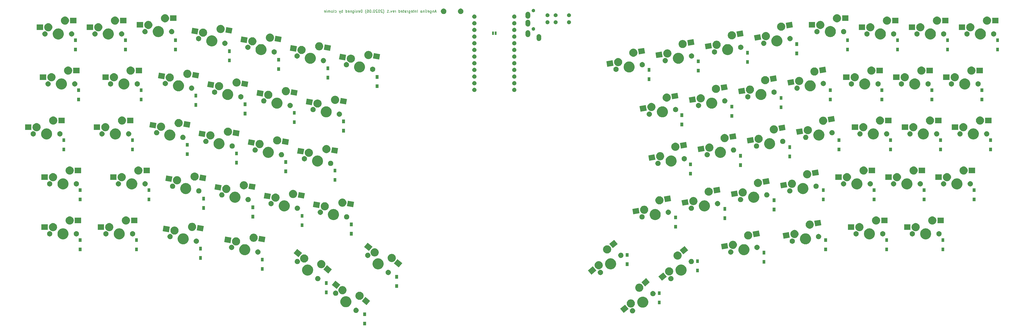
<source format=gbs>
G04 #@! TF.GenerationSoftware,KiCad,Pcbnew,(5.1.5-0-10_14)*
G04 #@! TF.CreationDate,2020-06-18T23:30:57+09:00*
G04 #@! TF.ProjectId,angelina_integrated,616e6765-6c69-46e6-915f-696e74656772,rev?*
G04 #@! TF.SameCoordinates,Original*
G04 #@! TF.FileFunction,Soldermask,Bot*
G04 #@! TF.FilePolarity,Negative*
%FSLAX46Y46*%
G04 Gerber Fmt 4.6, Leading zero omitted, Abs format (unit mm)*
G04 Created by KiCad (PCBNEW (5.1.5-0-10_14)) date 2020-06-18 23:30:57*
%MOMM*%
%LPD*%
G04 APERTURE LIST*
%ADD10C,0.150000*%
%ADD11C,0.500000*%
G04 APERTURE END LIST*
D10*
X186210947Y-73687698D02*
X185734757Y-73687698D01*
X186306185Y-73973412D02*
X185972852Y-72973412D01*
X185639519Y-73973412D01*
X185306185Y-73306746D02*
X185306185Y-73973412D01*
X185306185Y-73401984D02*
X185258566Y-73354365D01*
X185163328Y-73306746D01*
X185020471Y-73306746D01*
X184925233Y-73354365D01*
X184877614Y-73449603D01*
X184877614Y-73973412D01*
X183972852Y-73306746D02*
X183972852Y-74116270D01*
X184020471Y-74211508D01*
X184068090Y-74259127D01*
X184163328Y-74306746D01*
X184306185Y-74306746D01*
X184401424Y-74259127D01*
X183972852Y-73925793D02*
X184068090Y-73973412D01*
X184258566Y-73973412D01*
X184353804Y-73925793D01*
X184401424Y-73878174D01*
X184449043Y-73782936D01*
X184449043Y-73497222D01*
X184401424Y-73401984D01*
X184353804Y-73354365D01*
X184258566Y-73306746D01*
X184068090Y-73306746D01*
X183972852Y-73354365D01*
X183115709Y-73925793D02*
X183210947Y-73973412D01*
X183401424Y-73973412D01*
X183496662Y-73925793D01*
X183544281Y-73830555D01*
X183544281Y-73449603D01*
X183496662Y-73354365D01*
X183401424Y-73306746D01*
X183210947Y-73306746D01*
X183115709Y-73354365D01*
X183068090Y-73449603D01*
X183068090Y-73544841D01*
X183544281Y-73640079D01*
X182496662Y-73973412D02*
X182591900Y-73925793D01*
X182639519Y-73830555D01*
X182639519Y-72973412D01*
X182115709Y-73973412D02*
X182115709Y-73306746D01*
X182115709Y-72973412D02*
X182163328Y-73021032D01*
X182115709Y-73068651D01*
X182068090Y-73021032D01*
X182115709Y-72973412D01*
X182115709Y-73068651D01*
X181639519Y-73306746D02*
X181639519Y-73973412D01*
X181639519Y-73401984D02*
X181591900Y-73354365D01*
X181496662Y-73306746D01*
X181353804Y-73306746D01*
X181258566Y-73354365D01*
X181210947Y-73449603D01*
X181210947Y-73973412D01*
X180306185Y-73973412D02*
X180306185Y-73449603D01*
X180353804Y-73354365D01*
X180449043Y-73306746D01*
X180639519Y-73306746D01*
X180734757Y-73354365D01*
X180306185Y-73925793D02*
X180401424Y-73973412D01*
X180639519Y-73973412D01*
X180734757Y-73925793D01*
X180782376Y-73830555D01*
X180782376Y-73735317D01*
X180734757Y-73640079D01*
X180639519Y-73592460D01*
X180401424Y-73592460D01*
X180306185Y-73544841D01*
X179068090Y-73973412D02*
X179068090Y-72973412D01*
X178591900Y-73306746D02*
X178591900Y-73973412D01*
X178591900Y-73401984D02*
X178544281Y-73354365D01*
X178449043Y-73306746D01*
X178306185Y-73306746D01*
X178210947Y-73354365D01*
X178163328Y-73449603D01*
X178163328Y-73973412D01*
X177829995Y-73306746D02*
X177449043Y-73306746D01*
X177687138Y-72973412D02*
X177687138Y-73830555D01*
X177639519Y-73925793D01*
X177544281Y-73973412D01*
X177449043Y-73973412D01*
X176734757Y-73925793D02*
X176829995Y-73973412D01*
X177020471Y-73973412D01*
X177115709Y-73925793D01*
X177163328Y-73830555D01*
X177163328Y-73449603D01*
X177115709Y-73354365D01*
X177020471Y-73306746D01*
X176829995Y-73306746D01*
X176734757Y-73354365D01*
X176687138Y-73449603D01*
X176687138Y-73544841D01*
X177163328Y-73640079D01*
X175829995Y-73306746D02*
X175829995Y-74116270D01*
X175877614Y-74211508D01*
X175925233Y-74259127D01*
X176020471Y-74306746D01*
X176163328Y-74306746D01*
X176258566Y-74259127D01*
X175829995Y-73925793D02*
X175925233Y-73973412D01*
X176115709Y-73973412D01*
X176210947Y-73925793D01*
X176258566Y-73878174D01*
X176306185Y-73782936D01*
X176306185Y-73497222D01*
X176258566Y-73401984D01*
X176210947Y-73354365D01*
X176115709Y-73306746D01*
X175925233Y-73306746D01*
X175829995Y-73354365D01*
X175353804Y-73973412D02*
X175353804Y-73306746D01*
X175353804Y-73497222D02*
X175306185Y-73401984D01*
X175258566Y-73354365D01*
X175163328Y-73306746D01*
X175068090Y-73306746D01*
X174306185Y-73973412D02*
X174306185Y-73449603D01*
X174353804Y-73354365D01*
X174449043Y-73306746D01*
X174639519Y-73306746D01*
X174734757Y-73354365D01*
X174306185Y-73925793D02*
X174401424Y-73973412D01*
X174639519Y-73973412D01*
X174734757Y-73925793D01*
X174782376Y-73830555D01*
X174782376Y-73735317D01*
X174734757Y-73640079D01*
X174639519Y-73592460D01*
X174401424Y-73592460D01*
X174306185Y-73544841D01*
X173972852Y-73306746D02*
X173591900Y-73306746D01*
X173829995Y-72973412D02*
X173829995Y-73830555D01*
X173782376Y-73925793D01*
X173687138Y-73973412D01*
X173591900Y-73973412D01*
X172877614Y-73925793D02*
X172972852Y-73973412D01*
X173163328Y-73973412D01*
X173258566Y-73925793D01*
X173306185Y-73830555D01*
X173306185Y-73449603D01*
X173258566Y-73354365D01*
X173163328Y-73306746D01*
X172972852Y-73306746D01*
X172877614Y-73354365D01*
X172829995Y-73449603D01*
X172829995Y-73544841D01*
X173306185Y-73640079D01*
X171972852Y-73973412D02*
X171972852Y-72973412D01*
X171972852Y-73925793D02*
X172068090Y-73973412D01*
X172258566Y-73973412D01*
X172353804Y-73925793D01*
X172401424Y-73878174D01*
X172449043Y-73782936D01*
X172449043Y-73497222D01*
X172401424Y-73401984D01*
X172353804Y-73354365D01*
X172258566Y-73306746D01*
X172068090Y-73306746D01*
X171972852Y-73354365D01*
X170734757Y-73973412D02*
X170734757Y-73306746D01*
X170734757Y-73497222D02*
X170687138Y-73401984D01*
X170639519Y-73354365D01*
X170544281Y-73306746D01*
X170449043Y-73306746D01*
X169734757Y-73925793D02*
X169829995Y-73973412D01*
X170020471Y-73973412D01*
X170115709Y-73925793D01*
X170163328Y-73830555D01*
X170163328Y-73449603D01*
X170115709Y-73354365D01*
X170020471Y-73306746D01*
X169829995Y-73306746D01*
X169734757Y-73354365D01*
X169687138Y-73449603D01*
X169687138Y-73544841D01*
X170163328Y-73640079D01*
X169353804Y-73306746D02*
X169115709Y-73973412D01*
X168877614Y-73306746D01*
X168496662Y-73878174D02*
X168449043Y-73925793D01*
X168496662Y-73973412D01*
X168544281Y-73925793D01*
X168496662Y-73878174D01*
X168496662Y-73973412D01*
X167496662Y-73973412D02*
X168068090Y-73973412D01*
X167782376Y-73973412D02*
X167782376Y-72973412D01*
X167877614Y-73116270D01*
X167972852Y-73211508D01*
X168068090Y-73259127D01*
X166020471Y-74354365D02*
X166068090Y-74306746D01*
X166163328Y-74163889D01*
X166210947Y-74068651D01*
X166258566Y-73925793D01*
X166306185Y-73687698D01*
X166306185Y-73497222D01*
X166258566Y-73259127D01*
X166210947Y-73116270D01*
X166163328Y-73021032D01*
X166068090Y-72878174D01*
X166020471Y-72830555D01*
X165687138Y-73068651D02*
X165639519Y-73021032D01*
X165544281Y-72973412D01*
X165306185Y-72973412D01*
X165210947Y-73021032D01*
X165163328Y-73068651D01*
X165115709Y-73163889D01*
X165115709Y-73259127D01*
X165163328Y-73401984D01*
X165734757Y-73973412D01*
X165115709Y-73973412D01*
X164496662Y-72973412D02*
X164401424Y-72973412D01*
X164306185Y-73021032D01*
X164258566Y-73068651D01*
X164210947Y-73163889D01*
X164163328Y-73354365D01*
X164163328Y-73592460D01*
X164210947Y-73782936D01*
X164258566Y-73878174D01*
X164306185Y-73925793D01*
X164401424Y-73973412D01*
X164496662Y-73973412D01*
X164591900Y-73925793D01*
X164639519Y-73878174D01*
X164687138Y-73782936D01*
X164734757Y-73592460D01*
X164734757Y-73354365D01*
X164687138Y-73163889D01*
X164639519Y-73068651D01*
X164591900Y-73021032D01*
X164496662Y-72973412D01*
X163782376Y-73068651D02*
X163734757Y-73021032D01*
X163639519Y-72973412D01*
X163401424Y-72973412D01*
X163306185Y-73021032D01*
X163258566Y-73068651D01*
X163210947Y-73163889D01*
X163210947Y-73259127D01*
X163258566Y-73401984D01*
X163829995Y-73973412D01*
X163210947Y-73973412D01*
X162591900Y-72973412D02*
X162496662Y-72973412D01*
X162401424Y-73021032D01*
X162353804Y-73068651D01*
X162306185Y-73163889D01*
X162258566Y-73354365D01*
X162258566Y-73592460D01*
X162306185Y-73782936D01*
X162353804Y-73878174D01*
X162401424Y-73925793D01*
X162496662Y-73973412D01*
X162591900Y-73973412D01*
X162687138Y-73925793D01*
X162734757Y-73878174D01*
X162782376Y-73782936D01*
X162829995Y-73592460D01*
X162829995Y-73354365D01*
X162782376Y-73163889D01*
X162734757Y-73068651D01*
X162687138Y-73021032D01*
X162591900Y-72973412D01*
X161829995Y-73878174D02*
X161782376Y-73925793D01*
X161829995Y-73973412D01*
X161877614Y-73925793D01*
X161829995Y-73878174D01*
X161829995Y-73973412D01*
X161163328Y-72973412D02*
X161068090Y-72973412D01*
X160972852Y-73021032D01*
X160925233Y-73068651D01*
X160877614Y-73163889D01*
X160829995Y-73354365D01*
X160829995Y-73592460D01*
X160877614Y-73782936D01*
X160925233Y-73878174D01*
X160972852Y-73925793D01*
X161068090Y-73973412D01*
X161163328Y-73973412D01*
X161258566Y-73925793D01*
X161306185Y-73878174D01*
X161353804Y-73782936D01*
X161401424Y-73592460D01*
X161401424Y-73354365D01*
X161353804Y-73163889D01*
X161306185Y-73068651D01*
X161258566Y-73021032D01*
X161163328Y-72973412D01*
X159972852Y-72973412D02*
X160163328Y-72973412D01*
X160258566Y-73021032D01*
X160306185Y-73068651D01*
X160401424Y-73211508D01*
X160449043Y-73401984D01*
X160449043Y-73782936D01*
X160401424Y-73878174D01*
X160353804Y-73925793D01*
X160258566Y-73973412D01*
X160068090Y-73973412D01*
X159972852Y-73925793D01*
X159925233Y-73878174D01*
X159877614Y-73782936D01*
X159877614Y-73544841D01*
X159925233Y-73449603D01*
X159972852Y-73401984D01*
X160068090Y-73354365D01*
X160258566Y-73354365D01*
X160353804Y-73401984D01*
X160401424Y-73449603D01*
X160449043Y-73544841D01*
X159544281Y-74354365D02*
X159496662Y-74306746D01*
X159401424Y-74163889D01*
X159353804Y-74068651D01*
X159306185Y-73925793D01*
X159258566Y-73687698D01*
X159258566Y-73497222D01*
X159306185Y-73259127D01*
X159353804Y-73116270D01*
X159401424Y-73021032D01*
X159496662Y-72878174D01*
X159544281Y-72830555D01*
X158020471Y-73973412D02*
X158020471Y-72973412D01*
X157782376Y-72973412D01*
X157639519Y-73021032D01*
X157544281Y-73116270D01*
X157496662Y-73211508D01*
X157449043Y-73401984D01*
X157449043Y-73544841D01*
X157496662Y-73735317D01*
X157544281Y-73830555D01*
X157639519Y-73925793D01*
X157782376Y-73973412D01*
X158020471Y-73973412D01*
X156639519Y-73925793D02*
X156734757Y-73973412D01*
X156925233Y-73973412D01*
X157020471Y-73925793D01*
X157068090Y-73830555D01*
X157068090Y-73449603D01*
X157020471Y-73354365D01*
X156925233Y-73306746D01*
X156734757Y-73306746D01*
X156639519Y-73354365D01*
X156591900Y-73449603D01*
X156591900Y-73544841D01*
X157068090Y-73640079D01*
X156210947Y-73925793D02*
X156115709Y-73973412D01*
X155925233Y-73973412D01*
X155829995Y-73925793D01*
X155782376Y-73830555D01*
X155782376Y-73782936D01*
X155829995Y-73687698D01*
X155925233Y-73640079D01*
X156068090Y-73640079D01*
X156163328Y-73592460D01*
X156210947Y-73497222D01*
X156210947Y-73449603D01*
X156163328Y-73354365D01*
X156068090Y-73306746D01*
X155925233Y-73306746D01*
X155829995Y-73354365D01*
X155353804Y-73973412D02*
X155353804Y-73306746D01*
X155353804Y-72973412D02*
X155401424Y-73021032D01*
X155353804Y-73068651D01*
X155306185Y-73021032D01*
X155353804Y-72973412D01*
X155353804Y-73068651D01*
X154449043Y-73306746D02*
X154449043Y-74116270D01*
X154496662Y-74211508D01*
X154544281Y-74259127D01*
X154639519Y-74306746D01*
X154782376Y-74306746D01*
X154877614Y-74259127D01*
X154449043Y-73925793D02*
X154544281Y-73973412D01*
X154734757Y-73973412D01*
X154829995Y-73925793D01*
X154877614Y-73878174D01*
X154925233Y-73782936D01*
X154925233Y-73497222D01*
X154877614Y-73401984D01*
X154829995Y-73354365D01*
X154734757Y-73306746D01*
X154544281Y-73306746D01*
X154449043Y-73354365D01*
X153972852Y-73306746D02*
X153972852Y-73973412D01*
X153972852Y-73401984D02*
X153925233Y-73354365D01*
X153829995Y-73306746D01*
X153687138Y-73306746D01*
X153591900Y-73354365D01*
X153544281Y-73449603D01*
X153544281Y-73973412D01*
X152687138Y-73925793D02*
X152782376Y-73973412D01*
X152972852Y-73973412D01*
X153068090Y-73925793D01*
X153115709Y-73830555D01*
X153115709Y-73449603D01*
X153068090Y-73354365D01*
X152972852Y-73306746D01*
X152782376Y-73306746D01*
X152687138Y-73354365D01*
X152639519Y-73449603D01*
X152639519Y-73544841D01*
X153115709Y-73640079D01*
X151782376Y-73973412D02*
X151782376Y-72973412D01*
X151782376Y-73925793D02*
X151877614Y-73973412D01*
X152068090Y-73973412D01*
X152163328Y-73925793D01*
X152210947Y-73878174D01*
X152258566Y-73782936D01*
X152258566Y-73497222D01*
X152210947Y-73401984D01*
X152163328Y-73354365D01*
X152068090Y-73306746D01*
X151877614Y-73306746D01*
X151782376Y-73354365D01*
X150544281Y-73973412D02*
X150544281Y-72973412D01*
X150544281Y-73354365D02*
X150449043Y-73306746D01*
X150258566Y-73306746D01*
X150163328Y-73354365D01*
X150115709Y-73401984D01*
X150068090Y-73497222D01*
X150068090Y-73782936D01*
X150115709Y-73878174D01*
X150163328Y-73925793D01*
X150258566Y-73973412D01*
X150449043Y-73973412D01*
X150544281Y-73925793D01*
X149734757Y-73306746D02*
X149496662Y-73973412D01*
X149258566Y-73306746D02*
X149496662Y-73973412D01*
X149591900Y-74211508D01*
X149639519Y-74259127D01*
X149734757Y-74306746D01*
X147687138Y-73925793D02*
X147782376Y-73973412D01*
X147972852Y-73973412D01*
X148068090Y-73925793D01*
X148115709Y-73878174D01*
X148163328Y-73782936D01*
X148163328Y-73497222D01*
X148115709Y-73401984D01*
X148068090Y-73354365D01*
X147972852Y-73306746D01*
X147782376Y-73306746D01*
X147687138Y-73354365D01*
X147115709Y-73973412D02*
X147210947Y-73925793D01*
X147258566Y-73830555D01*
X147258566Y-72973412D01*
X146591900Y-73973412D02*
X146687138Y-73925793D01*
X146734757Y-73878174D01*
X146782376Y-73782936D01*
X146782376Y-73497222D01*
X146734757Y-73401984D01*
X146687138Y-73354365D01*
X146591900Y-73306746D01*
X146449043Y-73306746D01*
X146353804Y-73354365D01*
X146306185Y-73401984D01*
X146258566Y-73497222D01*
X146258566Y-73782936D01*
X146306185Y-73878174D01*
X146353804Y-73925793D01*
X146449043Y-73973412D01*
X146591900Y-73973412D01*
X145829995Y-73973412D02*
X145829995Y-73306746D01*
X145829995Y-73401984D02*
X145782376Y-73354365D01*
X145687138Y-73306746D01*
X145544281Y-73306746D01*
X145449043Y-73354365D01*
X145401424Y-73449603D01*
X145401424Y-73973412D01*
X145401424Y-73449603D02*
X145353804Y-73354365D01*
X145258566Y-73306746D01*
X145115709Y-73306746D01*
X145020471Y-73354365D01*
X144972852Y-73449603D01*
X144972852Y-73973412D01*
X144496662Y-73973412D02*
X144496662Y-73306746D01*
X144496662Y-72973412D02*
X144544281Y-73021032D01*
X144496662Y-73068651D01*
X144449043Y-73021032D01*
X144496662Y-72973412D01*
X144496662Y-73068651D01*
X143639519Y-73925793D02*
X143734757Y-73973412D01*
X143925233Y-73973412D01*
X144020471Y-73925793D01*
X144068090Y-73830555D01*
X144068090Y-73449603D01*
X144020471Y-73354365D01*
X143925233Y-73306746D01*
X143734757Y-73306746D01*
X143639519Y-73354365D01*
X143591900Y-73449603D01*
X143591900Y-73544841D01*
X144068090Y-73640079D01*
D11*
G36*
X159474304Y-193273496D02*
G01*
X158422304Y-193273496D01*
X158422304Y-191871496D01*
X159474304Y-191871496D01*
X159474304Y-193273496D01*
G37*
G36*
X159474304Y-189723496D02*
G01*
X158422304Y-189723496D01*
X158422304Y-188321496D01*
X159474304Y-188321496D01*
X159474304Y-189723496D01*
G37*
G36*
X261201441Y-186699806D02*
G01*
X261298137Y-186719040D01*
X261480307Y-186794498D01*
X261644256Y-186904045D01*
X261783683Y-187043472D01*
X261893230Y-187207421D01*
X261968688Y-187389591D01*
X262007156Y-187582982D01*
X262007156Y-187780162D01*
X261968688Y-187973553D01*
X261893230Y-188155723D01*
X261783683Y-188319672D01*
X261644256Y-188459099D01*
X261480307Y-188568646D01*
X261298137Y-188644104D01*
X261201441Y-188663338D01*
X261104747Y-188682572D01*
X260907565Y-188682572D01*
X260810871Y-188663338D01*
X260714175Y-188644104D01*
X260532005Y-188568646D01*
X260368056Y-188459099D01*
X260228629Y-188319672D01*
X260119082Y-188155723D01*
X260043624Y-187973553D01*
X260005156Y-187780162D01*
X260005156Y-187582982D01*
X260043624Y-187389591D01*
X260119082Y-187207421D01*
X260228629Y-187043472D01*
X260368056Y-186904045D01*
X260532005Y-186794498D01*
X260714175Y-186719040D01*
X260907565Y-186680572D01*
X261104747Y-186680572D01*
X261201441Y-186699806D01*
G37*
G36*
X259472548Y-186972455D02*
G01*
X257632509Y-188516431D01*
X256281370Y-186906205D01*
X258121409Y-185362229D01*
X259472548Y-186972455D01*
G37*
G36*
X155988047Y-186551893D02*
G01*
X156170217Y-186627351D01*
X156334166Y-186736898D01*
X156473593Y-186876325D01*
X156583140Y-187040274D01*
X156658598Y-187222444D01*
X156697066Y-187415835D01*
X156697066Y-187613015D01*
X156658598Y-187806406D01*
X156583140Y-187988576D01*
X156473593Y-188152525D01*
X156334166Y-188291952D01*
X156170217Y-188401499D01*
X155988047Y-188476957D01*
X155891351Y-188496191D01*
X155794657Y-188515425D01*
X155597475Y-188515425D01*
X155500781Y-188496191D01*
X155404085Y-188476957D01*
X155221915Y-188401499D01*
X155057966Y-188291952D01*
X154918539Y-188152525D01*
X154808992Y-187988576D01*
X154733534Y-187806406D01*
X154695066Y-187613015D01*
X154695066Y-187415835D01*
X154733534Y-187222444D01*
X154808992Y-187040274D01*
X154918539Y-186876325D01*
X155057966Y-186736898D01*
X155221915Y-186627351D01*
X155404085Y-186551893D01*
X155597475Y-186513425D01*
X155794657Y-186513425D01*
X155988047Y-186551893D01*
G37*
G36*
X265375198Y-182369038D02*
G01*
X265510501Y-182395951D01*
X265892859Y-182554329D01*
X266236972Y-182784258D01*
X266529615Y-183076901D01*
X266759544Y-183421014D01*
X266881209Y-183714738D01*
X266917922Y-183803373D01*
X266998662Y-184209279D01*
X266998662Y-184623143D01*
X266944835Y-184893747D01*
X266917922Y-185029050D01*
X266759544Y-185411408D01*
X266529615Y-185755521D01*
X266236972Y-186048164D01*
X265892859Y-186278093D01*
X265510501Y-186436471D01*
X265375198Y-186463384D01*
X265104594Y-186517211D01*
X264690730Y-186517211D01*
X264420126Y-186463384D01*
X264284823Y-186436471D01*
X263902465Y-186278093D01*
X263558352Y-186048164D01*
X263265709Y-185755521D01*
X263035780Y-185411408D01*
X262877402Y-185029050D01*
X262850489Y-184893747D01*
X262796662Y-184623143D01*
X262796662Y-184209279D01*
X262877402Y-183803373D01*
X262914116Y-183714738D01*
X263035780Y-183421014D01*
X263265709Y-183076901D01*
X263558352Y-182784258D01*
X263902465Y-182554329D01*
X264284823Y-182395951D01*
X264420126Y-182369038D01*
X264690730Y-182315211D01*
X265104594Y-182315211D01*
X265375198Y-182369038D01*
G37*
G36*
X260648937Y-183398281D02*
G01*
X260798762Y-183428083D01*
X261081026Y-183545000D01*
X261335057Y-183714738D01*
X261551093Y-183930774D01*
X261720831Y-184184805D01*
X261837748Y-184467069D01*
X261897352Y-184766719D01*
X261897352Y-185072239D01*
X261837748Y-185371889D01*
X261720831Y-185654153D01*
X261551093Y-185908184D01*
X261335057Y-186124220D01*
X261081026Y-186293958D01*
X260798762Y-186410875D01*
X260670082Y-186436471D01*
X260499113Y-186470479D01*
X260193591Y-186470479D01*
X260022622Y-186436471D01*
X259893942Y-186410875D01*
X259611678Y-186293958D01*
X259357647Y-186124220D01*
X259141611Y-185908184D01*
X258971873Y-185654153D01*
X258854956Y-185371889D01*
X258795352Y-185072239D01*
X258795352Y-184766719D01*
X258854956Y-184467069D01*
X258971873Y-184184805D01*
X259141611Y-183930774D01*
X259357647Y-183714738D01*
X259611678Y-183545000D01*
X259893942Y-183428083D01*
X260043767Y-183398281D01*
X260193591Y-183368479D01*
X260499113Y-183368479D01*
X260648937Y-183398281D01*
G37*
G36*
X152282096Y-182201891D02*
G01*
X152417399Y-182228804D01*
X152799757Y-182387182D01*
X153143870Y-182617111D01*
X153436513Y-182909754D01*
X153666442Y-183253867D01*
X153760787Y-183481635D01*
X153824820Y-183636226D01*
X153905560Y-184042132D01*
X153905560Y-184455996D01*
X153824820Y-184861902D01*
X153666443Y-185244259D01*
X153436514Y-185588373D01*
X153143869Y-185881018D01*
X153103212Y-185908184D01*
X152799757Y-186110946D01*
X152417399Y-186269324D01*
X152293555Y-186293958D01*
X152011492Y-186350064D01*
X151597628Y-186350064D01*
X151315565Y-186293958D01*
X151191721Y-186269324D01*
X150809363Y-186110946D01*
X150505908Y-185908184D01*
X150465251Y-185881018D01*
X150172606Y-185588373D01*
X149942677Y-185244259D01*
X149784300Y-184861902D01*
X149703560Y-184455996D01*
X149703560Y-184042132D01*
X149784300Y-183636226D01*
X149848334Y-183481635D01*
X149942678Y-183253867D01*
X150172607Y-182909754D01*
X150465250Y-182617111D01*
X150809363Y-182387182D01*
X151191721Y-182228804D01*
X151327024Y-182201891D01*
X151597628Y-182148064D01*
X152011492Y-182148064D01*
X152282096Y-182201891D01*
G37*
G36*
X161057675Y-183957681D02*
G01*
X159706536Y-185567907D01*
X157866497Y-184023931D01*
X159217636Y-182413705D01*
X161057675Y-183957681D01*
G37*
G36*
X271690616Y-185236784D02*
G01*
X270638616Y-185236784D01*
X270638616Y-183834784D01*
X271690616Y-183834784D01*
X271690616Y-185236784D01*
G37*
G36*
X157187468Y-180443025D02*
G01*
X157468084Y-180498843D01*
X157750348Y-180615760D01*
X158004379Y-180785498D01*
X158220415Y-181001534D01*
X158390153Y-181255565D01*
X158507070Y-181537829D01*
X158536699Y-181686784D01*
X158566674Y-181837478D01*
X158566674Y-182143000D01*
X158549606Y-182228804D01*
X158507070Y-182442649D01*
X158390153Y-182724913D01*
X158220415Y-182978944D01*
X158004379Y-183194980D01*
X157750348Y-183364718D01*
X157468084Y-183481635D01*
X157318259Y-183511437D01*
X157168435Y-183541239D01*
X156862913Y-183541239D01*
X156713089Y-183511437D01*
X156563264Y-183481635D01*
X156281000Y-183364718D01*
X156026969Y-183194980D01*
X155810933Y-182978944D01*
X155641195Y-182724913D01*
X155524278Y-182442649D01*
X155481742Y-182228804D01*
X155464674Y-182143000D01*
X155464674Y-181837478D01*
X155494649Y-181686784D01*
X155524278Y-181537829D01*
X155641195Y-181255565D01*
X155810933Y-181001534D01*
X156026969Y-180785498D01*
X156281000Y-180615760D01*
X156563264Y-180498843D01*
X156843880Y-180443025D01*
X156862913Y-180439239D01*
X157168435Y-180439239D01*
X157187468Y-180443025D01*
G37*
G36*
X269081149Y-180188318D02*
G01*
X269263319Y-180263776D01*
X269427268Y-180373323D01*
X269566695Y-180512750D01*
X269676242Y-180676699D01*
X269751700Y-180858869D01*
X269790168Y-181052260D01*
X269790168Y-181249440D01*
X269751700Y-181442831D01*
X269676242Y-181625001D01*
X269566695Y-181788950D01*
X269427268Y-181928377D01*
X269263319Y-182037924D01*
X269081149Y-182113382D01*
X268887759Y-182151850D01*
X268690577Y-182151850D01*
X268497187Y-182113382D01*
X268315017Y-182037924D01*
X268151068Y-181928377D01*
X268011641Y-181788950D01*
X267902094Y-181625001D01*
X267826636Y-181442831D01*
X267788168Y-181249440D01*
X267788168Y-181052260D01*
X267826636Y-180858869D01*
X267902094Y-180676699D01*
X268011641Y-180512750D01*
X268151068Y-180373323D01*
X268315017Y-180263776D01*
X268497187Y-180188318D01*
X268593883Y-180169084D01*
X268690577Y-180149850D01*
X268887759Y-180149850D01*
X269081149Y-180188318D01*
G37*
G36*
X148205035Y-180021171D02*
G01*
X148387205Y-180096629D01*
X148551154Y-180206176D01*
X148690581Y-180345603D01*
X148800128Y-180509552D01*
X148875586Y-180691722D01*
X148914054Y-180885113D01*
X148914054Y-181082293D01*
X148875586Y-181275684D01*
X148800128Y-181457854D01*
X148690581Y-181621803D01*
X148551154Y-181761230D01*
X148387205Y-181870777D01*
X148205035Y-181946235D01*
X148011645Y-181984703D01*
X147814463Y-181984703D01*
X147621073Y-181946235D01*
X147438903Y-181870777D01*
X147274954Y-181761230D01*
X147135527Y-181621803D01*
X147025980Y-181457854D01*
X146950522Y-181275684D01*
X146912054Y-181082293D01*
X146912054Y-180885113D01*
X146950522Y-180691722D01*
X147025980Y-180509552D01*
X147135527Y-180345603D01*
X147274954Y-180206176D01*
X147438903Y-180096629D01*
X147621073Y-180021171D01*
X147814463Y-179982703D01*
X148011645Y-179982703D01*
X148205035Y-180021171D01*
G37*
G36*
X271690616Y-181686784D02*
G01*
X270638616Y-181686784D01*
X270638616Y-180284784D01*
X271690616Y-180284784D01*
X271690616Y-181686784D01*
G37*
G36*
X150821196Y-178333092D02*
G01*
X150971021Y-178362894D01*
X151253285Y-178479811D01*
X151507316Y-178649549D01*
X151723352Y-178865585D01*
X151893090Y-179119616D01*
X152010007Y-179401880D01*
X152069611Y-179701530D01*
X152069611Y-180007050D01*
X152010007Y-180306700D01*
X151893090Y-180588964D01*
X151723352Y-180842995D01*
X151507316Y-181059031D01*
X151253285Y-181228769D01*
X150971021Y-181345686D01*
X150862581Y-181367256D01*
X150671372Y-181405290D01*
X150365850Y-181405290D01*
X150174641Y-181367256D01*
X150066201Y-181345686D01*
X149783937Y-181228769D01*
X149529906Y-181059031D01*
X149313870Y-180842995D01*
X149144132Y-180588964D01*
X149027215Y-180306700D01*
X148967611Y-180007050D01*
X148967611Y-179701530D01*
X149027215Y-179401880D01*
X149144132Y-179119616D01*
X149313870Y-178865585D01*
X149529906Y-178649549D01*
X149783937Y-178479811D01*
X150066201Y-178362894D01*
X150216026Y-178333092D01*
X150365850Y-178303290D01*
X150671372Y-178303290D01*
X150821196Y-178333092D01*
G37*
G36*
X144889160Y-181367256D02*
G01*
X143837160Y-181367256D01*
X143837160Y-179965256D01*
X144889160Y-179965256D01*
X144889160Y-181367256D01*
G37*
G36*
X263880639Y-177370827D02*
G01*
X264030464Y-177400629D01*
X264312728Y-177517546D01*
X264566759Y-177687284D01*
X264782795Y-177903320D01*
X264952533Y-178157351D01*
X265069450Y-178439615D01*
X265129054Y-178739265D01*
X265129054Y-179044785D01*
X265069450Y-179344435D01*
X264952533Y-179626699D01*
X264782795Y-179880730D01*
X264566759Y-180096766D01*
X264312728Y-180266504D01*
X264030464Y-180383421D01*
X263880639Y-180413223D01*
X263730815Y-180443025D01*
X263425293Y-180443025D01*
X263275469Y-180413223D01*
X263125644Y-180383421D01*
X262843380Y-180266504D01*
X262589349Y-180096766D01*
X262373313Y-179880730D01*
X262203575Y-179626699D01*
X262086658Y-179344435D01*
X262027054Y-179044785D01*
X262027054Y-178739265D01*
X262086658Y-178439615D01*
X262203575Y-178157351D01*
X262373313Y-177903320D01*
X262589349Y-177687284D01*
X262843380Y-177517546D01*
X263125644Y-177400629D01*
X263275469Y-177370827D01*
X263425293Y-177341025D01*
X263730815Y-177341025D01*
X263880639Y-177370827D01*
G37*
G36*
X149696230Y-177740031D02*
G01*
X148345091Y-179350257D01*
X146505052Y-177806281D01*
X147856191Y-176196055D01*
X149696230Y-177740031D01*
G37*
G36*
X171678200Y-178986008D02*
G01*
X170626200Y-178986008D01*
X170626200Y-177584008D01*
X171678200Y-177584008D01*
X171678200Y-178986008D01*
G37*
G36*
X267568632Y-176863299D02*
G01*
X265728593Y-178407275D01*
X264377454Y-176797049D01*
X266217493Y-175253073D01*
X267568632Y-176863299D01*
G37*
G36*
X144889160Y-177817256D02*
G01*
X143837160Y-177817256D01*
X143837160Y-176415256D01*
X144889160Y-176415256D01*
X144889160Y-177817256D01*
G37*
G36*
X275891271Y-174473946D02*
G01*
X276073441Y-174549404D01*
X276237390Y-174658951D01*
X276376817Y-174798378D01*
X276486364Y-174962327D01*
X276561822Y-175144497D01*
X276600290Y-175337888D01*
X276600290Y-175535068D01*
X276561822Y-175728459D01*
X276486364Y-175910629D01*
X276376817Y-176074578D01*
X276237390Y-176214005D01*
X276073441Y-176323552D01*
X275891271Y-176399010D01*
X275809597Y-176415256D01*
X275697881Y-176437478D01*
X275500699Y-176437478D01*
X275388983Y-176415256D01*
X275307309Y-176399010D01*
X275125139Y-176323552D01*
X274961190Y-176214005D01*
X274821763Y-176074578D01*
X274712216Y-175910629D01*
X274636758Y-175728459D01*
X274598290Y-175535068D01*
X274598290Y-175337888D01*
X274636758Y-175144497D01*
X274712216Y-174962327D01*
X274821763Y-174798378D01*
X274961190Y-174658951D01*
X275125139Y-174549404D01*
X275307309Y-174473946D01*
X275500699Y-174435478D01*
X275697881Y-174435478D01*
X275891271Y-174473946D01*
G37*
G36*
X141411091Y-174473946D02*
G01*
X141593261Y-174549404D01*
X141757210Y-174658951D01*
X141896637Y-174798378D01*
X142006184Y-174962327D01*
X142081642Y-175144497D01*
X142120110Y-175337888D01*
X142120110Y-175535068D01*
X142081642Y-175728459D01*
X142006184Y-175910629D01*
X141896637Y-176074578D01*
X141757210Y-176214005D01*
X141593261Y-176323552D01*
X141411091Y-176399010D01*
X141329417Y-176415256D01*
X141217701Y-176437478D01*
X141020519Y-176437478D01*
X140908803Y-176415256D01*
X140827129Y-176399010D01*
X140644959Y-176323552D01*
X140481010Y-176214005D01*
X140341583Y-176074578D01*
X140232036Y-175910629D01*
X140156578Y-175728459D01*
X140118110Y-175535068D01*
X140118110Y-175337888D01*
X140156578Y-175144497D01*
X140232036Y-174962327D01*
X140341583Y-174798378D01*
X140481010Y-174658951D01*
X140644959Y-174549404D01*
X140827129Y-174473946D01*
X141020519Y-174435478D01*
X141217701Y-174435478D01*
X141411091Y-174473946D01*
G37*
G36*
X274065682Y-174727361D02*
G01*
X272225643Y-176271337D01*
X270874504Y-174661111D01*
X272714543Y-173117135D01*
X274065682Y-174727361D01*
G37*
G36*
X171678200Y-175436008D02*
G01*
X170626200Y-175436008D01*
X170626200Y-174034008D01*
X171678200Y-174034008D01*
X171678200Y-175436008D01*
G37*
G36*
X279968332Y-170123944D02*
G01*
X280103635Y-170150857D01*
X280485993Y-170309235D01*
X280569005Y-170364702D01*
X280740222Y-170479105D01*
X280830106Y-170539164D01*
X281122749Y-170831807D01*
X281352678Y-171175920D01*
X281499793Y-171531086D01*
X281511056Y-171558279D01*
X281591796Y-171964185D01*
X281591796Y-172378049D01*
X281563237Y-172521624D01*
X281511056Y-172783956D01*
X281352678Y-173166314D01*
X281236934Y-173339537D01*
X281136426Y-173489959D01*
X281122749Y-173510427D01*
X280830106Y-173803070D01*
X280485993Y-174032999D01*
X280103635Y-174191377D01*
X279968332Y-174218290D01*
X279697728Y-174272117D01*
X279283864Y-174272117D01*
X279013260Y-174218290D01*
X278877957Y-174191377D01*
X278495599Y-174032999D01*
X278151486Y-173803070D01*
X277858843Y-173510427D01*
X277845167Y-173489959D01*
X277744658Y-173339537D01*
X277628914Y-173166314D01*
X277470536Y-172783956D01*
X277418355Y-172521624D01*
X277389796Y-172378049D01*
X277389796Y-171964185D01*
X277470536Y-171558279D01*
X277481800Y-171531086D01*
X277628914Y-171175920D01*
X277858843Y-170831807D01*
X278151486Y-170539164D01*
X278241371Y-170479105D01*
X278412587Y-170364702D01*
X278495599Y-170309235D01*
X278877957Y-170150857D01*
X279013260Y-170123944D01*
X279283864Y-170070117D01*
X279697728Y-170070117D01*
X279968332Y-170123944D01*
G37*
G36*
X137705140Y-170123944D02*
G01*
X137840443Y-170150857D01*
X138222801Y-170309235D01*
X138305813Y-170364702D01*
X138477030Y-170479105D01*
X138566914Y-170539164D01*
X138859557Y-170831807D01*
X139089486Y-171175920D01*
X139236601Y-171531086D01*
X139247864Y-171558279D01*
X139328604Y-171964185D01*
X139328604Y-172378049D01*
X139300045Y-172521624D01*
X139247864Y-172783956D01*
X139089486Y-173166314D01*
X138973742Y-173339537D01*
X138873234Y-173489959D01*
X138859557Y-173510427D01*
X138566914Y-173803070D01*
X138222801Y-174032999D01*
X137840443Y-174191377D01*
X137705140Y-174218290D01*
X137434536Y-174272117D01*
X137020672Y-174272117D01*
X136750068Y-174218290D01*
X136614765Y-174191377D01*
X136232407Y-174032999D01*
X135888294Y-173803070D01*
X135595651Y-173510427D01*
X135581975Y-173489959D01*
X135481466Y-173339537D01*
X135365722Y-173166314D01*
X135207344Y-172783956D01*
X135155163Y-172521624D01*
X135126604Y-172378049D01*
X135126604Y-171964185D01*
X135207344Y-171558279D01*
X135218608Y-171531086D01*
X135365722Y-171175920D01*
X135595651Y-170831807D01*
X135888294Y-170539164D01*
X135978179Y-170479105D01*
X136149395Y-170364702D01*
X136232407Y-170309235D01*
X136614765Y-170150857D01*
X136750068Y-170123944D01*
X137020672Y-170070117D01*
X137434536Y-170070117D01*
X137705140Y-170123944D01*
G37*
G36*
X275185423Y-171141919D02*
G01*
X275391896Y-171182989D01*
X275674160Y-171299906D01*
X275928191Y-171469644D01*
X276144227Y-171685680D01*
X276313965Y-171939711D01*
X276430882Y-172221975D01*
X276490486Y-172521625D01*
X276490486Y-172827145D01*
X276430882Y-173126795D01*
X276313965Y-173409059D01*
X276144227Y-173663090D01*
X275928191Y-173879126D01*
X275674160Y-174048864D01*
X275391896Y-174165781D01*
X275263216Y-174191377D01*
X275092247Y-174225385D01*
X274786725Y-174225385D01*
X274615756Y-174191377D01*
X274487076Y-174165781D01*
X274204812Y-174048864D01*
X273950781Y-173879126D01*
X273734745Y-173663090D01*
X273565007Y-173409059D01*
X273448090Y-173126795D01*
X273388486Y-172827145D01*
X273388486Y-172521625D01*
X273448090Y-172221975D01*
X273565007Y-171939711D01*
X273734745Y-171685680D01*
X273950781Y-171469644D01*
X274204812Y-171299906D01*
X274487076Y-171182989D01*
X274693549Y-171141919D01*
X274786725Y-171123385D01*
X275092247Y-171123385D01*
X275185423Y-171141919D01*
G37*
G36*
X248956347Y-172106672D02*
G01*
X249053043Y-172125906D01*
X249235213Y-172201364D01*
X249399162Y-172310911D01*
X249538589Y-172450338D01*
X249648136Y-172614287D01*
X249723594Y-172796457D01*
X249762062Y-172989848D01*
X249762062Y-173187028D01*
X249723594Y-173380419D01*
X249648136Y-173562589D01*
X249538589Y-173726538D01*
X249399162Y-173865965D01*
X249235213Y-173975512D01*
X249053043Y-174050970D01*
X248956347Y-174070204D01*
X248859653Y-174089438D01*
X248662471Y-174089438D01*
X248565777Y-174070204D01*
X248469081Y-174050970D01*
X248286911Y-173975512D01*
X248122962Y-173865965D01*
X247983535Y-173726538D01*
X247873988Y-173562589D01*
X247798530Y-173380419D01*
X247760062Y-173187028D01*
X247760062Y-172989848D01*
X247798530Y-172796457D01*
X247873988Y-172614287D01*
X247983535Y-172450338D01*
X248122962Y-172310911D01*
X248286911Y-172201364D01*
X248469081Y-172125906D01*
X248565777Y-172106672D01*
X248662471Y-172087438D01*
X248859653Y-172087438D01*
X248956347Y-172106672D01*
G37*
G36*
X168152623Y-172106672D02*
G01*
X168249319Y-172125906D01*
X168431489Y-172201364D01*
X168595438Y-172310911D01*
X168734865Y-172450338D01*
X168844412Y-172614287D01*
X168919870Y-172796457D01*
X168958338Y-172989848D01*
X168958338Y-173187028D01*
X168919870Y-173380419D01*
X168844412Y-173562589D01*
X168734865Y-173726538D01*
X168595438Y-173865965D01*
X168431489Y-173975512D01*
X168249319Y-174050970D01*
X168152623Y-174070204D01*
X168055929Y-174089438D01*
X167858747Y-174089438D01*
X167762053Y-174070204D01*
X167665357Y-174050970D01*
X167483187Y-173975512D01*
X167319238Y-173865965D01*
X167179811Y-173726538D01*
X167070264Y-173562589D01*
X166994806Y-173380419D01*
X166956338Y-173187028D01*
X166956338Y-172989848D01*
X166994806Y-172796457D01*
X167070264Y-172614287D01*
X167179811Y-172450338D01*
X167319238Y-172310911D01*
X167483187Y-172201364D01*
X167665357Y-172125906D01*
X167762053Y-172106672D01*
X167858747Y-172087438D01*
X168055929Y-172087438D01*
X168152623Y-172106672D01*
G37*
G36*
X247227454Y-172379321D02*
G01*
X245387415Y-173923297D01*
X244036276Y-172313071D01*
X245876315Y-170769095D01*
X247227454Y-172379321D01*
G37*
G36*
X146480719Y-171879734D02*
G01*
X145129580Y-173489960D01*
X143289541Y-171945984D01*
X144640680Y-170335758D01*
X146480719Y-171879734D01*
G37*
G36*
X286275760Y-173032888D02*
G01*
X285223760Y-173032888D01*
X285223760Y-171630888D01*
X286275760Y-171630888D01*
X286275760Y-173032888D01*
G37*
G36*
X120481368Y-172437576D02*
G01*
X119429368Y-172437576D01*
X119429368Y-171035576D01*
X120481368Y-171035576D01*
X120481368Y-172437576D01*
G37*
G36*
X164543368Y-167775904D02*
G01*
X164678671Y-167802817D01*
X165061029Y-167961195D01*
X165144041Y-168016662D01*
X165405141Y-168191123D01*
X165697786Y-168483768D01*
X165744016Y-168552956D01*
X165927714Y-168827880D01*
X166086092Y-169210238D01*
X166097530Y-169267739D01*
X166163212Y-169597944D01*
X166166832Y-169616147D01*
X166166832Y-170030007D01*
X166086092Y-170435916D01*
X165927714Y-170818274D01*
X165918671Y-170831808D01*
X165697786Y-171162386D01*
X165405141Y-171455031D01*
X165250619Y-171558279D01*
X165061029Y-171684959D01*
X165061028Y-171684960D01*
X165061027Y-171684960D01*
X165059286Y-171685681D01*
X164678671Y-171843337D01*
X164543368Y-171870250D01*
X164272764Y-171924077D01*
X163858900Y-171924077D01*
X163588296Y-171870250D01*
X163452993Y-171843337D01*
X163072378Y-171685681D01*
X163070637Y-171684960D01*
X163070636Y-171684960D01*
X163070635Y-171684959D01*
X162881045Y-171558279D01*
X162726523Y-171455031D01*
X162433878Y-171162386D01*
X162212993Y-170831808D01*
X162203950Y-170818274D01*
X162045572Y-170435916D01*
X161964832Y-170030007D01*
X161964832Y-169616147D01*
X161968453Y-169597944D01*
X162034134Y-169267739D01*
X162045572Y-169210238D01*
X162203950Y-168827880D01*
X162387648Y-168552956D01*
X162433878Y-168483768D01*
X162726523Y-168191123D01*
X162987623Y-168016662D01*
X163070635Y-167961195D01*
X163452993Y-167802817D01*
X163588296Y-167775904D01*
X163858900Y-167722077D01*
X164272764Y-167722077D01*
X164543368Y-167775904D01*
G37*
G36*
X253130104Y-167775904D02*
G01*
X253265407Y-167802817D01*
X253647765Y-167961195D01*
X253730777Y-168016662D01*
X253991877Y-168191123D01*
X254284522Y-168483768D01*
X254330752Y-168552956D01*
X254514450Y-168827880D01*
X254672828Y-169210238D01*
X254684266Y-169267739D01*
X254749948Y-169597944D01*
X254753568Y-169616147D01*
X254753568Y-170030007D01*
X254672828Y-170435916D01*
X254514450Y-170818274D01*
X254505407Y-170831808D01*
X254284522Y-171162386D01*
X253991877Y-171455031D01*
X253837355Y-171558279D01*
X253647765Y-171684959D01*
X253647764Y-171684960D01*
X253647763Y-171684960D01*
X253646022Y-171685681D01*
X253265407Y-171843337D01*
X253130104Y-171870250D01*
X252859500Y-171924077D01*
X252445636Y-171924077D01*
X252175032Y-171870250D01*
X252039729Y-171843337D01*
X251659114Y-171685681D01*
X251657373Y-171684960D01*
X251657372Y-171684960D01*
X251657371Y-171684959D01*
X251467781Y-171558279D01*
X251313259Y-171455031D01*
X251020614Y-171162386D01*
X250799729Y-170831808D01*
X250790686Y-170818274D01*
X250632308Y-170435916D01*
X250551568Y-170030007D01*
X250551568Y-169616147D01*
X250555189Y-169597944D01*
X250620870Y-169267739D01*
X250632308Y-169210238D01*
X250790686Y-168827880D01*
X250974384Y-168552956D01*
X251020614Y-168483768D01*
X251313259Y-168191123D01*
X251574359Y-168016662D01*
X251657371Y-167961195D01*
X252039729Y-167802817D01*
X252175032Y-167775904D01*
X252445636Y-167722077D01*
X252859500Y-167722077D01*
X253130104Y-167775904D01*
G37*
G36*
X248403843Y-168805147D02*
G01*
X248553668Y-168834949D01*
X248835932Y-168951866D01*
X249089963Y-169121604D01*
X249305999Y-169337640D01*
X249475737Y-169591671D01*
X249590315Y-169868288D01*
X249592654Y-169873936D01*
X249630670Y-170065052D01*
X249652258Y-170173585D01*
X249652258Y-170479105D01*
X249592654Y-170778755D01*
X249475737Y-171061019D01*
X249305999Y-171315050D01*
X249089963Y-171531086D01*
X248835932Y-171700824D01*
X248553668Y-171817741D01*
X248424988Y-171843337D01*
X248254019Y-171877345D01*
X247948497Y-171877345D01*
X247777528Y-171843337D01*
X247648848Y-171817741D01*
X247366584Y-171700824D01*
X247112553Y-171531086D01*
X246896517Y-171315050D01*
X246726779Y-171061019D01*
X246609862Y-170778755D01*
X246550258Y-170479105D01*
X246550258Y-170173585D01*
X246571847Y-170065052D01*
X246609862Y-169873936D01*
X246612201Y-169868288D01*
X246726779Y-169591671D01*
X246896517Y-169337640D01*
X247112553Y-169121604D01*
X247366584Y-168951866D01*
X247648848Y-168834949D01*
X247798673Y-168805147D01*
X247948497Y-168775345D01*
X248254019Y-168775345D01*
X248403843Y-168805147D01*
G37*
G36*
X142741303Y-168391094D02*
G01*
X142891128Y-168420896D01*
X143173392Y-168537813D01*
X143427423Y-168707551D01*
X143643459Y-168923587D01*
X143813197Y-169177618D01*
X143896987Y-169379907D01*
X143930114Y-169459883D01*
X143989718Y-169759531D01*
X143989718Y-170065053D01*
X143959916Y-170214877D01*
X143930114Y-170364702D01*
X143813197Y-170646966D01*
X143643459Y-170900997D01*
X143427423Y-171117033D01*
X143173392Y-171286771D01*
X142891128Y-171403688D01*
X142741303Y-171433490D01*
X142591479Y-171463292D01*
X142285957Y-171463292D01*
X142136133Y-171433490D01*
X141986308Y-171403688D01*
X141704044Y-171286771D01*
X141450013Y-171117033D01*
X141233977Y-170900997D01*
X141064239Y-170646966D01*
X140947322Y-170364702D01*
X140917520Y-170214877D01*
X140887718Y-170065053D01*
X140887718Y-169759531D01*
X140947322Y-169459883D01*
X140980449Y-169379907D01*
X141064239Y-169177618D01*
X141233977Y-168923587D01*
X141450013Y-168707551D01*
X141704044Y-168537813D01*
X141986308Y-168420896D01*
X142136133Y-168391094D01*
X142285957Y-168361292D01*
X142591479Y-168361292D01*
X142741303Y-168391094D01*
G37*
G36*
X173318947Y-169531694D02*
G01*
X171967808Y-171141920D01*
X170127769Y-169597944D01*
X171478908Y-167987718D01*
X173318947Y-169531694D01*
G37*
G36*
X259486720Y-170651640D02*
G01*
X258434720Y-170651640D01*
X258434720Y-169249640D01*
X259486720Y-169249640D01*
X259486720Y-170651640D01*
G37*
G36*
X283577587Y-167923990D02*
G01*
X283674283Y-167943224D01*
X283717668Y-167961195D01*
X283851577Y-168016662D01*
X283856453Y-168018682D01*
X284020402Y-168128229D01*
X284159829Y-168267656D01*
X284269376Y-168431605D01*
X284319642Y-168552956D01*
X284344834Y-168613776D01*
X284376973Y-168775345D01*
X284383302Y-168807166D01*
X284383302Y-169004346D01*
X284344834Y-169197737D01*
X284269376Y-169379907D01*
X284159829Y-169543856D01*
X284020402Y-169683283D01*
X283856453Y-169792830D01*
X283674283Y-169868288D01*
X283577587Y-169887522D01*
X283480893Y-169906756D01*
X283283711Y-169906756D01*
X283187017Y-169887522D01*
X283090321Y-169868288D01*
X282908151Y-169792830D01*
X282744202Y-169683283D01*
X282604775Y-169543856D01*
X282495228Y-169379907D01*
X282419770Y-169197737D01*
X282381302Y-169004346D01*
X282381302Y-168807166D01*
X282387632Y-168775345D01*
X282419770Y-168613776D01*
X282444963Y-168552956D01*
X282495228Y-168431605D01*
X282604775Y-168267656D01*
X282744202Y-168128229D01*
X282908151Y-168018682D01*
X282913028Y-168016662D01*
X283046936Y-167961195D01*
X283090321Y-167943224D01*
X283187017Y-167923990D01*
X283283711Y-167904756D01*
X283480893Y-167904756D01*
X283577587Y-167923990D01*
G37*
G36*
X133531383Y-167923990D02*
G01*
X133628079Y-167943224D01*
X133671464Y-167961195D01*
X133805373Y-168016662D01*
X133810249Y-168018682D01*
X133974198Y-168128229D01*
X134113625Y-168267656D01*
X134223172Y-168431605D01*
X134273438Y-168552956D01*
X134298630Y-168613776D01*
X134330769Y-168775345D01*
X134337098Y-168807166D01*
X134337098Y-169004346D01*
X134298630Y-169197737D01*
X134223172Y-169379907D01*
X134113625Y-169543856D01*
X133974198Y-169683283D01*
X133810249Y-169792830D01*
X133628079Y-169868288D01*
X133531383Y-169887522D01*
X133434689Y-169906756D01*
X133237507Y-169906756D01*
X133140813Y-169887522D01*
X133044117Y-169868288D01*
X132861947Y-169792830D01*
X132697998Y-169683283D01*
X132558571Y-169543856D01*
X132449024Y-169379907D01*
X132373566Y-169197737D01*
X132335098Y-169004346D01*
X132335098Y-168807166D01*
X132341428Y-168775345D01*
X132373566Y-168613776D01*
X132398759Y-168552956D01*
X132449024Y-168431605D01*
X132558571Y-168267656D01*
X132697998Y-168128229D01*
X132861947Y-168018682D01*
X132866824Y-168016662D01*
X133000732Y-167961195D01*
X133044117Y-167943224D01*
X133140813Y-167923990D01*
X133237507Y-167904756D01*
X133434689Y-167904756D01*
X133531383Y-167923990D01*
G37*
G36*
X311576520Y-169758672D02*
G01*
X310524520Y-169758672D01*
X310524520Y-168356672D01*
X311576520Y-168356672D01*
X311576520Y-169758672D01*
G37*
G36*
X286275760Y-169482888D02*
G01*
X285223760Y-169482888D01*
X285223760Y-168080888D01*
X286275760Y-168080888D01*
X286275760Y-169482888D01*
G37*
G36*
X136244240Y-166255145D02*
G01*
X136394065Y-166284947D01*
X136676329Y-166401864D01*
X136930360Y-166571602D01*
X137146396Y-166787638D01*
X137316134Y-167041669D01*
X137433051Y-167323933D01*
X137457091Y-167444790D01*
X137492655Y-167623582D01*
X137492655Y-167929104D01*
X137474837Y-168018681D01*
X137433051Y-168228753D01*
X137316134Y-168511017D01*
X137146396Y-168765048D01*
X136930360Y-168981084D01*
X136676329Y-169150822D01*
X136394065Y-169267739D01*
X136244240Y-169297541D01*
X136094416Y-169327343D01*
X135788894Y-169327343D01*
X135639070Y-169297541D01*
X135489245Y-169267739D01*
X135206981Y-169150822D01*
X134952950Y-168981084D01*
X134736914Y-168765048D01*
X134567176Y-168511017D01*
X134450259Y-168228753D01*
X134408473Y-168018681D01*
X134390655Y-167929104D01*
X134390655Y-167623582D01*
X134426219Y-167444790D01*
X134450259Y-167323933D01*
X134567176Y-167041669D01*
X134736914Y-166787638D01*
X134952950Y-166571602D01*
X135206981Y-166401864D01*
X135489245Y-166284947D01*
X135639070Y-166255145D01*
X135788894Y-166225343D01*
X136094416Y-166225343D01*
X136244240Y-166255145D01*
G37*
G36*
X169577907Y-166042731D02*
G01*
X169729356Y-166072856D01*
X170011620Y-166189773D01*
X170265651Y-166359511D01*
X170481687Y-166575547D01*
X170651425Y-166829578D01*
X170763164Y-167099341D01*
X170768342Y-167111843D01*
X170810530Y-167323933D01*
X170827946Y-167411492D01*
X170827946Y-167717012D01*
X170768342Y-168016662D01*
X170651425Y-168298926D01*
X170481687Y-168552957D01*
X170265651Y-168768993D01*
X170011620Y-168938731D01*
X169729356Y-169055648D01*
X169579531Y-169085450D01*
X169429707Y-169115252D01*
X169124185Y-169115252D01*
X168974361Y-169085450D01*
X168824536Y-169055648D01*
X168542272Y-168938731D01*
X168288241Y-168768993D01*
X168072205Y-168552957D01*
X167902467Y-168298926D01*
X167785550Y-168016662D01*
X167725946Y-167717012D01*
X167725946Y-167411492D01*
X167743363Y-167323933D01*
X167785550Y-167111843D01*
X167790728Y-167099341D01*
X167902467Y-166829578D01*
X168072205Y-166575547D01*
X168288241Y-166359511D01*
X168542272Y-166189773D01*
X168824536Y-166072856D01*
X168975985Y-166042731D01*
X169124185Y-166013252D01*
X169429707Y-166013252D01*
X169577907Y-166042731D01*
G37*
G36*
X120481368Y-168887576D02*
G01*
X119429368Y-168887576D01*
X119429368Y-167485576D01*
X120481368Y-167485576D01*
X120481368Y-168887576D01*
G37*
G36*
X96966544Y-168270392D02*
G01*
X95914544Y-168270392D01*
X95914544Y-166868392D01*
X96966544Y-166868392D01*
X96966544Y-168270392D01*
G37*
G36*
X278473773Y-165125733D02*
G01*
X278623598Y-165155535D01*
X278905862Y-165272452D01*
X279159893Y-165442190D01*
X279375929Y-165658226D01*
X279545667Y-165912257D01*
X279662584Y-166194521D01*
X279678127Y-166272660D01*
X279722188Y-166494170D01*
X279722188Y-166799692D01*
X279712241Y-166849697D01*
X279662584Y-167099341D01*
X279545667Y-167381605D01*
X279375929Y-167635636D01*
X279159893Y-167851672D01*
X278905862Y-168021410D01*
X278623598Y-168138327D01*
X278473773Y-168168129D01*
X278323949Y-168197931D01*
X278018427Y-168197931D01*
X277868603Y-168168129D01*
X277718778Y-168138327D01*
X277436514Y-168021410D01*
X277182483Y-167851672D01*
X276966447Y-167635636D01*
X276796709Y-167381605D01*
X276679792Y-167099341D01*
X276630135Y-166849697D01*
X276620188Y-166799692D01*
X276620188Y-166494170D01*
X276664249Y-166272660D01*
X276679792Y-166194521D01*
X276796709Y-165912257D01*
X276966447Y-165658226D01*
X277182483Y-165442190D01*
X277436514Y-165272452D01*
X277718778Y-165155535D01*
X277868603Y-165125733D01*
X278018427Y-165095931D01*
X278323949Y-165095931D01*
X278473773Y-165125733D01*
G37*
G36*
X160466307Y-165595184D02*
G01*
X160595121Y-165648541D01*
X160627817Y-165662084D01*
X160648477Y-165670642D01*
X160812426Y-165780189D01*
X160951853Y-165919616D01*
X161061400Y-166083565D01*
X161136858Y-166265735D01*
X161175326Y-166459126D01*
X161175326Y-166656306D01*
X161136858Y-166849697D01*
X161061400Y-167031867D01*
X160951853Y-167195816D01*
X160812426Y-167335243D01*
X160648477Y-167444790D01*
X160466307Y-167520248D01*
X160272917Y-167558716D01*
X160075735Y-167558716D01*
X159882345Y-167520248D01*
X159700175Y-167444790D01*
X159536226Y-167335243D01*
X159396799Y-167195816D01*
X159287252Y-167031867D01*
X159211794Y-166849697D01*
X159173326Y-166656306D01*
X159173326Y-166459126D01*
X159211794Y-166265735D01*
X159287252Y-166083565D01*
X159396799Y-165919616D01*
X159536226Y-165780189D01*
X159700175Y-165670642D01*
X159720836Y-165662084D01*
X159753531Y-165648541D01*
X159882345Y-165595184D01*
X160075735Y-165556716D01*
X160272917Y-165556716D01*
X160466307Y-165595184D01*
G37*
G36*
X256836055Y-165595184D02*
G01*
X256964869Y-165648541D01*
X256997565Y-165662084D01*
X257018225Y-165670642D01*
X257182174Y-165780189D01*
X257321601Y-165919616D01*
X257431148Y-166083565D01*
X257506606Y-166265735D01*
X257545074Y-166459126D01*
X257545074Y-166656306D01*
X257506606Y-166849697D01*
X257431148Y-167031867D01*
X257321601Y-167195816D01*
X257182174Y-167335243D01*
X257018225Y-167444790D01*
X256836055Y-167520248D01*
X256739359Y-167539482D01*
X256642665Y-167558716D01*
X256445483Y-167558716D01*
X256252093Y-167520248D01*
X256069923Y-167444790D01*
X255905974Y-167335243D01*
X255766547Y-167195816D01*
X255657000Y-167031867D01*
X255581542Y-166849697D01*
X255543074Y-166656306D01*
X255543074Y-166459126D01*
X255581542Y-166265735D01*
X255657000Y-166083565D01*
X255766547Y-165919616D01*
X255905974Y-165780189D01*
X256069923Y-165670642D01*
X256090584Y-165662084D01*
X256123279Y-165648541D01*
X256252093Y-165595184D01*
X256445483Y-165556716D01*
X256642665Y-165556716D01*
X256836055Y-165595184D01*
G37*
G36*
X135119274Y-165662084D02*
G01*
X133768135Y-167272310D01*
X131928096Y-165728334D01*
X133279235Y-164118108D01*
X135119274Y-165662084D01*
G37*
G36*
X259486720Y-167101640D02*
G01*
X258434720Y-167101640D01*
X258434720Y-165699640D01*
X259486720Y-165699640D01*
X259486720Y-167101640D01*
G37*
G36*
X163082468Y-163907105D02*
G01*
X163232293Y-163936907D01*
X163514557Y-164053824D01*
X163768588Y-164223562D01*
X163984624Y-164439598D01*
X164154362Y-164693629D01*
X164271279Y-164975893D01*
X164276259Y-165000930D01*
X164330883Y-165275542D01*
X164330883Y-165581064D01*
X164328074Y-165595184D01*
X164271279Y-165880713D01*
X164154362Y-166162977D01*
X163984624Y-166417008D01*
X163768588Y-166633044D01*
X163514557Y-166802782D01*
X163232293Y-166919699D01*
X163082468Y-166949501D01*
X162932644Y-166979303D01*
X162627122Y-166979303D01*
X162477298Y-166949501D01*
X162327473Y-166919699D01*
X162045209Y-166802782D01*
X161791178Y-166633044D01*
X161575142Y-166417008D01*
X161405404Y-166162977D01*
X161288487Y-165880713D01*
X161231692Y-165595184D01*
X161228883Y-165581064D01*
X161228883Y-165275542D01*
X161283507Y-165000930D01*
X161288487Y-164975893D01*
X161405404Y-164693629D01*
X161575142Y-164439598D01*
X161791178Y-164223562D01*
X162045209Y-164053824D01*
X162327473Y-163936907D01*
X162477298Y-163907105D01*
X162627122Y-163877303D01*
X162932644Y-163877303D01*
X163082468Y-163907105D01*
G37*
G36*
X303902055Y-162363605D02*
G01*
X304037358Y-162390518D01*
X304419716Y-162548896D01*
X304445483Y-162566113D01*
X304763828Y-162778824D01*
X305056473Y-163071469D01*
X305166852Y-163236664D01*
X305286401Y-163415581D01*
X305444779Y-163797939D01*
X305454435Y-163846482D01*
X305525519Y-164203846D01*
X305525519Y-164617710D01*
X305485527Y-164818762D01*
X305444779Y-165023617D01*
X305390137Y-165155535D01*
X305286402Y-165405973D01*
X305090181Y-165699640D01*
X305056472Y-165750088D01*
X304763829Y-166042731D01*
X304419716Y-166272660D01*
X304037358Y-166431038D01*
X303902055Y-166457951D01*
X303631451Y-166511778D01*
X303217587Y-166511778D01*
X302946983Y-166457951D01*
X302811680Y-166431038D01*
X302429322Y-166272660D01*
X302085209Y-166042731D01*
X301792566Y-165750088D01*
X301758858Y-165699640D01*
X301562636Y-165405973D01*
X301458901Y-165155535D01*
X301404259Y-165023617D01*
X301363511Y-164818762D01*
X301323519Y-164617710D01*
X301323519Y-164203846D01*
X301394603Y-163846482D01*
X301404259Y-163797939D01*
X301562637Y-163415581D01*
X301682186Y-163236664D01*
X301792565Y-163071469D01*
X302085210Y-162778824D01*
X302403555Y-162566113D01*
X302429322Y-162548896D01*
X302811680Y-162390518D01*
X302946983Y-162363605D01*
X303217587Y-162309778D01*
X303631451Y-162309778D01*
X303902055Y-162363605D01*
G37*
G36*
X113771417Y-162363605D02*
G01*
X113906720Y-162390518D01*
X114289078Y-162548896D01*
X114314845Y-162566113D01*
X114633190Y-162778824D01*
X114925835Y-163071469D01*
X115036214Y-163236664D01*
X115155763Y-163415581D01*
X115314141Y-163797939D01*
X115323797Y-163846482D01*
X115394881Y-164203846D01*
X115394881Y-164617710D01*
X115354889Y-164818762D01*
X115314141Y-165023617D01*
X115259499Y-165155535D01*
X115155764Y-165405973D01*
X114959543Y-165699640D01*
X114925834Y-165750088D01*
X114633191Y-166042731D01*
X114289078Y-166272660D01*
X113906720Y-166431038D01*
X113771417Y-166457951D01*
X113500813Y-166511778D01*
X113086949Y-166511778D01*
X112816345Y-166457951D01*
X112681042Y-166431038D01*
X112298684Y-166272660D01*
X111954571Y-166042731D01*
X111661928Y-165750088D01*
X111628220Y-165699640D01*
X111431998Y-165405973D01*
X111328263Y-165155535D01*
X111273621Y-165023617D01*
X111232873Y-164818762D01*
X111192881Y-164617710D01*
X111192881Y-164203846D01*
X111263965Y-163846482D01*
X111273621Y-163797939D01*
X111431999Y-163415581D01*
X111551548Y-163236664D01*
X111661927Y-163071469D01*
X111954572Y-162778824D01*
X112272917Y-162566113D01*
X112298684Y-162548896D01*
X112681042Y-162390518D01*
X112816345Y-162363605D01*
X113086949Y-162309778D01*
X113500813Y-162309778D01*
X113771417Y-162363605D01*
G37*
G36*
X298591981Y-164306172D02*
G01*
X298713677Y-164330379D01*
X298895847Y-164405837D01*
X299059796Y-164515384D01*
X299199223Y-164654811D01*
X299308770Y-164818760D01*
X299384228Y-165000930D01*
X299422696Y-165194321D01*
X299422696Y-165391501D01*
X299384228Y-165584892D01*
X299308770Y-165767062D01*
X299199223Y-165931011D01*
X299059796Y-166070438D01*
X298895847Y-166179985D01*
X298713677Y-166255443D01*
X298520287Y-166293911D01*
X298323105Y-166293911D01*
X298226411Y-166274677D01*
X298129715Y-166255443D01*
X297947545Y-166179985D01*
X297783596Y-166070438D01*
X297644169Y-165931011D01*
X297534622Y-165767062D01*
X297459164Y-165584892D01*
X297420696Y-165391501D01*
X297420696Y-165194321D01*
X297459164Y-165000930D01*
X297534622Y-164818760D01*
X297644169Y-164654811D01*
X297783596Y-164515384D01*
X297947545Y-164405837D01*
X298129715Y-164330379D01*
X298251411Y-164306172D01*
X298323105Y-164291911D01*
X298520287Y-164291911D01*
X298591981Y-164306172D01*
G37*
G36*
X118466989Y-164306172D02*
G01*
X118588685Y-164330379D01*
X118770855Y-164405837D01*
X118934804Y-164515384D01*
X119074231Y-164654811D01*
X119183778Y-164818760D01*
X119259236Y-165000930D01*
X119297704Y-165194321D01*
X119297704Y-165391501D01*
X119259236Y-165584892D01*
X119183778Y-165767062D01*
X119074231Y-165931011D01*
X118934804Y-166070438D01*
X118770855Y-166179985D01*
X118588685Y-166255443D01*
X118491989Y-166274677D01*
X118395295Y-166293911D01*
X118198113Y-166293911D01*
X118101419Y-166274677D01*
X118004723Y-166255443D01*
X117822553Y-166179985D01*
X117658604Y-166070438D01*
X117519177Y-165931011D01*
X117409630Y-165767062D01*
X117334172Y-165584892D01*
X117295704Y-165391501D01*
X117295704Y-165194321D01*
X117334172Y-165000930D01*
X117409630Y-164818760D01*
X117519177Y-164654811D01*
X117658604Y-164515384D01*
X117822553Y-164405837D01*
X118004723Y-164330379D01*
X118126419Y-164306172D01*
X118198113Y-164291911D01*
X118395295Y-164291911D01*
X118466989Y-164306172D01*
G37*
G36*
X311576520Y-166208672D02*
G01*
X310524520Y-166208672D01*
X310524520Y-164806672D01*
X311576520Y-164806672D01*
X311576520Y-166208672D01*
G37*
G36*
X282161766Y-164618205D02*
G01*
X280321727Y-166162181D01*
X278970588Y-164551955D01*
X280810627Y-163007979D01*
X282161766Y-164618205D01*
G37*
G36*
X251635545Y-162777693D02*
G01*
X251785370Y-162807495D01*
X252067634Y-162924412D01*
X252321665Y-163094150D01*
X252537701Y-163310186D01*
X252707439Y-163564217D01*
X252824356Y-163846481D01*
X252883960Y-164146131D01*
X252883960Y-164451651D01*
X252824356Y-164751301D01*
X252707439Y-165033565D01*
X252537701Y-165287596D01*
X252321665Y-165503632D01*
X252067634Y-165673370D01*
X251785370Y-165790287D01*
X251635545Y-165820089D01*
X251485721Y-165849891D01*
X251180199Y-165849891D01*
X251030375Y-165820089D01*
X250880550Y-165790287D01*
X250598286Y-165673370D01*
X250344255Y-165503632D01*
X250128219Y-165287596D01*
X249958481Y-165033565D01*
X249841564Y-164751301D01*
X249781960Y-164451651D01*
X249781960Y-164146131D01*
X249841564Y-163846481D01*
X249958481Y-163564217D01*
X250128219Y-163310186D01*
X250344255Y-163094150D01*
X250598286Y-162924412D01*
X250880550Y-162807495D01*
X251030375Y-162777693D01*
X251180199Y-162747891D01*
X251485721Y-162747891D01*
X251635545Y-162777693D01*
G37*
G36*
X358308512Y-164996176D02*
G01*
X357256512Y-164996176D01*
X357256512Y-163594176D01*
X358308512Y-163594176D01*
X358308512Y-164996176D01*
G37*
G36*
X72558752Y-164996176D02*
G01*
X71506752Y-164996176D01*
X71506752Y-163594176D01*
X72558752Y-163594176D01*
X72558752Y-164996176D01*
G37*
G36*
X51127520Y-164996176D02*
G01*
X50075520Y-164996176D01*
X50075520Y-163594176D01*
X51127520Y-163594176D01*
X51127520Y-164996176D01*
G37*
G36*
X335091344Y-164996176D02*
G01*
X334039344Y-164996176D01*
X334039344Y-163594176D01*
X335091344Y-163594176D01*
X335091344Y-164996176D01*
G37*
G36*
X379739744Y-164996176D02*
G01*
X378687744Y-164996176D01*
X378687744Y-163594176D01*
X379739744Y-163594176D01*
X379739744Y-164996176D01*
G37*
G36*
X161957502Y-163314044D02*
G01*
X160606363Y-164924270D01*
X158766324Y-163380294D01*
X160117463Y-161770068D01*
X161957502Y-163314044D01*
G37*
G36*
X96966544Y-164720392D02*
G01*
X95914544Y-164720392D01*
X95914544Y-163318392D01*
X96966544Y-163318392D01*
X96966544Y-164720392D01*
G37*
G36*
X308719323Y-162566113D02*
G01*
X308901493Y-162641571D01*
X309065442Y-162751118D01*
X309204869Y-162890545D01*
X309314416Y-163054494D01*
X309389874Y-163236664D01*
X309428342Y-163430055D01*
X309428342Y-163627235D01*
X309389874Y-163820626D01*
X309314416Y-164002796D01*
X309204869Y-164166745D01*
X309065442Y-164306172D01*
X308901493Y-164415719D01*
X308719323Y-164491177D01*
X308622627Y-164510411D01*
X308525933Y-164529645D01*
X308328751Y-164529645D01*
X308135361Y-164491177D01*
X307953191Y-164415719D01*
X307789242Y-164306172D01*
X307649815Y-164166745D01*
X307540268Y-164002796D01*
X307464810Y-163820626D01*
X307426342Y-163627235D01*
X307426342Y-163430055D01*
X307464810Y-163236664D01*
X307540268Y-163054494D01*
X307649815Y-162890545D01*
X307789242Y-162751118D01*
X307953191Y-162641571D01*
X308135361Y-162566113D01*
X308328751Y-162527645D01*
X308525933Y-162527645D01*
X308719323Y-162566113D01*
G37*
G36*
X108583039Y-162566113D02*
G01*
X108765209Y-162641571D01*
X108929158Y-162751118D01*
X109068585Y-162890545D01*
X109178132Y-163054494D01*
X109253590Y-163236664D01*
X109292058Y-163430055D01*
X109292058Y-163627235D01*
X109253590Y-163820626D01*
X109178132Y-164002796D01*
X109068585Y-164166745D01*
X108929158Y-164306172D01*
X108765209Y-164415719D01*
X108583039Y-164491177D01*
X108389649Y-164529645D01*
X108192467Y-164529645D01*
X107999077Y-164491177D01*
X107816907Y-164415719D01*
X107652958Y-164306172D01*
X107513531Y-164166745D01*
X107403984Y-164002796D01*
X107328526Y-163820626D01*
X107290058Y-163627235D01*
X107290058Y-163430055D01*
X107328526Y-163236664D01*
X107403984Y-163054494D01*
X107513531Y-162890545D01*
X107652958Y-162751118D01*
X107816907Y-162641571D01*
X107999077Y-162566113D01*
X108192467Y-162527645D01*
X108389649Y-162527645D01*
X108583039Y-162566113D01*
G37*
G36*
X297436559Y-163846481D02*
G01*
X297448110Y-163911993D01*
X295082602Y-164329095D01*
X294717594Y-162259030D01*
X294717594Y-162259029D01*
X297083102Y-161841927D01*
X297436559Y-163846481D01*
G37*
G36*
X299533920Y-161049768D02*
G01*
X299683745Y-161079570D01*
X299966009Y-161196487D01*
X300220040Y-161366225D01*
X300436076Y-161582261D01*
X300605814Y-161836292D01*
X300722731Y-162118556D01*
X300726532Y-162137666D01*
X300782335Y-162418205D01*
X300782335Y-162723727D01*
X300765672Y-162807495D01*
X300722731Y-163023376D01*
X300605814Y-163305640D01*
X300436076Y-163559671D01*
X300220040Y-163775707D01*
X299966009Y-163945445D01*
X299683745Y-164062362D01*
X299533920Y-164092164D01*
X299384096Y-164121966D01*
X299078574Y-164121966D01*
X298928750Y-164092164D01*
X298778925Y-164062362D01*
X298496661Y-163945445D01*
X298242630Y-163775707D01*
X298026594Y-163559671D01*
X297856856Y-163305640D01*
X297739939Y-163023376D01*
X297696998Y-162807495D01*
X297680335Y-162723727D01*
X297680335Y-162418205D01*
X297736138Y-162137666D01*
X297739939Y-162118556D01*
X297856856Y-161836292D01*
X298026594Y-161582261D01*
X298242630Y-161366225D01*
X298496661Y-161196487D01*
X298778925Y-161079570D01*
X298928750Y-161049768D01*
X299078574Y-161019966D01*
X299384096Y-161019966D01*
X299533920Y-161049768D01*
G37*
G36*
X255323538Y-162270165D02*
G01*
X253483499Y-163814141D01*
X252132360Y-162203915D01*
X253972399Y-160659939D01*
X255323538Y-162270165D01*
G37*
G36*
X110285415Y-159726569D02*
G01*
X110435240Y-159756371D01*
X110717504Y-159873288D01*
X110971535Y-160043026D01*
X111187571Y-160259062D01*
X111357309Y-160513093D01*
X111474226Y-160795357D01*
X111492778Y-160888623D01*
X111530760Y-161079570D01*
X111533830Y-161095007D01*
X111533830Y-161400527D01*
X111474226Y-161700177D01*
X111357309Y-161982441D01*
X111187571Y-162236472D01*
X110971535Y-162452508D01*
X110717504Y-162622246D01*
X110435240Y-162739163D01*
X110285415Y-162768965D01*
X110135591Y-162798767D01*
X109830069Y-162798767D01*
X109680245Y-162768965D01*
X109530420Y-162739163D01*
X109248156Y-162622246D01*
X108994125Y-162452508D01*
X108778089Y-162236472D01*
X108608351Y-161982441D01*
X108491434Y-161700177D01*
X108431830Y-161400527D01*
X108431830Y-161095007D01*
X108434901Y-161079570D01*
X108472882Y-160888623D01*
X108491434Y-160795357D01*
X108608351Y-160513093D01*
X108778089Y-160259062D01*
X108994125Y-160043026D01*
X109248156Y-159873288D01*
X109530420Y-159756371D01*
X109680245Y-159726569D01*
X109830069Y-159696767D01*
X110135591Y-159696767D01*
X110285415Y-159726569D01*
G37*
G36*
X327352770Y-158228611D02*
G01*
X327488073Y-158255524D01*
X327870431Y-158413902D01*
X327961185Y-158474542D01*
X328214543Y-158643830D01*
X328507188Y-158936475D01*
X328526812Y-158965845D01*
X328710051Y-159240081D01*
X328737117Y-159280589D01*
X328767521Y-159353992D01*
X328895494Y-159662945D01*
X328918180Y-159776998D01*
X328976234Y-160068852D01*
X328976234Y-160482716D01*
X328936242Y-160683768D01*
X328895494Y-160888623D01*
X328827091Y-161053762D01*
X328737117Y-161270979D01*
X328529126Y-161582261D01*
X328507187Y-161615094D01*
X328214544Y-161907737D01*
X327870431Y-162137666D01*
X327488073Y-162296044D01*
X327419027Y-162309778D01*
X327082166Y-162376784D01*
X326668302Y-162376784D01*
X326331441Y-162309778D01*
X326262395Y-162296044D01*
X325880037Y-162137666D01*
X325535924Y-161907737D01*
X325243281Y-161615094D01*
X325221343Y-161582261D01*
X325013351Y-161270979D01*
X324923377Y-161053762D01*
X324854974Y-160888623D01*
X324814226Y-160683768D01*
X324774234Y-160482716D01*
X324774234Y-160068852D01*
X324832288Y-159776998D01*
X324854974Y-159662945D01*
X324982947Y-159353992D01*
X325013351Y-159280589D01*
X325040418Y-159240081D01*
X325223656Y-158965845D01*
X325243280Y-158936475D01*
X325535925Y-158643830D01*
X325789283Y-158474542D01*
X325880037Y-158413902D01*
X326262395Y-158255524D01*
X326397698Y-158228611D01*
X326668302Y-158174784D01*
X327082166Y-158174784D01*
X327352770Y-158228611D01*
G37*
G36*
X90320702Y-158228611D02*
G01*
X90456005Y-158255524D01*
X90838363Y-158413902D01*
X90929117Y-158474542D01*
X91182475Y-158643830D01*
X91475120Y-158936475D01*
X91494744Y-158965845D01*
X91677983Y-159240081D01*
X91705049Y-159280589D01*
X91735453Y-159353992D01*
X91863426Y-159662945D01*
X91886112Y-159776998D01*
X91944166Y-160068852D01*
X91944166Y-160482716D01*
X91904174Y-160683768D01*
X91863426Y-160888623D01*
X91795023Y-161053762D01*
X91705049Y-161270979D01*
X91497058Y-161582261D01*
X91475119Y-161615094D01*
X91182476Y-161907737D01*
X90838363Y-162137666D01*
X90456005Y-162296044D01*
X90386959Y-162309778D01*
X90050098Y-162376784D01*
X89636234Y-162376784D01*
X89299373Y-162309778D01*
X89230327Y-162296044D01*
X88847969Y-162137666D01*
X88503856Y-161907737D01*
X88211213Y-161615094D01*
X88189275Y-161582261D01*
X87981283Y-161270979D01*
X87891309Y-161053762D01*
X87822906Y-160888623D01*
X87782158Y-160683768D01*
X87742166Y-160482716D01*
X87742166Y-160068852D01*
X87800220Y-159776998D01*
X87822906Y-159662945D01*
X87950879Y-159353992D01*
X87981283Y-159280589D01*
X88008350Y-159240081D01*
X88191588Y-158965845D01*
X88211212Y-158936475D01*
X88503857Y-158643830D01*
X88757215Y-158474542D01*
X88847969Y-158413902D01*
X89230327Y-158255524D01*
X89365630Y-158228611D01*
X89636234Y-158174784D01*
X90050098Y-158174784D01*
X90320702Y-158228611D01*
G37*
G36*
X95016274Y-160171178D02*
G01*
X95137970Y-160195385D01*
X95185056Y-160214889D01*
X95291699Y-160259062D01*
X95320140Y-160270843D01*
X95484089Y-160380390D01*
X95623516Y-160519817D01*
X95733063Y-160683766D01*
X95808521Y-160865936D01*
X95846989Y-161059327D01*
X95846989Y-161256507D01*
X95808521Y-161449898D01*
X95733063Y-161632068D01*
X95623516Y-161796017D01*
X95484089Y-161935444D01*
X95320140Y-162044991D01*
X95137970Y-162120449D01*
X95041274Y-162139683D01*
X94944580Y-162158917D01*
X94747398Y-162158917D01*
X94650704Y-162139683D01*
X94554008Y-162120449D01*
X94371838Y-162044991D01*
X94207889Y-161935444D01*
X94068462Y-161796017D01*
X93958915Y-161632068D01*
X93883457Y-161449898D01*
X93844989Y-161256507D01*
X93844989Y-161059327D01*
X93883457Y-160865936D01*
X93958915Y-160683766D01*
X94068462Y-160519817D01*
X94207889Y-160380390D01*
X94371838Y-160270843D01*
X94400280Y-160259062D01*
X94506922Y-160214889D01*
X94554008Y-160195385D01*
X94675704Y-160171178D01*
X94747398Y-160156917D01*
X94944580Y-160156917D01*
X95016274Y-160171178D01*
G37*
G36*
X322042696Y-160171178D02*
G01*
X322164392Y-160195385D01*
X322211478Y-160214889D01*
X322318121Y-160259062D01*
X322346562Y-160270843D01*
X322510511Y-160380390D01*
X322649938Y-160519817D01*
X322759485Y-160683766D01*
X322834943Y-160865936D01*
X322873411Y-161059327D01*
X322873411Y-161256507D01*
X322834943Y-161449898D01*
X322759485Y-161632068D01*
X322649938Y-161796017D01*
X322510511Y-161935444D01*
X322346562Y-162044991D01*
X322164392Y-162120449D01*
X322067696Y-162139683D01*
X321971002Y-162158917D01*
X321773820Y-162158917D01*
X321677126Y-162139683D01*
X321580430Y-162120449D01*
X321398260Y-162044991D01*
X321234311Y-161935444D01*
X321094884Y-161796017D01*
X320985337Y-161632068D01*
X320909879Y-161449898D01*
X320871411Y-161256507D01*
X320871411Y-161059327D01*
X320909879Y-160865936D01*
X320985337Y-160683766D01*
X321094884Y-160519817D01*
X321234311Y-160380390D01*
X321398260Y-160270843D01*
X321426702Y-160259062D01*
X321533344Y-160214889D01*
X321580430Y-160195385D01*
X321702126Y-160171178D01*
X321773820Y-160156917D01*
X321971002Y-160156917D01*
X322042696Y-160171178D01*
G37*
G36*
X108213497Y-159827955D02*
G01*
X108213497Y-159827956D01*
X107936210Y-161400528D01*
X107848489Y-161898021D01*
X105482981Y-161480919D01*
X105503205Y-161366225D01*
X105847989Y-159410853D01*
X108213497Y-159827955D01*
G37*
G36*
X121161622Y-159531875D02*
G01*
X121161622Y-159531876D01*
X120796614Y-161601941D01*
X118431106Y-161184839D01*
X118454219Y-161053761D01*
X118796114Y-159114773D01*
X121161622Y-159531875D01*
G37*
G36*
X379739744Y-161446176D02*
G01*
X378687744Y-161446176D01*
X378687744Y-160044176D01*
X379739744Y-160044176D01*
X379739744Y-161446176D01*
G37*
G36*
X335091344Y-161446176D02*
G01*
X334039344Y-161446176D01*
X334039344Y-160044176D01*
X335091344Y-160044176D01*
X335091344Y-161446176D01*
G37*
G36*
X358308512Y-161446176D02*
G01*
X357256512Y-161446176D01*
X357256512Y-160044176D01*
X358308512Y-160044176D01*
X358308512Y-161446176D01*
G37*
G36*
X72558752Y-161446176D02*
G01*
X71506752Y-161446176D01*
X71506752Y-160044176D01*
X72558752Y-160044176D01*
X72558752Y-161446176D01*
G37*
G36*
X51127520Y-161446176D02*
G01*
X50075520Y-161446176D01*
X50075520Y-160044176D01*
X51127520Y-160044176D01*
X51127520Y-161446176D01*
G37*
G36*
X116928178Y-158317513D02*
G01*
X117129835Y-158357625D01*
X117412099Y-158474542D01*
X117666130Y-158644280D01*
X117882166Y-158860316D01*
X118051904Y-159114347D01*
X118168821Y-159396611D01*
X118173334Y-159419298D01*
X118227638Y-159692301D01*
X118228425Y-159696261D01*
X118228425Y-160001781D01*
X118168821Y-160301431D01*
X118051904Y-160583695D01*
X117882166Y-160837726D01*
X117666130Y-161053762D01*
X117412099Y-161223500D01*
X117129835Y-161340417D01*
X117000089Y-161366225D01*
X116830186Y-161400021D01*
X116524664Y-161400021D01*
X116354761Y-161366225D01*
X116225015Y-161340417D01*
X115942751Y-161223500D01*
X115688720Y-161053762D01*
X115472684Y-160837726D01*
X115302946Y-160583695D01*
X115186029Y-160301431D01*
X115126425Y-160001781D01*
X115126425Y-159696261D01*
X115127213Y-159692301D01*
X115181516Y-159419298D01*
X115186029Y-159396611D01*
X115302946Y-159114347D01*
X115472684Y-158860316D01*
X115688720Y-158644280D01*
X115942751Y-158474542D01*
X116225015Y-158357625D01*
X116426672Y-158317513D01*
X116524664Y-158298021D01*
X116830186Y-158298021D01*
X116928178Y-158317513D01*
G37*
G36*
X305346383Y-157445690D02*
G01*
X305496208Y-157475492D01*
X305778472Y-157592409D01*
X306032503Y-157762147D01*
X306248539Y-157978183D01*
X306418277Y-158232214D01*
X306535194Y-158514478D01*
X306594798Y-158814128D01*
X306594798Y-159119648D01*
X306535194Y-159419298D01*
X306418277Y-159701562D01*
X306248539Y-159955593D01*
X306032503Y-160171629D01*
X305778472Y-160341367D01*
X305496208Y-160458284D01*
X305373390Y-160482714D01*
X305196559Y-160517888D01*
X304891037Y-160517888D01*
X304714206Y-160482714D01*
X304591388Y-160458284D01*
X304309124Y-160341367D01*
X304055093Y-160171629D01*
X303839057Y-159955593D01*
X303669319Y-159701562D01*
X303552402Y-159419298D01*
X303492798Y-159119648D01*
X303492798Y-158814128D01*
X303552402Y-158514478D01*
X303669319Y-158232214D01*
X303839057Y-157978183D01*
X304055093Y-157762147D01*
X304309124Y-157592409D01*
X304591388Y-157475492D01*
X304741213Y-157445690D01*
X304891037Y-157415888D01*
X305196559Y-157415888D01*
X305346383Y-157445690D01*
G37*
G36*
X373142223Y-156305833D02*
G01*
X373277526Y-156332746D01*
X373547893Y-156444736D01*
X373659851Y-156491110D01*
X373659884Y-156491124D01*
X373744502Y-156547664D01*
X374003996Y-156721052D01*
X374296641Y-157013697D01*
X374377816Y-157135184D01*
X374526560Y-157357795D01*
X374526570Y-157357811D01*
X374540099Y-157390474D01*
X374684942Y-157740154D01*
X374684947Y-157740168D01*
X374765687Y-158146074D01*
X374765687Y-158559938D01*
X374745033Y-158663773D01*
X374684947Y-158965845D01*
X374585782Y-159205250D01*
X374554577Y-159280587D01*
X374526569Y-159348203D01*
X374479065Y-159419297D01*
X374296641Y-159692315D01*
X374003996Y-159984960D01*
X373933968Y-160031751D01*
X373659884Y-160214888D01*
X373277526Y-160373266D01*
X373170016Y-160394651D01*
X372871619Y-160454006D01*
X372457755Y-160454006D01*
X372159358Y-160394651D01*
X372051848Y-160373266D01*
X371669490Y-160214888D01*
X371395406Y-160031751D01*
X371325378Y-159984960D01*
X371032733Y-159692315D01*
X370850309Y-159419297D01*
X370802805Y-159348203D01*
X370774798Y-159280587D01*
X370743592Y-159205250D01*
X370644427Y-158965845D01*
X370584341Y-158663773D01*
X370563687Y-158559938D01*
X370563687Y-158146074D01*
X370644427Y-157740168D01*
X370644433Y-157740154D01*
X370789275Y-157390474D01*
X370802804Y-157357811D01*
X370802815Y-157357795D01*
X370951558Y-157135184D01*
X371032733Y-157013697D01*
X371325378Y-156721052D01*
X371584872Y-156547664D01*
X371669490Y-156491124D01*
X371669524Y-156491110D01*
X371781481Y-156444736D01*
X372051848Y-156332746D01*
X372187151Y-156305833D01*
X372457755Y-156252006D01*
X372871619Y-156252006D01*
X373142223Y-156305833D01*
G37*
G36*
X351710991Y-156305833D02*
G01*
X351846294Y-156332746D01*
X352116661Y-156444736D01*
X352228619Y-156491110D01*
X352228652Y-156491124D01*
X352313270Y-156547664D01*
X352572764Y-156721052D01*
X352865409Y-157013697D01*
X352946584Y-157135184D01*
X353095328Y-157357795D01*
X353095338Y-157357811D01*
X353108867Y-157390474D01*
X353253710Y-157740154D01*
X353253715Y-157740168D01*
X353334455Y-158146074D01*
X353334455Y-158559938D01*
X353313801Y-158663773D01*
X353253715Y-158965845D01*
X353154550Y-159205250D01*
X353123345Y-159280587D01*
X353095337Y-159348203D01*
X353047833Y-159419297D01*
X352865409Y-159692315D01*
X352572764Y-159984960D01*
X352502736Y-160031751D01*
X352228652Y-160214888D01*
X351846294Y-160373266D01*
X351738784Y-160394651D01*
X351440387Y-160454006D01*
X351026523Y-160454006D01*
X350728126Y-160394651D01*
X350620616Y-160373266D01*
X350238258Y-160214888D01*
X349964174Y-160031751D01*
X349894146Y-159984960D01*
X349601501Y-159692315D01*
X349419077Y-159419297D01*
X349371573Y-159348203D01*
X349343566Y-159280587D01*
X349312360Y-159205250D01*
X349213195Y-158965845D01*
X349153109Y-158663773D01*
X349132455Y-158559938D01*
X349132455Y-158146074D01*
X349213195Y-157740168D01*
X349213201Y-157740154D01*
X349358043Y-157390474D01*
X349371572Y-157357811D01*
X349371583Y-157357795D01*
X349520326Y-157135184D01*
X349601501Y-157013697D01*
X349894146Y-156721052D01*
X350153640Y-156547664D01*
X350238258Y-156491124D01*
X350238292Y-156491110D01*
X350350249Y-156444736D01*
X350620616Y-156332746D01*
X350755919Y-156305833D01*
X351026523Y-156252006D01*
X351440387Y-156252006D01*
X351710991Y-156305833D01*
G37*
G36*
X44530624Y-156305819D02*
G01*
X44665927Y-156332732D01*
X45048285Y-156491110D01*
X45132924Y-156547664D01*
X45392397Y-156721038D01*
X45685042Y-157013683D01*
X45735037Y-157088506D01*
X45914970Y-157357795D01*
X46062891Y-157714907D01*
X46073348Y-157740154D01*
X46154088Y-158146060D01*
X46154088Y-158559924D01*
X46100935Y-158827141D01*
X46073348Y-158965831D01*
X46011830Y-159114349D01*
X45928495Y-159315538D01*
X45914970Y-159348189D01*
X45818717Y-159492242D01*
X45685042Y-159692301D01*
X45392397Y-159984946D01*
X45322348Y-160031751D01*
X45048285Y-160214874D01*
X45048284Y-160214875D01*
X45048283Y-160214875D01*
X45048249Y-160214889D01*
X44665927Y-160373252D01*
X44530624Y-160400165D01*
X44260020Y-160453992D01*
X43846156Y-160453992D01*
X43575552Y-160400165D01*
X43440249Y-160373252D01*
X43057927Y-160214889D01*
X43057893Y-160214875D01*
X43057892Y-160214875D01*
X43057891Y-160214874D01*
X42783828Y-160031751D01*
X42713779Y-159984946D01*
X42421134Y-159692301D01*
X42287459Y-159492242D01*
X42191206Y-159348189D01*
X42177682Y-159315538D01*
X42094346Y-159114349D01*
X42032828Y-158965831D01*
X42005241Y-158827141D01*
X41952088Y-158559924D01*
X41952088Y-158146060D01*
X42032828Y-157740154D01*
X42043286Y-157714907D01*
X42191206Y-157357795D01*
X42371139Y-157088506D01*
X42421134Y-157013683D01*
X42713779Y-156721038D01*
X42973252Y-156547664D01*
X43057891Y-156491110D01*
X43440249Y-156332732D01*
X43575552Y-156305819D01*
X43846156Y-156251992D01*
X44260020Y-156251992D01*
X44530624Y-156305819D01*
G37*
G36*
X65961856Y-156305819D02*
G01*
X66097159Y-156332732D01*
X66479517Y-156491110D01*
X66564156Y-156547664D01*
X66823629Y-156721038D01*
X67116274Y-157013683D01*
X67166269Y-157088506D01*
X67346202Y-157357795D01*
X67494123Y-157714907D01*
X67504580Y-157740154D01*
X67585320Y-158146060D01*
X67585320Y-158559924D01*
X67532167Y-158827141D01*
X67504580Y-158965831D01*
X67443062Y-159114349D01*
X67359727Y-159315538D01*
X67346202Y-159348189D01*
X67249949Y-159492242D01*
X67116274Y-159692301D01*
X66823629Y-159984946D01*
X66753580Y-160031751D01*
X66479517Y-160214874D01*
X66479516Y-160214875D01*
X66479515Y-160214875D01*
X66479481Y-160214889D01*
X66097159Y-160373252D01*
X65961856Y-160400165D01*
X65691252Y-160453992D01*
X65277388Y-160453992D01*
X65006784Y-160400165D01*
X64871481Y-160373252D01*
X64489159Y-160214889D01*
X64489125Y-160214875D01*
X64489124Y-160214875D01*
X64489123Y-160214874D01*
X64215060Y-160031751D01*
X64145011Y-159984946D01*
X63852366Y-159692301D01*
X63718691Y-159492242D01*
X63622438Y-159348189D01*
X63608914Y-159315538D01*
X63525578Y-159114349D01*
X63464060Y-158965831D01*
X63436473Y-158827141D01*
X63383320Y-158559924D01*
X63383320Y-158146060D01*
X63464060Y-157740154D01*
X63474518Y-157714907D01*
X63622438Y-157357795D01*
X63802371Y-157088506D01*
X63852366Y-157013683D01*
X64145011Y-156721038D01*
X64404484Y-156547664D01*
X64489123Y-156491110D01*
X64871481Y-156332732D01*
X65006784Y-156305819D01*
X65277388Y-156251992D01*
X65691252Y-156251992D01*
X65961856Y-156305819D01*
G37*
G36*
X85035628Y-158411885D02*
G01*
X85132324Y-158431119D01*
X85314494Y-158506577D01*
X85478443Y-158616124D01*
X85617870Y-158755551D01*
X85727417Y-158919500D01*
X85727418Y-158919502D01*
X85746614Y-158965845D01*
X85802875Y-159101670D01*
X85841343Y-159295061D01*
X85841343Y-159492241D01*
X85802875Y-159685632D01*
X85727417Y-159867802D01*
X85617870Y-160031751D01*
X85478443Y-160171178D01*
X85314494Y-160280725D01*
X85132324Y-160356183D01*
X85046513Y-160373252D01*
X84938934Y-160394651D01*
X84741752Y-160394651D01*
X84634173Y-160373252D01*
X84548362Y-160356183D01*
X84366192Y-160280725D01*
X84202243Y-160171178D01*
X84062816Y-160031751D01*
X83953269Y-159867802D01*
X83877811Y-159685632D01*
X83839343Y-159492241D01*
X83839343Y-159295061D01*
X83877811Y-159101670D01*
X83934072Y-158965845D01*
X83953268Y-158919502D01*
X83953269Y-158919500D01*
X84062816Y-158755551D01*
X84202243Y-158616124D01*
X84366192Y-158506577D01*
X84548362Y-158431119D01*
X84645058Y-158411885D01*
X84741752Y-158392651D01*
X84938934Y-158392651D01*
X85035628Y-158411885D01*
G37*
G36*
X332073342Y-158411885D02*
G01*
X332170038Y-158431119D01*
X332352208Y-158506577D01*
X332516157Y-158616124D01*
X332655584Y-158755551D01*
X332765131Y-158919500D01*
X332765132Y-158919502D01*
X332784328Y-158965845D01*
X332840589Y-159101670D01*
X332879057Y-159295061D01*
X332879057Y-159492241D01*
X332840589Y-159685632D01*
X332765131Y-159867802D01*
X332655584Y-160031751D01*
X332516157Y-160171178D01*
X332352208Y-160280725D01*
X332170038Y-160356183D01*
X332084227Y-160373252D01*
X331976648Y-160394651D01*
X331779466Y-160394651D01*
X331671887Y-160373252D01*
X331586076Y-160356183D01*
X331403906Y-160280725D01*
X331239957Y-160171178D01*
X331100530Y-160031751D01*
X330990983Y-159867802D01*
X330915525Y-159685632D01*
X330877057Y-159492241D01*
X330877057Y-159295061D01*
X330915525Y-159101670D01*
X330971786Y-158965845D01*
X330990982Y-158919502D01*
X330990983Y-158919500D01*
X331100530Y-158755551D01*
X331239957Y-158616124D01*
X331403906Y-158506577D01*
X331586076Y-158431119D01*
X331682772Y-158411885D01*
X331779466Y-158392651D01*
X331976648Y-158392651D01*
X332073342Y-158411885D01*
G37*
G36*
X320885524Y-159701562D02*
G01*
X320898825Y-159776999D01*
X318533317Y-160194101D01*
X318397647Y-159424676D01*
X318168309Y-158124036D01*
X318168309Y-158124035D01*
X320533817Y-157706933D01*
X320885524Y-159701562D01*
G37*
G36*
X322984635Y-156914774D02*
G01*
X323134460Y-156944576D01*
X323416724Y-157061493D01*
X323670755Y-157231231D01*
X323886791Y-157447267D01*
X324056529Y-157701298D01*
X324173446Y-157983562D01*
X324196901Y-158101477D01*
X324233050Y-158283211D01*
X324233050Y-158588733D01*
X324203248Y-158738557D01*
X324173446Y-158888382D01*
X324056529Y-159170646D01*
X323886791Y-159424677D01*
X323670755Y-159640713D01*
X323416724Y-159810451D01*
X323134460Y-159927368D01*
X322992568Y-159955592D01*
X322834811Y-159986972D01*
X322529289Y-159986972D01*
X322371532Y-159955592D01*
X322229640Y-159927368D01*
X321947376Y-159810451D01*
X321693345Y-159640713D01*
X321477309Y-159424677D01*
X321307571Y-159170646D01*
X321190654Y-158888382D01*
X321160852Y-158738557D01*
X321131050Y-158588733D01*
X321131050Y-158283211D01*
X321167199Y-158101477D01*
X321190654Y-157983562D01*
X321307571Y-157701298D01*
X321477309Y-157447267D01*
X321693345Y-157231231D01*
X321947376Y-157061493D01*
X322229640Y-156944576D01*
X322379465Y-156914774D01*
X322529289Y-156884972D01*
X322834811Y-156884972D01*
X322984635Y-156914774D01*
G37*
G36*
X309508002Y-159170646D02*
G01*
X309514103Y-159205250D01*
X307148595Y-159622352D01*
X307032833Y-158965830D01*
X306783587Y-157552287D01*
X306783587Y-157552286D01*
X309149095Y-157135184D01*
X309508002Y-159170646D01*
G37*
G36*
X367743605Y-157364006D02*
G01*
X367876668Y-157390474D01*
X367938022Y-157415888D01*
X368058805Y-157465918D01*
X368058838Y-157465932D01*
X368222787Y-157575479D01*
X368362214Y-157714906D01*
X368471761Y-157878855D01*
X368547219Y-158061025D01*
X368585687Y-158254416D01*
X368585687Y-158451596D01*
X368547219Y-158644987D01*
X368471761Y-158827157D01*
X368362214Y-158991106D01*
X368222787Y-159130533D01*
X368058838Y-159240080D01*
X367876668Y-159315538D01*
X367683278Y-159354006D01*
X367486096Y-159354006D01*
X367292706Y-159315538D01*
X367110536Y-159240080D01*
X366946587Y-159130533D01*
X366807160Y-158991106D01*
X366697613Y-158827157D01*
X366622155Y-158644987D01*
X366583687Y-158451596D01*
X366583687Y-158254416D01*
X366622155Y-158061025D01*
X366697613Y-157878855D01*
X366807160Y-157714906D01*
X366946587Y-157575479D01*
X367110536Y-157465932D01*
X367110570Y-157465918D01*
X367231352Y-157415888D01*
X367292706Y-157390474D01*
X367425769Y-157364006D01*
X367486096Y-157352006D01*
X367683278Y-157352006D01*
X367743605Y-157364006D01*
G37*
G36*
X346312373Y-157364006D02*
G01*
X346445436Y-157390474D01*
X346506790Y-157415888D01*
X346627573Y-157465918D01*
X346627606Y-157465932D01*
X346791555Y-157575479D01*
X346930982Y-157714906D01*
X347040529Y-157878855D01*
X347115987Y-158061025D01*
X347154455Y-158254416D01*
X347154455Y-158451596D01*
X347115987Y-158644987D01*
X347040529Y-158827157D01*
X346930982Y-158991106D01*
X346791555Y-159130533D01*
X346627606Y-159240080D01*
X346445436Y-159315538D01*
X346252046Y-159354006D01*
X346054864Y-159354006D01*
X345861474Y-159315538D01*
X345679304Y-159240080D01*
X345515355Y-159130533D01*
X345375928Y-158991106D01*
X345266381Y-158827157D01*
X345190923Y-158644987D01*
X345152455Y-158451596D01*
X345152455Y-158254416D01*
X345190923Y-158061025D01*
X345266381Y-157878855D01*
X345375928Y-157714906D01*
X345515355Y-157575479D01*
X345679304Y-157465932D01*
X345679338Y-157465918D01*
X345800120Y-157415888D01*
X345861474Y-157390474D01*
X345994537Y-157364006D01*
X346054864Y-157352006D01*
X346252046Y-157352006D01*
X346312373Y-157364006D01*
G37*
G36*
X356472373Y-157364006D02*
G01*
X356605436Y-157390474D01*
X356666790Y-157415888D01*
X356787573Y-157465918D01*
X356787606Y-157465932D01*
X356951555Y-157575479D01*
X357090982Y-157714906D01*
X357200529Y-157878855D01*
X357275987Y-158061025D01*
X357314455Y-158254416D01*
X357314455Y-158451596D01*
X357275987Y-158644987D01*
X357200529Y-158827157D01*
X357090982Y-158991106D01*
X356951555Y-159130533D01*
X356787606Y-159240080D01*
X356605436Y-159315538D01*
X356412046Y-159354006D01*
X356214864Y-159354006D01*
X356021474Y-159315538D01*
X355839304Y-159240080D01*
X355675355Y-159130533D01*
X355535928Y-158991106D01*
X355426381Y-158827157D01*
X355350923Y-158644987D01*
X355312455Y-158451596D01*
X355312455Y-158254416D01*
X355350923Y-158061025D01*
X355426381Y-157878855D01*
X355535928Y-157714906D01*
X355675355Y-157575479D01*
X355839304Y-157465932D01*
X355839338Y-157465918D01*
X355960120Y-157415888D01*
X356021474Y-157390474D01*
X356154537Y-157364006D01*
X356214864Y-157352006D01*
X356412046Y-157352006D01*
X356472373Y-157364006D01*
G37*
G36*
X377903605Y-157364006D02*
G01*
X378036668Y-157390474D01*
X378098022Y-157415888D01*
X378218805Y-157465918D01*
X378218838Y-157465932D01*
X378382787Y-157575479D01*
X378522214Y-157714906D01*
X378631761Y-157878855D01*
X378707219Y-158061025D01*
X378745687Y-158254416D01*
X378745687Y-158451596D01*
X378707219Y-158644987D01*
X378631761Y-158827157D01*
X378522214Y-158991106D01*
X378382787Y-159130533D01*
X378218838Y-159240080D01*
X378036668Y-159315538D01*
X377843278Y-159354006D01*
X377646096Y-159354006D01*
X377452706Y-159315538D01*
X377270536Y-159240080D01*
X377106587Y-159130533D01*
X376967160Y-158991106D01*
X376857613Y-158827157D01*
X376782155Y-158644987D01*
X376743687Y-158451596D01*
X376743687Y-158254416D01*
X376782155Y-158061025D01*
X376857613Y-157878855D01*
X376967160Y-157714906D01*
X377106587Y-157575479D01*
X377270536Y-157465932D01*
X377270570Y-157465918D01*
X377391352Y-157415888D01*
X377452706Y-157390474D01*
X377585769Y-157364006D01*
X377646096Y-157352006D01*
X377843278Y-157352006D01*
X377903605Y-157364006D01*
G37*
G36*
X39168373Y-157371226D02*
G01*
X39265069Y-157390460D01*
X39447239Y-157465918D01*
X39611188Y-157575465D01*
X39750615Y-157714892D01*
X39860162Y-157878841D01*
X39935620Y-158061011D01*
X39974088Y-158254402D01*
X39974088Y-158451582D01*
X39935620Y-158644973D01*
X39889817Y-158755551D01*
X39865554Y-158814127D01*
X39860162Y-158827143D01*
X39750615Y-158991092D01*
X39611188Y-159130519D01*
X39447239Y-159240066D01*
X39447238Y-159240067D01*
X39447237Y-159240067D01*
X39447203Y-159240081D01*
X39265069Y-159315524D01*
X39071679Y-159353992D01*
X38874497Y-159353992D01*
X38681107Y-159315524D01*
X38498973Y-159240081D01*
X38498939Y-159240067D01*
X38498938Y-159240067D01*
X38498937Y-159240066D01*
X38334988Y-159130519D01*
X38195561Y-158991092D01*
X38086014Y-158827143D01*
X38080623Y-158814127D01*
X38056359Y-158755551D01*
X38010556Y-158644973D01*
X37972088Y-158451582D01*
X37972088Y-158254402D01*
X38010556Y-158061011D01*
X38086014Y-157878841D01*
X38195561Y-157714892D01*
X38334988Y-157575465D01*
X38498937Y-157465918D01*
X38681107Y-157390460D01*
X38777803Y-157371226D01*
X38874497Y-157351992D01*
X39071679Y-157351992D01*
X39168373Y-157371226D01*
G37*
G36*
X49328373Y-157371226D02*
G01*
X49425069Y-157390460D01*
X49607239Y-157465918D01*
X49771188Y-157575465D01*
X49910615Y-157714892D01*
X50020162Y-157878841D01*
X50095620Y-158061011D01*
X50134088Y-158254402D01*
X50134088Y-158451582D01*
X50095620Y-158644973D01*
X50049817Y-158755551D01*
X50025554Y-158814127D01*
X50020162Y-158827143D01*
X49910615Y-158991092D01*
X49771188Y-159130519D01*
X49607239Y-159240066D01*
X49607238Y-159240067D01*
X49607237Y-159240067D01*
X49607203Y-159240081D01*
X49425069Y-159315524D01*
X49231679Y-159353992D01*
X49034497Y-159353992D01*
X48841107Y-159315524D01*
X48658973Y-159240081D01*
X48658939Y-159240067D01*
X48658938Y-159240067D01*
X48658937Y-159240066D01*
X48494988Y-159130519D01*
X48355561Y-158991092D01*
X48246014Y-158827143D01*
X48240623Y-158814127D01*
X48216359Y-158755551D01*
X48170556Y-158644973D01*
X48132088Y-158451582D01*
X48132088Y-158254402D01*
X48170556Y-158061011D01*
X48246014Y-157878841D01*
X48355561Y-157714892D01*
X48494988Y-157575465D01*
X48658937Y-157465918D01*
X48841107Y-157390460D01*
X48937803Y-157371226D01*
X49034497Y-157351992D01*
X49231679Y-157351992D01*
X49328373Y-157371226D01*
G37*
G36*
X70759605Y-157371226D02*
G01*
X70856301Y-157390460D01*
X71038471Y-157465918D01*
X71202420Y-157575465D01*
X71341847Y-157714892D01*
X71451394Y-157878841D01*
X71526852Y-158061011D01*
X71565320Y-158254402D01*
X71565320Y-158451582D01*
X71526852Y-158644973D01*
X71481049Y-158755551D01*
X71456786Y-158814127D01*
X71451394Y-158827143D01*
X71341847Y-158991092D01*
X71202420Y-159130519D01*
X71038471Y-159240066D01*
X71038470Y-159240067D01*
X71038469Y-159240067D01*
X71038435Y-159240081D01*
X70856301Y-159315524D01*
X70662911Y-159353992D01*
X70465729Y-159353992D01*
X70272339Y-159315524D01*
X70090205Y-159240081D01*
X70090171Y-159240067D01*
X70090170Y-159240067D01*
X70090169Y-159240066D01*
X69926220Y-159130519D01*
X69786793Y-158991092D01*
X69677246Y-158827143D01*
X69671855Y-158814127D01*
X69647591Y-158755551D01*
X69601788Y-158644973D01*
X69563320Y-158451582D01*
X69563320Y-158254402D01*
X69601788Y-158061011D01*
X69677246Y-157878841D01*
X69786793Y-157714892D01*
X69926220Y-157575465D01*
X70090169Y-157465918D01*
X70272339Y-157390460D01*
X70369035Y-157371226D01*
X70465729Y-157351992D01*
X70662911Y-157351992D01*
X70759605Y-157371226D01*
G37*
G36*
X60599605Y-157371226D02*
G01*
X60696301Y-157390460D01*
X60878471Y-157465918D01*
X61042420Y-157575465D01*
X61181847Y-157714892D01*
X61291394Y-157878841D01*
X61366852Y-158061011D01*
X61405320Y-158254402D01*
X61405320Y-158451582D01*
X61366852Y-158644973D01*
X61321049Y-158755551D01*
X61296786Y-158814127D01*
X61291394Y-158827143D01*
X61181847Y-158991092D01*
X61042420Y-159130519D01*
X60878471Y-159240066D01*
X60878470Y-159240067D01*
X60878469Y-159240067D01*
X60878435Y-159240081D01*
X60696301Y-159315524D01*
X60502911Y-159353992D01*
X60305729Y-159353992D01*
X60112339Y-159315524D01*
X59930205Y-159240081D01*
X59930171Y-159240067D01*
X59930170Y-159240067D01*
X59930169Y-159240066D01*
X59766220Y-159130519D01*
X59626793Y-158991092D01*
X59517246Y-158827143D01*
X59511855Y-158814127D01*
X59487591Y-158755551D01*
X59441788Y-158644973D01*
X59403320Y-158451582D01*
X59403320Y-158254402D01*
X59441788Y-158061011D01*
X59517246Y-157878841D01*
X59626793Y-157714892D01*
X59766220Y-157575465D01*
X59930169Y-157465918D01*
X60112339Y-157390460D01*
X60209035Y-157371226D01*
X60305729Y-157351992D01*
X60502911Y-157351992D01*
X60599605Y-157371226D01*
G37*
G36*
X154414152Y-159043056D02*
G01*
X153362152Y-159043056D01*
X153362152Y-157641056D01*
X154414152Y-157641056D01*
X154414152Y-159043056D01*
G37*
G36*
X86834700Y-155591575D02*
G01*
X86984525Y-155621377D01*
X87266789Y-155738294D01*
X87520820Y-155908032D01*
X87736856Y-156124068D01*
X87906594Y-156378099D01*
X88023511Y-156660363D01*
X88031939Y-156702732D01*
X88083115Y-156960012D01*
X88083115Y-157265534D01*
X88064763Y-157357795D01*
X88023511Y-157565183D01*
X87906594Y-157847447D01*
X87736856Y-158101478D01*
X87520820Y-158317514D01*
X87266789Y-158487252D01*
X86984525Y-158604169D01*
X86834700Y-158633971D01*
X86684876Y-158663773D01*
X86379354Y-158663773D01*
X86229530Y-158633971D01*
X86079705Y-158604169D01*
X85797441Y-158487252D01*
X85543410Y-158317514D01*
X85327374Y-158101478D01*
X85157636Y-157847447D01*
X85040719Y-157565183D01*
X84999467Y-157357795D01*
X84981115Y-157265534D01*
X84981115Y-156960012D01*
X85032291Y-156702732D01*
X85040719Y-156660363D01*
X85157636Y-156378099D01*
X85327374Y-156124068D01*
X85543410Y-155908032D01*
X85797441Y-155738294D01*
X86079705Y-155621377D01*
X86229530Y-155591575D01*
X86379354Y-155561773D01*
X86684876Y-155561773D01*
X86834700Y-155591575D01*
G37*
G36*
X84762782Y-155692961D02*
G01*
X84762782Y-155692962D01*
X84485495Y-157265534D01*
X84397774Y-157763027D01*
X82032266Y-157345925D01*
X82039588Y-157304402D01*
X82397274Y-155275859D01*
X84762782Y-155692961D01*
G37*
G36*
X97710907Y-155396881D02*
G01*
X97710907Y-155396882D01*
X97374560Y-157304402D01*
X97345899Y-157466947D01*
X94980391Y-157049845D01*
X94986768Y-157013682D01*
X95345399Y-154979779D01*
X97710907Y-155396881D01*
G37*
G36*
X369118049Y-154284006D02*
G01*
X369307097Y-154321610D01*
X369589361Y-154438527D01*
X369843392Y-154608265D01*
X370059428Y-154824301D01*
X370229166Y-155078332D01*
X370346083Y-155360596D01*
X370353301Y-155396882D01*
X370405687Y-155660245D01*
X370405687Y-155965767D01*
X370391590Y-156036635D01*
X370346083Y-156265416D01*
X370229166Y-156547680D01*
X370059428Y-156801711D01*
X369843392Y-157017747D01*
X369589361Y-157187485D01*
X369307097Y-157304402D01*
X369157272Y-157334204D01*
X369007448Y-157364006D01*
X368701926Y-157364006D01*
X368552102Y-157334204D01*
X368402277Y-157304402D01*
X368120013Y-157187485D01*
X367865982Y-157017747D01*
X367649946Y-156801711D01*
X367480208Y-156547680D01*
X367363291Y-156265416D01*
X367317784Y-156036635D01*
X367303687Y-155965767D01*
X367303687Y-155660245D01*
X367356073Y-155396882D01*
X367363291Y-155360596D01*
X367480208Y-155078332D01*
X367649946Y-154824301D01*
X367865982Y-154608265D01*
X368120013Y-154438527D01*
X368402277Y-154321610D01*
X368591325Y-154284006D01*
X368701926Y-154262006D01*
X369007448Y-154262006D01*
X369118049Y-154284006D01*
G37*
G36*
X347686817Y-154284006D02*
G01*
X347875865Y-154321610D01*
X348158129Y-154438527D01*
X348412160Y-154608265D01*
X348628196Y-154824301D01*
X348797934Y-155078332D01*
X348914851Y-155360596D01*
X348922069Y-155396882D01*
X348974455Y-155660245D01*
X348974455Y-155965767D01*
X348960358Y-156036635D01*
X348914851Y-156265416D01*
X348797934Y-156547680D01*
X348628196Y-156801711D01*
X348412160Y-157017747D01*
X348158129Y-157187485D01*
X347875865Y-157304402D01*
X347726040Y-157334204D01*
X347576216Y-157364006D01*
X347270694Y-157364006D01*
X347120870Y-157334204D01*
X346971045Y-157304402D01*
X346688781Y-157187485D01*
X346434750Y-157017747D01*
X346218714Y-156801711D01*
X346048976Y-156547680D01*
X345932059Y-156265416D01*
X345886552Y-156036635D01*
X345872455Y-155965767D01*
X345872455Y-155660245D01*
X345924841Y-155396882D01*
X345932059Y-155360596D01*
X346048976Y-155078332D01*
X346218714Y-154824301D01*
X346434750Y-154608265D01*
X346688781Y-154438527D01*
X346971045Y-154321610D01*
X347160093Y-154284006D01*
X347270694Y-154262006D01*
X347576216Y-154262006D01*
X347686817Y-154284006D01*
G37*
G36*
X61937682Y-154283992D02*
G01*
X62126730Y-154321596D01*
X62408994Y-154438513D01*
X62663025Y-154608251D01*
X62879061Y-154824287D01*
X63048799Y-155078318D01*
X63165716Y-155360582D01*
X63190933Y-155487358D01*
X63205635Y-155561266D01*
X63225320Y-155660232D01*
X63225320Y-155965752D01*
X63165716Y-156265402D01*
X63048799Y-156547666D01*
X62879061Y-156801697D01*
X62663025Y-157017733D01*
X62408994Y-157187471D01*
X62126730Y-157304388D01*
X61976905Y-157334190D01*
X61827081Y-157363992D01*
X61521559Y-157363992D01*
X61371735Y-157334190D01*
X61221910Y-157304388D01*
X60939646Y-157187471D01*
X60685615Y-157017733D01*
X60469579Y-156801697D01*
X60299841Y-156547666D01*
X60182924Y-156265402D01*
X60123320Y-155965752D01*
X60123320Y-155660232D01*
X60143006Y-155561266D01*
X60157707Y-155487358D01*
X60182924Y-155360582D01*
X60299841Y-155078318D01*
X60469579Y-154824287D01*
X60685615Y-154608251D01*
X60939646Y-154438513D01*
X61221910Y-154321596D01*
X61410958Y-154283992D01*
X61521559Y-154261992D01*
X61827081Y-154261992D01*
X61937682Y-154283992D01*
G37*
G36*
X40506450Y-154283992D02*
G01*
X40695498Y-154321596D01*
X40977762Y-154438513D01*
X41231793Y-154608251D01*
X41447829Y-154824287D01*
X41617567Y-155078318D01*
X41734484Y-155360582D01*
X41759701Y-155487358D01*
X41774403Y-155561266D01*
X41794088Y-155660232D01*
X41794088Y-155965752D01*
X41734484Y-156265402D01*
X41617567Y-156547666D01*
X41447829Y-156801697D01*
X41231793Y-157017733D01*
X40977762Y-157187471D01*
X40695498Y-157304388D01*
X40545673Y-157334190D01*
X40395849Y-157363992D01*
X40090327Y-157363992D01*
X39940503Y-157334190D01*
X39790678Y-157304388D01*
X39508414Y-157187471D01*
X39254383Y-157017733D01*
X39038347Y-156801697D01*
X38868609Y-156547666D01*
X38751692Y-156265402D01*
X38692088Y-155965752D01*
X38692088Y-155660232D01*
X38711774Y-155561266D01*
X38726475Y-155487358D01*
X38751692Y-155360582D01*
X38868609Y-155078318D01*
X39038347Y-154824287D01*
X39254383Y-154608251D01*
X39508414Y-154438513D01*
X39790678Y-154321596D01*
X39979726Y-154283992D01*
X40090327Y-154261992D01*
X40395849Y-154261992D01*
X40506450Y-154283992D01*
G37*
G36*
X93529295Y-154192829D02*
G01*
X93679120Y-154222631D01*
X93961384Y-154339548D01*
X94215415Y-154509286D01*
X94431451Y-154725322D01*
X94601189Y-154979353D01*
X94718106Y-155261617D01*
X94737794Y-155360596D01*
X94777710Y-155561266D01*
X94777710Y-155866788D01*
X94758022Y-155965766D01*
X94718106Y-156166437D01*
X94601189Y-156448701D01*
X94431451Y-156702732D01*
X94215415Y-156918768D01*
X93961384Y-157088506D01*
X93679120Y-157205423D01*
X93549374Y-157231231D01*
X93379471Y-157265027D01*
X93073949Y-157265027D01*
X92904046Y-157231231D01*
X92774300Y-157205423D01*
X92492036Y-157088506D01*
X92238005Y-156918768D01*
X92021969Y-156702732D01*
X91852231Y-156448701D01*
X91735314Y-156166437D01*
X91695398Y-155965766D01*
X91675710Y-155866788D01*
X91675710Y-155561266D01*
X91715626Y-155360596D01*
X91735314Y-155261617D01*
X91852231Y-154979353D01*
X92021969Y-154725322D01*
X92238005Y-154509286D01*
X92492036Y-154339548D01*
X92774300Y-154222631D01*
X92924125Y-154192829D01*
X93073949Y-154163027D01*
X93379471Y-154163027D01*
X93529295Y-154192829D01*
G37*
G36*
X345434455Y-156824006D02*
G01*
X343032455Y-156824006D01*
X343032455Y-154722006D01*
X345434455Y-154722006D01*
X345434455Y-156824006D01*
G37*
G36*
X366865687Y-156824006D02*
G01*
X364463687Y-156824006D01*
X364463687Y-154722006D01*
X366865687Y-154722006D01*
X366865687Y-156824006D01*
G37*
G36*
X59685320Y-156823992D02*
G01*
X57283320Y-156823992D01*
X57283320Y-154721992D01*
X59685320Y-154721992D01*
X59685320Y-156823992D01*
G37*
G36*
X38254088Y-156823992D02*
G01*
X35852088Y-156823992D01*
X35852088Y-154721992D01*
X38254088Y-154721992D01*
X38254088Y-156823992D01*
G37*
G36*
X328797098Y-153310696D02*
G01*
X328946923Y-153340498D01*
X329229187Y-153457415D01*
X329483218Y-153627153D01*
X329699254Y-153843189D01*
X329868992Y-154097220D01*
X329985909Y-154379484D01*
X329997653Y-154438527D01*
X330031417Y-154608266D01*
X330045513Y-154679134D01*
X330045513Y-154984654D01*
X329985909Y-155284304D01*
X329868992Y-155566568D01*
X329699254Y-155820599D01*
X329483218Y-156036635D01*
X329229187Y-156206373D01*
X328946923Y-156323290D01*
X328899384Y-156332746D01*
X328647274Y-156382894D01*
X328341752Y-156382894D01*
X328089642Y-156332746D01*
X328042103Y-156323290D01*
X327759839Y-156206373D01*
X327505808Y-156036635D01*
X327289772Y-155820599D01*
X327120034Y-155566568D01*
X327003117Y-155284304D01*
X326943513Y-154984654D01*
X326943513Y-154679134D01*
X326957610Y-154608266D01*
X326991373Y-154438527D01*
X327003117Y-154379484D01*
X327120034Y-154097220D01*
X327289772Y-153843189D01*
X327505808Y-153627153D01*
X327759839Y-153457415D01*
X328042103Y-153340498D01*
X328191928Y-153310696D01*
X328341752Y-153280894D01*
X328647274Y-153280894D01*
X328797098Y-153310696D01*
G37*
G36*
X277941392Y-156364152D02*
G01*
X276889392Y-156364152D01*
X276889392Y-154962152D01*
X277941392Y-154962152D01*
X277941392Y-156364152D01*
G37*
G36*
X135661824Y-155768840D02*
G01*
X134609824Y-155768840D01*
X134609824Y-154366840D01*
X135661824Y-154366840D01*
X135661824Y-155768840D01*
G37*
G36*
X154414152Y-155493056D02*
G01*
X153362152Y-155493056D01*
X153362152Y-154091056D01*
X154414152Y-154091056D01*
X154414152Y-155493056D01*
G37*
G36*
X332948865Y-154979779D02*
G01*
X332964818Y-155070256D01*
X330599310Y-155487358D01*
X330234302Y-153417293D01*
X330234302Y-153417292D01*
X332599810Y-153000190D01*
X332948865Y-154979779D01*
G37*
G36*
X354076040Y-151751808D02*
G01*
X354225865Y-151781610D01*
X354508129Y-151898527D01*
X354762160Y-152068265D01*
X354978196Y-152284301D01*
X355147934Y-152538332D01*
X355264851Y-152820596D01*
X355324455Y-153120246D01*
X355324455Y-153425766D01*
X355264851Y-153725416D01*
X355147934Y-154007680D01*
X354978196Y-154261711D01*
X354762160Y-154477747D01*
X354508129Y-154647485D01*
X354225865Y-154764402D01*
X354076040Y-154794204D01*
X353926216Y-154824006D01*
X353620694Y-154824006D01*
X353470870Y-154794204D01*
X353321045Y-154764402D01*
X353038781Y-154647485D01*
X352784750Y-154477747D01*
X352568714Y-154261711D01*
X352398976Y-154007680D01*
X352282059Y-153725416D01*
X352222455Y-153425766D01*
X352222455Y-153120246D01*
X352282059Y-152820596D01*
X352398976Y-152538332D01*
X352568714Y-152284301D01*
X352784750Y-152068265D01*
X353038781Y-151898527D01*
X353321045Y-151781610D01*
X353470870Y-151751808D01*
X353620694Y-151722006D01*
X353926216Y-151722006D01*
X354076040Y-151751808D01*
G37*
G36*
X375507272Y-151751808D02*
G01*
X375657097Y-151781610D01*
X375939361Y-151898527D01*
X376193392Y-152068265D01*
X376409428Y-152284301D01*
X376579166Y-152538332D01*
X376696083Y-152820596D01*
X376755687Y-153120246D01*
X376755687Y-153425766D01*
X376696083Y-153725416D01*
X376579166Y-154007680D01*
X376409428Y-154261711D01*
X376193392Y-154477747D01*
X375939361Y-154647485D01*
X375657097Y-154764402D01*
X375507272Y-154794204D01*
X375357448Y-154824006D01*
X375051926Y-154824006D01*
X374902102Y-154794204D01*
X374752277Y-154764402D01*
X374470013Y-154647485D01*
X374215982Y-154477747D01*
X373999946Y-154261711D01*
X373830208Y-154007680D01*
X373713291Y-153725416D01*
X373653687Y-153425766D01*
X373653687Y-153120246D01*
X373713291Y-152820596D01*
X373830208Y-152538332D01*
X373999946Y-152284301D01*
X374215982Y-152068265D01*
X374470013Y-151898527D01*
X374752277Y-151781610D01*
X374902102Y-151751808D01*
X375051926Y-151722006D01*
X375357448Y-151722006D01*
X375507272Y-151751808D01*
G37*
G36*
X68326905Y-151751794D02*
G01*
X68476730Y-151781596D01*
X68758994Y-151898513D01*
X69013025Y-152068251D01*
X69229061Y-152284287D01*
X69398799Y-152538318D01*
X69515716Y-152820582D01*
X69575320Y-153120232D01*
X69575320Y-153425752D01*
X69515716Y-153725402D01*
X69398799Y-154007666D01*
X69229061Y-154261697D01*
X69013025Y-154477733D01*
X68758994Y-154647471D01*
X68476730Y-154764388D01*
X68326905Y-154794190D01*
X68177081Y-154823992D01*
X67871559Y-154823992D01*
X67721735Y-154794190D01*
X67571910Y-154764388D01*
X67289646Y-154647471D01*
X67035615Y-154477733D01*
X66819579Y-154261697D01*
X66649841Y-154007666D01*
X66532924Y-153725402D01*
X66473320Y-153425752D01*
X66473320Y-153120232D01*
X66532924Y-152820582D01*
X66649841Y-152538318D01*
X66819579Y-152284287D01*
X67035615Y-152068251D01*
X67289646Y-151898513D01*
X67571910Y-151781596D01*
X67721735Y-151751794D01*
X67871559Y-151721992D01*
X68177081Y-151721992D01*
X68326905Y-151751794D01*
G37*
G36*
X46895673Y-151751794D02*
G01*
X47045498Y-151781596D01*
X47327762Y-151898513D01*
X47581793Y-152068251D01*
X47797829Y-152284287D01*
X47967567Y-152538318D01*
X48084484Y-152820582D01*
X48144088Y-153120232D01*
X48144088Y-153425752D01*
X48084484Y-153725402D01*
X47967567Y-154007666D01*
X47797829Y-154261697D01*
X47581793Y-154477733D01*
X47327762Y-154647471D01*
X47045498Y-154764388D01*
X46895673Y-154794190D01*
X46745849Y-154823992D01*
X46440327Y-154823992D01*
X46290503Y-154794190D01*
X46140678Y-154764388D01*
X45858414Y-154647471D01*
X45604383Y-154477733D01*
X45388347Y-154261697D01*
X45218609Y-154007666D01*
X45101692Y-153725402D01*
X45042088Y-153425752D01*
X45042088Y-153120232D01*
X45101692Y-152820582D01*
X45218609Y-152538318D01*
X45388347Y-152284287D01*
X45604383Y-152068251D01*
X45858414Y-151898513D01*
X46140678Y-151781596D01*
X46290503Y-151751794D01*
X46440327Y-151721992D01*
X46745849Y-151721992D01*
X46895673Y-151751794D01*
G37*
G36*
X379565687Y-154284006D02*
G01*
X377163687Y-154284006D01*
X377163687Y-152182006D01*
X379565687Y-152182006D01*
X379565687Y-154284006D01*
G37*
G36*
X358134455Y-154284006D02*
G01*
X355732455Y-154284006D01*
X355732455Y-152182006D01*
X358134455Y-152182006D01*
X358134455Y-154284006D01*
G37*
G36*
X50954088Y-154283992D02*
G01*
X48552088Y-154283992D01*
X48552088Y-152181992D01*
X50954088Y-152181992D01*
X50954088Y-154283992D01*
G37*
G36*
X72385320Y-154283992D02*
G01*
X69983320Y-154283992D01*
X69983320Y-152181992D01*
X72385320Y-152181992D01*
X72385320Y-154283992D01*
G37*
G36*
X270108130Y-148978525D02*
G01*
X270243433Y-149005438D01*
X270625791Y-149163816D01*
X270651558Y-149181033D01*
X270969903Y-149393744D01*
X271262548Y-149686389D01*
X271348964Y-149815720D01*
X271492476Y-150030501D01*
X271650854Y-150412859D01*
X271655367Y-150435546D01*
X271731594Y-150818766D01*
X271731594Y-151232630D01*
X271691602Y-151433682D01*
X271650854Y-151638537D01*
X271492476Y-152020895D01*
X271384834Y-152181992D01*
X271316483Y-152284288D01*
X271262547Y-152365008D01*
X270969904Y-152657651D01*
X270625791Y-152887580D01*
X270243433Y-153045958D01*
X270108130Y-153072871D01*
X269837526Y-153126698D01*
X269423662Y-153126698D01*
X269153058Y-153072871D01*
X269017755Y-153045958D01*
X268635397Y-152887580D01*
X268291284Y-152657651D01*
X267998641Y-152365008D01*
X267944706Y-152284288D01*
X267876354Y-152181992D01*
X267768712Y-152020895D01*
X267610334Y-151638537D01*
X267569586Y-151433682D01*
X267529594Y-151232630D01*
X267529594Y-150818766D01*
X267605821Y-150435546D01*
X267610334Y-150412859D01*
X267768712Y-150030501D01*
X267912224Y-149815720D01*
X267998640Y-149686389D01*
X268291285Y-149393744D01*
X268609630Y-149181033D01*
X268635397Y-149163816D01*
X269017755Y-149005438D01*
X269153058Y-148978525D01*
X269423662Y-148924698D01*
X269837526Y-148924698D01*
X270108130Y-148978525D01*
G37*
G36*
X147565342Y-148978525D02*
G01*
X147700645Y-149005438D01*
X148083003Y-149163816D01*
X148108770Y-149181033D01*
X148427115Y-149393744D01*
X148719760Y-149686389D01*
X148806176Y-149815720D01*
X148949688Y-150030501D01*
X149108066Y-150412859D01*
X149112579Y-150435546D01*
X149188806Y-150818766D01*
X149188806Y-151232630D01*
X149148814Y-151433682D01*
X149108066Y-151638537D01*
X148949688Y-152020895D01*
X148842046Y-152181992D01*
X148773695Y-152284288D01*
X148719759Y-152365008D01*
X148427116Y-152657651D01*
X148083003Y-152887580D01*
X147700645Y-153045958D01*
X147565342Y-153072871D01*
X147294738Y-153126698D01*
X146880874Y-153126698D01*
X146610270Y-153072871D01*
X146474967Y-153045958D01*
X146092609Y-152887580D01*
X145748496Y-152657651D01*
X145455853Y-152365008D01*
X145401918Y-152284288D01*
X145333566Y-152181992D01*
X145225924Y-152020895D01*
X145067546Y-151638537D01*
X145026798Y-151433682D01*
X144986806Y-151232630D01*
X144986806Y-150818766D01*
X145063033Y-150435546D01*
X145067546Y-150412859D01*
X145225924Y-150030501D01*
X145369436Y-149815720D01*
X145455852Y-149686389D01*
X145748497Y-149393744D01*
X146066842Y-149181033D01*
X146092609Y-149163816D01*
X146474967Y-149005438D01*
X146610270Y-148978525D01*
X146880874Y-148924698D01*
X147294738Y-148924698D01*
X147565342Y-148978525D01*
G37*
G36*
X296693720Y-153089936D02*
G01*
X295641720Y-153089936D01*
X295641720Y-151687936D01*
X296693720Y-151687936D01*
X296693720Y-153089936D01*
G37*
G36*
X264798056Y-150921092D02*
G01*
X264919752Y-150945299D01*
X265101922Y-151020757D01*
X265265871Y-151130304D01*
X265405298Y-151269731D01*
X265514845Y-151433680D01*
X265590303Y-151615850D01*
X265628771Y-151809241D01*
X265628771Y-152006421D01*
X265590303Y-152199812D01*
X265514845Y-152381982D01*
X265405298Y-152545931D01*
X265265871Y-152685358D01*
X265101922Y-152794905D01*
X264919752Y-152870363D01*
X264726362Y-152908831D01*
X264529180Y-152908831D01*
X264335790Y-152870363D01*
X264153620Y-152794905D01*
X263989671Y-152685358D01*
X263850244Y-152545931D01*
X263740697Y-152381982D01*
X263665239Y-152199812D01*
X263626771Y-152006421D01*
X263626771Y-151809241D01*
X263665239Y-151615850D01*
X263740697Y-151433680D01*
X263850244Y-151269731D01*
X263989671Y-151130304D01*
X264153620Y-151020757D01*
X264335790Y-150945299D01*
X264457486Y-150921092D01*
X264529180Y-150906831D01*
X264726362Y-150906831D01*
X264798056Y-150921092D01*
G37*
G36*
X152260914Y-150921092D02*
G01*
X152382610Y-150945299D01*
X152564780Y-151020757D01*
X152728729Y-151130304D01*
X152868156Y-151269731D01*
X152977703Y-151433680D01*
X153053161Y-151615850D01*
X153091629Y-151809241D01*
X153091629Y-152006421D01*
X153053161Y-152199812D01*
X152977703Y-152381982D01*
X152868156Y-152545931D01*
X152728729Y-152685358D01*
X152564780Y-152794905D01*
X152382610Y-152870363D01*
X152189220Y-152908831D01*
X151992038Y-152908831D01*
X151798648Y-152870363D01*
X151616478Y-152794905D01*
X151452529Y-152685358D01*
X151313102Y-152545931D01*
X151203555Y-152381982D01*
X151128097Y-152199812D01*
X151089629Y-152006421D01*
X151089629Y-151809241D01*
X151128097Y-151615850D01*
X151203555Y-151433680D01*
X151313102Y-151269731D01*
X151452529Y-151130304D01*
X151616478Y-151020757D01*
X151798648Y-150945299D01*
X151920344Y-150921092D01*
X151992038Y-150906831D01*
X152189220Y-150906831D01*
X152260914Y-150921092D01*
G37*
G36*
X277941392Y-152814152D02*
G01*
X276889392Y-152814152D01*
X276889392Y-151412152D01*
X277941392Y-151412152D01*
X277941392Y-152814152D01*
G37*
G36*
X116909496Y-152494624D02*
G01*
X115857496Y-152494624D01*
X115857496Y-151092624D01*
X116909496Y-151092624D01*
X116909496Y-152494624D01*
G37*
G36*
X135661824Y-152218840D02*
G01*
X134609824Y-152218840D01*
X134609824Y-150816840D01*
X135661824Y-150816840D01*
X135661824Y-152218840D01*
G37*
G36*
X274925398Y-149181033D02*
G01*
X275107568Y-149256491D01*
X275271517Y-149366038D01*
X275410944Y-149505465D01*
X275520491Y-149669414D01*
X275595949Y-149851584D01*
X275634417Y-150044975D01*
X275634417Y-150242155D01*
X275595949Y-150435546D01*
X275520491Y-150617716D01*
X275410944Y-150781665D01*
X275271517Y-150921092D01*
X275107568Y-151030639D01*
X274925398Y-151106097D01*
X274732008Y-151144565D01*
X274534826Y-151144565D01*
X274341436Y-151106097D01*
X274159266Y-151030639D01*
X273995317Y-150921092D01*
X273855890Y-150781665D01*
X273746343Y-150617716D01*
X273670885Y-150435546D01*
X273632417Y-150242155D01*
X273632417Y-150044975D01*
X273670885Y-149851584D01*
X273746343Y-149669414D01*
X273855890Y-149505465D01*
X273995317Y-149366038D01*
X274159266Y-149256491D01*
X274341436Y-149181033D01*
X274534826Y-149142565D01*
X274732008Y-149142565D01*
X274925398Y-149181033D01*
G37*
G36*
X142376964Y-149181033D02*
G01*
X142559134Y-149256491D01*
X142723083Y-149366038D01*
X142862510Y-149505465D01*
X142972057Y-149669414D01*
X143047515Y-149851584D01*
X143085983Y-150044975D01*
X143085983Y-150242155D01*
X143047515Y-150435546D01*
X142972057Y-150617716D01*
X142862510Y-150781665D01*
X142723083Y-150921092D01*
X142559134Y-151030639D01*
X142376964Y-151106097D01*
X142183574Y-151144565D01*
X141986392Y-151144565D01*
X141793002Y-151106097D01*
X141610832Y-151030639D01*
X141446883Y-150921092D01*
X141307456Y-150781665D01*
X141197909Y-150617716D01*
X141122451Y-150435546D01*
X141083983Y-150242155D01*
X141083983Y-150044975D01*
X141122451Y-149851584D01*
X141197909Y-149669414D01*
X141307456Y-149505465D01*
X141446883Y-149366038D01*
X141610832Y-149256491D01*
X141793002Y-149181033D01*
X141986392Y-149142565D01*
X142183574Y-149142565D01*
X142376964Y-149181033D01*
G37*
G36*
X263638075Y-150435545D02*
G01*
X263654185Y-150526913D01*
X261288677Y-150944015D01*
X260923669Y-148873950D01*
X260923669Y-148873949D01*
X263289177Y-148456847D01*
X263638075Y-150435545D01*
G37*
G36*
X265739995Y-147664688D02*
G01*
X265889820Y-147694490D01*
X266172084Y-147811407D01*
X266426115Y-147981145D01*
X266642151Y-148197181D01*
X266811889Y-148451212D01*
X266914288Y-148698427D01*
X266928806Y-148733477D01*
X266988410Y-149033125D01*
X266988410Y-149338647D01*
X266958919Y-149486910D01*
X266928806Y-149638296D01*
X266811889Y-149920560D01*
X266642151Y-150174591D01*
X266426115Y-150390627D01*
X266172084Y-150560365D01*
X265889820Y-150677282D01*
X265739995Y-150707084D01*
X265590171Y-150736886D01*
X265284649Y-150736886D01*
X265134825Y-150707084D01*
X264985000Y-150677282D01*
X264702736Y-150560365D01*
X264448705Y-150390627D01*
X264232669Y-150174591D01*
X264062931Y-149920560D01*
X263946014Y-149638296D01*
X263915901Y-149486910D01*
X263886410Y-149338647D01*
X263886410Y-149033125D01*
X263946014Y-148733477D01*
X263960532Y-148698427D01*
X264062931Y-148451212D01*
X264232669Y-148197181D01*
X264448705Y-147981145D01*
X264702736Y-147811407D01*
X264985000Y-147694490D01*
X265134825Y-147664688D01*
X265284649Y-147634886D01*
X265590171Y-147634886D01*
X265739995Y-147664688D01*
G37*
G36*
X128804158Y-145670408D02*
G01*
X128940073Y-145697443D01*
X129322431Y-145855821D01*
X129348198Y-145873038D01*
X129666543Y-146085749D01*
X129959188Y-146378394D01*
X130002273Y-146442875D01*
X130189116Y-146722506D01*
X130347494Y-147104864D01*
X130352099Y-147128015D01*
X130428234Y-147510771D01*
X130428234Y-147924635D01*
X130388242Y-148125687D01*
X130347494Y-148330542D01*
X130189116Y-148712900D01*
X130175367Y-148733477D01*
X129975149Y-149033125D01*
X129959187Y-149057013D01*
X129666544Y-149349656D01*
X129322431Y-149579585D01*
X128940073Y-149737963D01*
X128804770Y-149764876D01*
X128534166Y-149818703D01*
X128120302Y-149818703D01*
X127849698Y-149764876D01*
X127714395Y-149737963D01*
X127332037Y-149579585D01*
X126987924Y-149349656D01*
X126695281Y-149057013D01*
X126679320Y-149033125D01*
X126479101Y-148733477D01*
X126465352Y-148712900D01*
X126306974Y-148330542D01*
X126266226Y-148125687D01*
X126226234Y-147924635D01*
X126226234Y-147510771D01*
X126302369Y-147128015D01*
X126306974Y-147104864D01*
X126465352Y-146722506D01*
X126652195Y-146442875D01*
X126695280Y-146378394D01*
X126987925Y-146085749D01*
X127306270Y-145873038D01*
X127332037Y-145855821D01*
X127714395Y-145697443D01*
X127850310Y-145670408D01*
X128120302Y-145616703D01*
X128534166Y-145616703D01*
X128804158Y-145670408D01*
G37*
G36*
X288868090Y-145670408D02*
G01*
X289004005Y-145697443D01*
X289386363Y-145855821D01*
X289412130Y-145873038D01*
X289730475Y-146085749D01*
X290023120Y-146378394D01*
X290066205Y-146442875D01*
X290253048Y-146722506D01*
X290411426Y-147104864D01*
X290416031Y-147128015D01*
X290492166Y-147510771D01*
X290492166Y-147924635D01*
X290452174Y-148125687D01*
X290411426Y-148330542D01*
X290253048Y-148712900D01*
X290239299Y-148733477D01*
X290039081Y-149033125D01*
X290023119Y-149057013D01*
X289730476Y-149349656D01*
X289386363Y-149579585D01*
X289004005Y-149737963D01*
X288868702Y-149764876D01*
X288598098Y-149818703D01*
X288184234Y-149818703D01*
X287913630Y-149764876D01*
X287778327Y-149737963D01*
X287395969Y-149579585D01*
X287051856Y-149349656D01*
X286759213Y-149057013D01*
X286743252Y-149033125D01*
X286543033Y-148733477D01*
X286529284Y-148712900D01*
X286370906Y-148330542D01*
X286330158Y-148125687D01*
X286290166Y-147924635D01*
X286290166Y-147510771D01*
X286366301Y-147128015D01*
X286370906Y-147104864D01*
X286529284Y-146722506D01*
X286716127Y-146442875D01*
X286759212Y-146378394D01*
X287051857Y-146085749D01*
X287370202Y-145873038D01*
X287395969Y-145855821D01*
X287778327Y-145697443D01*
X287914242Y-145670408D01*
X288184234Y-145616703D01*
X288598098Y-145616703D01*
X288868090Y-145670408D01*
G37*
G36*
X315446048Y-149815720D02*
G01*
X314394048Y-149815720D01*
X314394048Y-148413720D01*
X315446048Y-148413720D01*
X315446048Y-149815720D01*
G37*
G36*
X133500342Y-147613097D02*
G01*
X133622038Y-147637304D01*
X133697788Y-147668681D01*
X133797362Y-147709926D01*
X133804208Y-147712762D01*
X133968157Y-147822309D01*
X134107584Y-147961736D01*
X134217131Y-148125685D01*
X134292589Y-148307855D01*
X134297102Y-148330542D01*
X134322226Y-148456847D01*
X134331057Y-148501246D01*
X134331057Y-148698426D01*
X134292589Y-148891817D01*
X134217131Y-149073987D01*
X134107584Y-149237936D01*
X133968157Y-149377363D01*
X133804208Y-149486910D01*
X133622038Y-149562368D01*
X133428648Y-149600836D01*
X133231466Y-149600836D01*
X133038076Y-149562368D01*
X132855906Y-149486910D01*
X132691957Y-149377363D01*
X132552530Y-149237936D01*
X132442983Y-149073987D01*
X132367525Y-148891817D01*
X132329057Y-148698426D01*
X132329057Y-148501246D01*
X132337889Y-148456847D01*
X132363012Y-148330542D01*
X132367525Y-148307855D01*
X132442983Y-148125685D01*
X132552530Y-147961736D01*
X132691957Y-147822309D01*
X132855906Y-147712762D01*
X132862753Y-147709926D01*
X132962326Y-147668681D01*
X133038076Y-147637304D01*
X133159772Y-147613097D01*
X133231466Y-147598836D01*
X133428648Y-147598836D01*
X133500342Y-147613097D01*
G37*
G36*
X283558628Y-147613097D02*
G01*
X283680324Y-147637304D01*
X283756074Y-147668681D01*
X283855648Y-147709926D01*
X283862494Y-147712762D01*
X284026443Y-147822309D01*
X284165870Y-147961736D01*
X284275417Y-148125685D01*
X284350875Y-148307855D01*
X284355388Y-148330542D01*
X284380512Y-148456847D01*
X284389343Y-148501246D01*
X284389343Y-148698426D01*
X284350875Y-148891817D01*
X284275417Y-149073987D01*
X284165870Y-149237936D01*
X284026443Y-149377363D01*
X283862494Y-149486910D01*
X283680324Y-149562368D01*
X283486934Y-149600836D01*
X283289752Y-149600836D01*
X283096362Y-149562368D01*
X282914192Y-149486910D01*
X282750243Y-149377363D01*
X282610816Y-149237936D01*
X282501269Y-149073987D01*
X282425811Y-148891817D01*
X282387343Y-148698426D01*
X282387343Y-148501246D01*
X282396175Y-148456847D01*
X282421298Y-148330542D01*
X282425811Y-148307855D01*
X282501269Y-148125685D01*
X282610816Y-147961736D01*
X282750243Y-147822309D01*
X282914192Y-147712762D01*
X282921039Y-147709926D01*
X283020612Y-147668681D01*
X283096362Y-147637304D01*
X283218058Y-147613097D01*
X283289752Y-147598836D01*
X283486934Y-147598836D01*
X283558628Y-147613097D01*
G37*
G36*
X296693720Y-149539936D02*
G01*
X295641720Y-149539936D01*
X295641720Y-148137936D01*
X296693720Y-148137936D01*
X296693720Y-149539936D01*
G37*
G36*
X144023089Y-146330300D02*
G01*
X144229165Y-146371291D01*
X144511429Y-146488208D01*
X144765460Y-146657946D01*
X144981496Y-146873982D01*
X145151234Y-147128013D01*
X145268151Y-147410277D01*
X145276579Y-147452646D01*
X145324685Y-147694490D01*
X145327755Y-147709927D01*
X145327755Y-148015447D01*
X145268151Y-148315097D01*
X145151234Y-148597361D01*
X144981496Y-148851392D01*
X144765460Y-149067428D01*
X144511429Y-149237166D01*
X144229165Y-149354083D01*
X144112128Y-149377363D01*
X143929516Y-149413687D01*
X143623994Y-149413687D01*
X143441382Y-149377363D01*
X143324345Y-149354083D01*
X143042081Y-149237166D01*
X142788050Y-149067428D01*
X142572014Y-148851392D01*
X142402276Y-148597361D01*
X142285359Y-148315097D01*
X142225755Y-148015447D01*
X142225755Y-147709927D01*
X142228826Y-147694490D01*
X142276931Y-147452646D01*
X142285359Y-147410277D01*
X142402276Y-147128013D01*
X142572014Y-146873982D01*
X142788050Y-146657946D01*
X143042081Y-146488208D01*
X143324345Y-146371291D01*
X143530421Y-146330300D01*
X143623994Y-146311687D01*
X143929516Y-146311687D01*
X144023089Y-146330300D01*
G37*
G36*
X98157168Y-149220408D02*
G01*
X97105168Y-149220408D01*
X97105168Y-147818408D01*
X98157168Y-147818408D01*
X98157168Y-149220408D01*
G37*
G36*
X116909496Y-148944624D02*
G01*
X115857496Y-148944624D01*
X115857496Y-147542624D01*
X116909496Y-147542624D01*
X116909496Y-148944624D01*
G37*
G36*
X142007422Y-146442875D02*
G01*
X142007422Y-146442876D01*
X141730135Y-148015448D01*
X141642414Y-148512941D01*
X139276906Y-148095839D01*
X139297130Y-147981145D01*
X139641914Y-146025773D01*
X142007422Y-146442875D01*
G37*
G36*
X154955547Y-146146795D02*
G01*
X154955547Y-146146796D01*
X154590539Y-148216861D01*
X152225031Y-147799759D01*
X152248144Y-147668681D01*
X152590039Y-145729693D01*
X154955547Y-146146795D01*
G37*
G36*
X150773935Y-144942743D02*
G01*
X150923760Y-144972545D01*
X151206024Y-145089462D01*
X151460055Y-145259200D01*
X151676091Y-145475236D01*
X151845829Y-145729267D01*
X151962746Y-146011531D01*
X152022350Y-146311181D01*
X152022350Y-146616701D01*
X151962746Y-146916351D01*
X151845829Y-147198615D01*
X151676091Y-147452646D01*
X151460055Y-147668682D01*
X151206024Y-147838420D01*
X150923760Y-147955337D01*
X150794014Y-147981145D01*
X150624111Y-148014941D01*
X150318589Y-148014941D01*
X150148686Y-147981145D01*
X150018940Y-147955337D01*
X149736676Y-147838420D01*
X149482645Y-147668682D01*
X149266609Y-147452646D01*
X149096871Y-147198615D01*
X148979954Y-146916351D01*
X148920350Y-146616701D01*
X148920350Y-146311181D01*
X148979954Y-146011531D01*
X149096871Y-145729267D01*
X149266609Y-145475236D01*
X149482645Y-145259200D01*
X149736676Y-145089462D01*
X150018940Y-144972545D01*
X150168765Y-144942743D01*
X150318589Y-144912941D01*
X150624111Y-144912941D01*
X150773935Y-144942743D01*
G37*
G36*
X293589274Y-145853804D02*
G01*
X293685970Y-145873038D01*
X293868140Y-145948496D01*
X294032089Y-146058043D01*
X294171516Y-146197470D01*
X294281063Y-146361419D01*
X294356521Y-146543589D01*
X294394989Y-146736980D01*
X294394989Y-146934160D01*
X294356521Y-147127551D01*
X294281063Y-147309721D01*
X294171516Y-147473670D01*
X294032089Y-147613097D01*
X293868140Y-147722644D01*
X293685970Y-147798102D01*
X293619081Y-147811407D01*
X293492580Y-147836570D01*
X293295398Y-147836570D01*
X293168897Y-147811407D01*
X293102008Y-147798102D01*
X292919838Y-147722644D01*
X292755889Y-147613097D01*
X292616462Y-147473670D01*
X292506915Y-147309721D01*
X292431457Y-147127551D01*
X292392989Y-146934160D01*
X292392989Y-146736980D01*
X292431457Y-146543589D01*
X292506915Y-146361419D01*
X292616462Y-146197470D01*
X292755889Y-146058043D01*
X292919838Y-145948496D01*
X293102008Y-145873038D01*
X293198704Y-145853804D01*
X293295398Y-145834570D01*
X293492580Y-145834570D01*
X293589274Y-145853804D01*
G37*
G36*
X123519696Y-145853804D02*
G01*
X123616392Y-145873038D01*
X123798562Y-145948496D01*
X123962511Y-146058043D01*
X124101938Y-146197470D01*
X124211485Y-146361419D01*
X124286943Y-146543589D01*
X124325411Y-146736980D01*
X124325411Y-146934160D01*
X124286943Y-147127551D01*
X124211485Y-147309721D01*
X124101938Y-147473670D01*
X123962511Y-147613097D01*
X123798562Y-147722644D01*
X123616392Y-147798102D01*
X123549503Y-147811407D01*
X123423002Y-147836570D01*
X123225820Y-147836570D01*
X123099319Y-147811407D01*
X123032430Y-147798102D01*
X122850260Y-147722644D01*
X122686311Y-147613097D01*
X122546884Y-147473670D01*
X122437337Y-147309721D01*
X122361879Y-147127551D01*
X122323411Y-146934160D01*
X122323411Y-146736980D01*
X122361879Y-146543589D01*
X122437337Y-146361419D01*
X122546884Y-146197470D01*
X122686311Y-146058043D01*
X122850260Y-145948496D01*
X123032430Y-145873038D01*
X123129126Y-145853804D01*
X123225820Y-145834570D01*
X123423002Y-145834570D01*
X123519696Y-145853804D01*
G37*
G36*
X282398729Y-147128015D02*
G01*
X282414757Y-147218918D01*
X280049249Y-147636020D01*
X279913579Y-146866595D01*
X279684241Y-145565955D01*
X279684241Y-145565954D01*
X282049749Y-145148852D01*
X282398729Y-147128015D01*
G37*
G36*
X284500567Y-144356693D02*
G01*
X284650392Y-144386495D01*
X284932656Y-144503412D01*
X285186687Y-144673150D01*
X285402723Y-144889186D01*
X285572461Y-145143217D01*
X285689378Y-145425481D01*
X285699275Y-145475236D01*
X285748982Y-145725130D01*
X285748982Y-146030652D01*
X285725880Y-146146795D01*
X285689378Y-146330301D01*
X285572461Y-146612565D01*
X285402723Y-146866596D01*
X285186687Y-147082632D01*
X284932656Y-147252370D01*
X284650392Y-147369287D01*
X284500567Y-147399089D01*
X284350743Y-147428891D01*
X284045221Y-147428891D01*
X283895397Y-147399089D01*
X283745572Y-147369287D01*
X283463308Y-147252370D01*
X283209277Y-147082632D01*
X282993241Y-146866596D01*
X282823503Y-146612565D01*
X282706586Y-146330301D01*
X282670084Y-146146795D01*
X282646982Y-146030652D01*
X282646982Y-145725130D01*
X282696689Y-145475236D01*
X282706586Y-145425481D01*
X282823503Y-145143217D01*
X282993241Y-144889186D01*
X283209277Y-144673150D01*
X283463308Y-144503412D01*
X283745572Y-144386495D01*
X283895397Y-144356693D01*
X284045221Y-144326891D01*
X284350743Y-144326891D01*
X284500567Y-144356693D01*
G37*
G36*
X271552458Y-144060610D02*
G01*
X271702283Y-144090412D01*
X271984547Y-144207329D01*
X272238578Y-144377067D01*
X272454614Y-144593103D01*
X272624352Y-144847134D01*
X272741269Y-145129398D01*
X272753970Y-145193250D01*
X272800873Y-145429047D01*
X272800873Y-145734569D01*
X272783846Y-145820169D01*
X272741269Y-146034218D01*
X272624352Y-146316482D01*
X272454614Y-146570513D01*
X272238578Y-146786549D01*
X271984547Y-146956287D01*
X271702283Y-147073204D01*
X271552458Y-147103006D01*
X271402634Y-147132808D01*
X271097112Y-147132808D01*
X270947288Y-147103006D01*
X270797463Y-147073204D01*
X270515199Y-146956287D01*
X270261168Y-146786549D01*
X270045132Y-146570513D01*
X269875394Y-146316482D01*
X269758477Y-146034218D01*
X269715900Y-145820169D01*
X269698873Y-145734569D01*
X269698873Y-145429047D01*
X269745776Y-145193250D01*
X269758477Y-145129398D01*
X269875394Y-144847134D01*
X270045132Y-144593103D01*
X270261168Y-144377067D01*
X270515199Y-144207329D01*
X270797463Y-144090412D01*
X270947288Y-144060610D01*
X271097112Y-144030808D01*
X271402634Y-144030808D01*
X271552458Y-144060610D01*
G37*
G36*
X307629274Y-142362535D02*
G01*
X307764577Y-142389448D01*
X308146935Y-142547826D01*
X308172702Y-142565043D01*
X308491047Y-142777754D01*
X308783692Y-143070399D01*
X308826777Y-143134880D01*
X309013620Y-143414511D01*
X309171998Y-143796869D01*
X309176603Y-143820020D01*
X309252738Y-144202776D01*
X309252738Y-144616640D01*
X309212746Y-144817692D01*
X309171998Y-145022547D01*
X309013620Y-145404905D01*
X308921083Y-145543396D01*
X308799653Y-145725130D01*
X308783691Y-145749018D01*
X308491048Y-146041661D01*
X308146935Y-146271590D01*
X307764577Y-146429968D01*
X307629274Y-146456881D01*
X307358670Y-146510708D01*
X306944806Y-146510708D01*
X306674202Y-146456881D01*
X306538899Y-146429968D01*
X306156541Y-146271590D01*
X305812428Y-146041661D01*
X305519785Y-145749018D01*
X305503824Y-145725130D01*
X305382393Y-145543396D01*
X305289856Y-145404905D01*
X305131478Y-145022547D01*
X305090730Y-144817692D01*
X305050738Y-144616640D01*
X305050738Y-144202776D01*
X305126873Y-143820020D01*
X305131478Y-143796869D01*
X305289856Y-143414511D01*
X305476699Y-143134880D01*
X305519784Y-143070399D01*
X305812429Y-142777754D01*
X306130774Y-142565043D01*
X306156541Y-142547826D01*
X306538899Y-142389448D01*
X306674202Y-142362535D01*
X306944806Y-142308708D01*
X307358670Y-142308708D01*
X307629274Y-142362535D01*
G37*
G36*
X110044198Y-142362535D02*
G01*
X110179501Y-142389448D01*
X110561859Y-142547826D01*
X110587626Y-142565043D01*
X110905971Y-142777754D01*
X111198616Y-143070399D01*
X111241701Y-143134880D01*
X111428544Y-143414511D01*
X111586922Y-143796869D01*
X111591527Y-143820020D01*
X111667662Y-144202776D01*
X111667662Y-144616640D01*
X111627670Y-144817692D01*
X111586922Y-145022547D01*
X111428544Y-145404905D01*
X111336007Y-145543396D01*
X111214577Y-145725130D01*
X111198615Y-145749018D01*
X110905972Y-146041661D01*
X110561859Y-146271590D01*
X110179501Y-146429968D01*
X110044198Y-146456881D01*
X109773594Y-146510708D01*
X109359730Y-146510708D01*
X109089126Y-146456881D01*
X108953823Y-146429968D01*
X108571465Y-146271590D01*
X108227352Y-146041661D01*
X107934709Y-145749018D01*
X107918748Y-145725130D01*
X107797317Y-145543396D01*
X107704780Y-145404905D01*
X107546402Y-145022547D01*
X107505654Y-144817692D01*
X107465662Y-144616640D01*
X107465662Y-144202776D01*
X107541797Y-143820020D01*
X107546402Y-143796869D01*
X107704780Y-143414511D01*
X107891623Y-143134880D01*
X107934708Y-143070399D01*
X108227353Y-142777754D01*
X108545698Y-142565043D01*
X108571465Y-142547826D01*
X108953823Y-142389448D01*
X109089126Y-142362535D01*
X109359730Y-142308708D01*
X109773594Y-142308708D01*
X110044198Y-142362535D01*
G37*
G36*
X114739770Y-144305102D02*
G01*
X114861466Y-144329309D01*
X114937216Y-144360686D01*
X115036790Y-144401931D01*
X115043636Y-144404767D01*
X115207585Y-144514314D01*
X115347012Y-144653741D01*
X115456559Y-144817690D01*
X115532017Y-144999860D01*
X115536530Y-145022547D01*
X115561654Y-145148852D01*
X115570485Y-145193251D01*
X115570485Y-145390431D01*
X115532017Y-145583822D01*
X115456559Y-145765992D01*
X115347012Y-145929941D01*
X115207585Y-146069368D01*
X115043636Y-146178915D01*
X114861466Y-146254373D01*
X114668076Y-146292841D01*
X114470894Y-146292841D01*
X114277504Y-146254373D01*
X114095334Y-146178915D01*
X113931385Y-146069368D01*
X113791958Y-145929941D01*
X113682411Y-145765992D01*
X113606953Y-145583822D01*
X113568485Y-145390431D01*
X113568485Y-145193251D01*
X113577317Y-145148852D01*
X113602440Y-145022547D01*
X113606953Y-144999860D01*
X113682411Y-144817690D01*
X113791958Y-144653741D01*
X113931385Y-144514314D01*
X114095334Y-144404767D01*
X114102181Y-144401931D01*
X114201754Y-144360686D01*
X114277504Y-144329309D01*
X114399200Y-144305102D01*
X114470894Y-144290841D01*
X114668076Y-144290841D01*
X114739770Y-144305102D01*
G37*
G36*
X302319200Y-144305102D02*
G01*
X302440896Y-144329309D01*
X302516646Y-144360686D01*
X302616220Y-144401931D01*
X302623066Y-144404767D01*
X302787015Y-144514314D01*
X302926442Y-144653741D01*
X303035989Y-144817690D01*
X303111447Y-144999860D01*
X303115960Y-145022547D01*
X303141084Y-145148852D01*
X303149915Y-145193251D01*
X303149915Y-145390431D01*
X303111447Y-145583822D01*
X303035989Y-145765992D01*
X302926442Y-145929941D01*
X302787015Y-146069368D01*
X302623066Y-146178915D01*
X302440896Y-146254373D01*
X302247506Y-146292841D01*
X302050324Y-146292841D01*
X301856934Y-146254373D01*
X301674764Y-146178915D01*
X301510815Y-146069368D01*
X301371388Y-145929941D01*
X301261841Y-145765992D01*
X301186383Y-145583822D01*
X301147915Y-145390431D01*
X301147915Y-145193251D01*
X301156747Y-145148852D01*
X301181870Y-145022547D01*
X301186383Y-144999860D01*
X301261841Y-144817690D01*
X301371388Y-144653741D01*
X301510815Y-144514314D01*
X301674764Y-144404767D01*
X301681611Y-144401931D01*
X301781184Y-144360686D01*
X301856934Y-144329309D01*
X301978630Y-144305102D01*
X302050324Y-144290841D01*
X302247506Y-144290841D01*
X302319200Y-144305102D01*
G37*
G36*
X315446048Y-146265720D02*
G01*
X314394048Y-146265720D01*
X314394048Y-144863720D01*
X315446048Y-144863720D01*
X315446048Y-146265720D01*
G37*
G36*
X275709469Y-145759433D02*
G01*
X275720178Y-145820170D01*
X273354670Y-146237272D01*
X272989662Y-144167207D01*
X272989662Y-144167206D01*
X275355170Y-143750104D01*
X275709469Y-145759433D01*
G37*
G36*
X125262517Y-143022305D02*
G01*
X125468593Y-143063296D01*
X125750857Y-143180213D01*
X126004888Y-143349951D01*
X126220924Y-143565987D01*
X126390662Y-143820018D01*
X126507579Y-144102282D01*
X126516007Y-144144651D01*
X126564113Y-144386495D01*
X126567183Y-144401932D01*
X126567183Y-144707452D01*
X126507579Y-145007102D01*
X126390662Y-145289366D01*
X126220924Y-145543397D01*
X126004888Y-145759433D01*
X125750857Y-145929171D01*
X125468593Y-146046088D01*
X125351556Y-146069368D01*
X125168944Y-146105692D01*
X124863422Y-146105692D01*
X124680810Y-146069368D01*
X124563773Y-146046088D01*
X124281509Y-145929171D01*
X124027478Y-145759433D01*
X123811442Y-145543397D01*
X123641704Y-145289366D01*
X123524787Y-145007102D01*
X123465183Y-144707452D01*
X123465183Y-144401932D01*
X123468254Y-144386495D01*
X123516359Y-144144651D01*
X123524787Y-144102282D01*
X123641704Y-143820018D01*
X123811442Y-143565987D01*
X124027478Y-143349951D01*
X124281509Y-143180213D01*
X124563773Y-143063296D01*
X124769849Y-143022305D01*
X124863422Y-143003692D01*
X125168944Y-143003692D01*
X125262517Y-143022305D01*
G37*
G36*
X391645984Y-145946192D02*
G01*
X390593984Y-145946192D01*
X390593984Y-144544192D01*
X391645984Y-144544192D01*
X391645984Y-145946192D01*
G37*
G36*
X372596000Y-145946192D02*
G01*
X371544000Y-145946192D01*
X371544000Y-144544192D01*
X372596000Y-144544192D01*
X372596000Y-145946192D01*
G37*
G36*
X353546016Y-145946192D02*
G01*
X352494016Y-145946192D01*
X352494016Y-144544192D01*
X353546016Y-144544192D01*
X353546016Y-145946192D01*
G37*
G36*
X334198376Y-145946192D02*
G01*
X333146376Y-145946192D01*
X333146376Y-144544192D01*
X334198376Y-144544192D01*
X334198376Y-145946192D01*
G37*
G36*
X77321248Y-145946192D02*
G01*
X76269248Y-145946192D01*
X76269248Y-144544192D01*
X77321248Y-144544192D01*
X77321248Y-145946192D01*
G37*
G36*
X51127520Y-145946192D02*
G01*
X50075520Y-145946192D01*
X50075520Y-144544192D01*
X51127520Y-144544192D01*
X51127520Y-145946192D01*
G37*
G36*
X98157168Y-145670408D02*
G01*
X97105168Y-145670408D01*
X97105168Y-144268408D01*
X98157168Y-144268408D01*
X98157168Y-145670408D01*
G37*
G36*
X123246850Y-143134880D02*
G01*
X123246850Y-143134881D01*
X122881842Y-145204946D01*
X120516334Y-144787844D01*
X120536558Y-144673150D01*
X120881342Y-142717778D01*
X123246850Y-143134880D01*
G37*
G36*
X136194975Y-142838800D02*
G01*
X136194975Y-142838801D01*
X135829967Y-144908866D01*
X133464459Y-144491764D01*
X133487572Y-144360686D01*
X133829467Y-142421698D01*
X136194975Y-142838800D01*
G37*
G36*
X132013363Y-141634748D02*
G01*
X132163188Y-141664550D01*
X132445452Y-141781467D01*
X132699483Y-141951205D01*
X132915519Y-142167241D01*
X133085257Y-142421272D01*
X133202174Y-142703536D01*
X133261778Y-143003186D01*
X133261778Y-143308706D01*
X133202174Y-143608356D01*
X133085257Y-143890620D01*
X132915519Y-144144651D01*
X132699483Y-144360687D01*
X132445452Y-144530425D01*
X132163188Y-144647342D01*
X132033442Y-144673150D01*
X131863539Y-144706946D01*
X131558017Y-144706946D01*
X131388114Y-144673150D01*
X131258368Y-144647342D01*
X130976104Y-144530425D01*
X130722073Y-144360687D01*
X130506037Y-144144651D01*
X130336299Y-143890620D01*
X130219382Y-143608356D01*
X130159778Y-143308706D01*
X130159778Y-143003186D01*
X130219382Y-142703536D01*
X130336299Y-142421272D01*
X130506037Y-142167241D01*
X130722073Y-141951205D01*
X130976104Y-141781467D01*
X131258368Y-141664550D01*
X131408193Y-141634748D01*
X131558017Y-141604946D01*
X131863539Y-141604946D01*
X132013363Y-141634748D01*
G37*
G36*
X312446542Y-142565043D02*
G01*
X312628712Y-142640501D01*
X312792661Y-142750048D01*
X312932088Y-142889475D01*
X313041635Y-143053424D01*
X313117093Y-143235594D01*
X313155561Y-143428985D01*
X313155561Y-143626165D01*
X313117093Y-143819556D01*
X313041635Y-144001726D01*
X312932088Y-144165675D01*
X312792661Y-144305102D01*
X312628712Y-144414649D01*
X312446542Y-144490107D01*
X312379653Y-144503412D01*
X312253152Y-144528575D01*
X312055970Y-144528575D01*
X311929469Y-144503412D01*
X311862580Y-144490107D01*
X311680410Y-144414649D01*
X311516461Y-144305102D01*
X311377034Y-144165675D01*
X311267487Y-144001726D01*
X311192029Y-143819556D01*
X311153561Y-143626165D01*
X311153561Y-143428985D01*
X311192029Y-143235594D01*
X311267487Y-143053424D01*
X311377034Y-142889475D01*
X311516461Y-142750048D01*
X311680410Y-142640501D01*
X311862580Y-142565043D01*
X312055970Y-142526575D01*
X312253152Y-142526575D01*
X312446542Y-142565043D01*
G37*
G36*
X104855820Y-142565043D02*
G01*
X105037990Y-142640501D01*
X105201939Y-142750048D01*
X105341366Y-142889475D01*
X105450913Y-143053424D01*
X105526371Y-143235594D01*
X105564839Y-143428985D01*
X105564839Y-143626165D01*
X105526371Y-143819556D01*
X105450913Y-144001726D01*
X105341366Y-144165675D01*
X105201939Y-144305102D01*
X105037990Y-144414649D01*
X104855820Y-144490107D01*
X104788931Y-144503412D01*
X104662430Y-144528575D01*
X104465248Y-144528575D01*
X104338747Y-144503412D01*
X104271858Y-144490107D01*
X104089688Y-144414649D01*
X103925739Y-144305102D01*
X103786312Y-144165675D01*
X103676765Y-144001726D01*
X103601307Y-143819556D01*
X103562839Y-143626165D01*
X103562839Y-143428985D01*
X103601307Y-143235594D01*
X103676765Y-143053424D01*
X103786312Y-142889475D01*
X103925739Y-142750048D01*
X104089688Y-142640501D01*
X104271858Y-142565043D01*
X104465248Y-142526575D01*
X104662430Y-142526575D01*
X104855820Y-142565043D01*
G37*
G36*
X301159301Y-143820020D02*
G01*
X301175329Y-143910923D01*
X298809821Y-144328025D01*
X298674151Y-143558600D01*
X298444813Y-142257960D01*
X298444813Y-142257959D01*
X300810321Y-141840857D01*
X301159301Y-143820020D01*
G37*
G36*
X303261139Y-141048698D02*
G01*
X303410964Y-141078500D01*
X303693228Y-141195417D01*
X303947259Y-141365155D01*
X304163295Y-141581191D01*
X304333033Y-141835222D01*
X304449950Y-142117486D01*
X304459847Y-142167241D01*
X304509554Y-142417135D01*
X304509554Y-142722657D01*
X304486452Y-142838800D01*
X304449950Y-143022306D01*
X304333033Y-143304570D01*
X304163295Y-143558601D01*
X303947259Y-143774637D01*
X303693228Y-143944375D01*
X303410964Y-144061292D01*
X303264568Y-144090412D01*
X303111315Y-144120896D01*
X302805793Y-144120896D01*
X302652540Y-144090412D01*
X302506144Y-144061292D01*
X302223880Y-143944375D01*
X301969849Y-143774637D01*
X301753813Y-143558601D01*
X301584075Y-143304570D01*
X301467158Y-143022306D01*
X301430656Y-142838800D01*
X301407554Y-142722657D01*
X301407554Y-142417135D01*
X301457261Y-142167241D01*
X301467158Y-142117486D01*
X301584075Y-141835222D01*
X301753813Y-141581191D01*
X301969849Y-141365155D01*
X302223880Y-141195417D01*
X302506144Y-141078500D01*
X302655969Y-141048698D01*
X302805793Y-141018896D01*
X303111315Y-141018896D01*
X303261139Y-141048698D01*
G37*
G36*
X290313030Y-140752615D02*
G01*
X290462855Y-140782417D01*
X290745119Y-140899334D01*
X290999150Y-141069072D01*
X291215186Y-141285108D01*
X291384924Y-141539139D01*
X291501841Y-141821403D01*
X291514542Y-141885255D01*
X291561445Y-142121052D01*
X291561445Y-142426574D01*
X291544418Y-142512174D01*
X291501841Y-142726223D01*
X291384924Y-143008487D01*
X291215186Y-143262518D01*
X290999150Y-143478554D01*
X290745119Y-143648292D01*
X290462855Y-143765209D01*
X290313030Y-143795011D01*
X290163206Y-143824813D01*
X289857684Y-143824813D01*
X289707860Y-143795011D01*
X289558035Y-143765209D01*
X289275771Y-143648292D01*
X289021740Y-143478554D01*
X288805704Y-143262518D01*
X288635966Y-143008487D01*
X288519049Y-142726223D01*
X288476472Y-142512174D01*
X288459445Y-142426574D01*
X288459445Y-142121052D01*
X288506348Y-141885255D01*
X288519049Y-141821403D01*
X288635966Y-141539139D01*
X288805704Y-141285108D01*
X289021740Y-141069072D01*
X289275771Y-140899334D01*
X289558035Y-140782417D01*
X289707860Y-140752615D01*
X289857684Y-140722813D01*
X290163206Y-140722813D01*
X290313030Y-140752615D01*
G37*
G36*
X326389846Y-139054540D02*
G01*
X326525149Y-139081453D01*
X326907507Y-139239831D01*
X326933274Y-139257048D01*
X327251619Y-139469759D01*
X327544264Y-139762404D01*
X327554123Y-139777159D01*
X327774192Y-140106516D01*
X327932570Y-140488874D01*
X327937175Y-140512025D01*
X328013310Y-140894781D01*
X328013310Y-141308645D01*
X327973318Y-141509697D01*
X327932570Y-141714552D01*
X327774192Y-142096910D01*
X327681655Y-142235401D01*
X327560225Y-142417135D01*
X327544263Y-142441023D01*
X327251620Y-142733666D01*
X326907507Y-142963595D01*
X326525149Y-143121973D01*
X326389846Y-143148886D01*
X326119242Y-143202713D01*
X325705378Y-143202713D01*
X325434774Y-143148886D01*
X325299471Y-143121973D01*
X324917113Y-142963595D01*
X324573000Y-142733666D01*
X324280357Y-142441023D01*
X324264396Y-142417135D01*
X324142965Y-142235401D01*
X324050428Y-142096910D01*
X323892050Y-141714552D01*
X323851302Y-141509697D01*
X323811310Y-141308645D01*
X323811310Y-140894781D01*
X323887445Y-140512025D01*
X323892050Y-140488874D01*
X324050428Y-140106516D01*
X324270497Y-139777159D01*
X324280356Y-139762404D01*
X324573001Y-139469759D01*
X324891346Y-139257048D01*
X324917113Y-139239831D01*
X325299471Y-139081453D01*
X325434774Y-139054540D01*
X325705378Y-139000713D01*
X326119242Y-139000713D01*
X326389846Y-139054540D01*
G37*
G36*
X91283626Y-139054540D02*
G01*
X91418929Y-139081453D01*
X91801287Y-139239831D01*
X91827054Y-139257048D01*
X92145399Y-139469759D01*
X92438044Y-139762404D01*
X92447903Y-139777159D01*
X92667972Y-140106516D01*
X92826350Y-140488874D01*
X92830955Y-140512025D01*
X92907090Y-140894781D01*
X92907090Y-141308645D01*
X92867098Y-141509697D01*
X92826350Y-141714552D01*
X92667972Y-142096910D01*
X92575435Y-142235401D01*
X92454005Y-142417135D01*
X92438043Y-142441023D01*
X92145400Y-142733666D01*
X91801287Y-142963595D01*
X91418929Y-143121973D01*
X91283626Y-143148886D01*
X91013022Y-143202713D01*
X90599158Y-143202713D01*
X90328554Y-143148886D01*
X90193251Y-143121973D01*
X89810893Y-142963595D01*
X89466780Y-142733666D01*
X89174137Y-142441023D01*
X89158176Y-142417135D01*
X89036745Y-142235401D01*
X88944208Y-142096910D01*
X88785830Y-141714552D01*
X88745082Y-141509697D01*
X88705090Y-141308645D01*
X88705090Y-140894781D01*
X88781225Y-140512025D01*
X88785830Y-140488874D01*
X88944208Y-140106516D01*
X89164277Y-139777159D01*
X89174136Y-139762404D01*
X89466781Y-139469759D01*
X89785126Y-139257048D01*
X89810893Y-139239831D01*
X90193251Y-139081453D01*
X90328554Y-139054540D01*
X90599158Y-139000713D01*
X91013022Y-139000713D01*
X91283626Y-139054540D01*
G37*
G36*
X95964543Y-140994192D02*
G01*
X96100894Y-141021314D01*
X96176644Y-141052691D01*
X96276218Y-141093936D01*
X96283064Y-141096772D01*
X96447013Y-141206319D01*
X96586440Y-141345746D01*
X96695987Y-141509695D01*
X96771445Y-141691865D01*
X96775958Y-141714552D01*
X96801082Y-141840857D01*
X96809913Y-141885256D01*
X96809913Y-142082436D01*
X96771445Y-142275827D01*
X96695987Y-142457997D01*
X96586440Y-142621946D01*
X96447013Y-142761373D01*
X96283064Y-142870920D01*
X96100894Y-142946378D01*
X96004198Y-142965612D01*
X95907504Y-142984846D01*
X95710322Y-142984846D01*
X95613628Y-142965612D01*
X95516932Y-142946378D01*
X95334762Y-142870920D01*
X95170813Y-142761373D01*
X95031386Y-142621946D01*
X94921839Y-142457997D01*
X94846381Y-142275827D01*
X94807913Y-142082436D01*
X94807913Y-141885256D01*
X94816745Y-141840857D01*
X94841868Y-141714552D01*
X94846381Y-141691865D01*
X94921839Y-141509695D01*
X95031386Y-141345746D01*
X95170813Y-141206319D01*
X95334762Y-141096772D01*
X95341609Y-141093936D01*
X95441182Y-141052691D01*
X95516932Y-141021314D01*
X95653283Y-140994192D01*
X95710322Y-140982846D01*
X95907504Y-140982846D01*
X95964543Y-140994192D01*
G37*
G36*
X321065117Y-140994192D02*
G01*
X321201468Y-141021314D01*
X321277218Y-141052691D01*
X321376792Y-141093936D01*
X321383638Y-141096772D01*
X321547587Y-141206319D01*
X321687014Y-141345746D01*
X321796561Y-141509695D01*
X321872019Y-141691865D01*
X321876532Y-141714552D01*
X321901656Y-141840857D01*
X321910487Y-141885256D01*
X321910487Y-142082436D01*
X321872019Y-142275827D01*
X321796561Y-142457997D01*
X321687014Y-142621946D01*
X321547587Y-142761373D01*
X321383638Y-142870920D01*
X321201468Y-142946378D01*
X321104772Y-142965612D01*
X321008078Y-142984846D01*
X320810896Y-142984846D01*
X320714202Y-142965612D01*
X320617506Y-142946378D01*
X320435336Y-142870920D01*
X320271387Y-142761373D01*
X320131960Y-142621946D01*
X320022413Y-142457997D01*
X319946955Y-142275827D01*
X319908487Y-142082436D01*
X319908487Y-141885256D01*
X319917319Y-141840857D01*
X319942442Y-141714552D01*
X319946955Y-141691865D01*
X320022413Y-141509695D01*
X320131960Y-141345746D01*
X320271387Y-141206319D01*
X320435336Y-141096772D01*
X320442183Y-141093936D01*
X320541756Y-141052691D01*
X320617506Y-141021314D01*
X320753857Y-140994192D01*
X320810896Y-140982846D01*
X321008078Y-140982846D01*
X321065117Y-140994192D01*
G37*
G36*
X294470041Y-142451438D02*
G01*
X294480750Y-142512175D01*
X292115242Y-142929277D01*
X291750234Y-140859212D01*
X291750234Y-140859211D01*
X294115742Y-140442109D01*
X294470041Y-142451438D01*
G37*
G36*
X106501945Y-139714310D02*
G01*
X106708021Y-139755301D01*
X106990285Y-139872218D01*
X107244316Y-140041956D01*
X107460352Y-140257992D01*
X107630090Y-140512023D01*
X107747007Y-140794287D01*
X107755435Y-140836656D01*
X107803541Y-141078500D01*
X107806611Y-141093937D01*
X107806611Y-141399457D01*
X107747007Y-141699107D01*
X107630090Y-141981371D01*
X107460352Y-142235402D01*
X107244316Y-142451438D01*
X106990285Y-142621176D01*
X106708021Y-142738093D01*
X106590984Y-142761373D01*
X106408372Y-142797697D01*
X106102850Y-142797697D01*
X105920238Y-142761373D01*
X105803201Y-142738093D01*
X105520937Y-142621176D01*
X105266906Y-142451438D01*
X105050870Y-142235402D01*
X104881132Y-141981371D01*
X104764215Y-141699107D01*
X104704611Y-141399457D01*
X104704611Y-141093937D01*
X104707682Y-141078500D01*
X104755787Y-140836656D01*
X104764215Y-140794287D01*
X104881132Y-140512023D01*
X105050870Y-140257992D01*
X105266906Y-140041956D01*
X105520937Y-139872218D01*
X105803201Y-139755301D01*
X106009277Y-139714310D01*
X106102850Y-139695697D01*
X106408372Y-139695697D01*
X106501945Y-139714310D01*
G37*
G36*
X51127520Y-142396192D02*
G01*
X50075520Y-142396192D01*
X50075520Y-140994192D01*
X51127520Y-140994192D01*
X51127520Y-142396192D01*
G37*
G36*
X77321248Y-142396192D02*
G01*
X76269248Y-142396192D01*
X76269248Y-140994192D01*
X77321248Y-140994192D01*
X77321248Y-142396192D01*
G37*
G36*
X334198376Y-142396192D02*
G01*
X333146376Y-142396192D01*
X333146376Y-140994192D01*
X334198376Y-140994192D01*
X334198376Y-142396192D01*
G37*
G36*
X353546016Y-142396192D02*
G01*
X352494016Y-142396192D01*
X352494016Y-140994192D01*
X353546016Y-140994192D01*
X353546016Y-142396192D01*
G37*
G36*
X372596000Y-142396192D02*
G01*
X371544000Y-142396192D01*
X371544000Y-140994192D01*
X372596000Y-140994192D01*
X372596000Y-142396192D01*
G37*
G36*
X391645984Y-142396192D02*
G01*
X390593984Y-142396192D01*
X390593984Y-140994192D01*
X391645984Y-140994192D01*
X391645984Y-142396192D01*
G37*
G36*
X104486278Y-139826885D02*
G01*
X104486278Y-139826886D01*
X104176947Y-141581191D01*
X104121270Y-141896951D01*
X101755762Y-141479849D01*
X101775986Y-141365155D01*
X102120770Y-139409783D01*
X104486278Y-139826885D01*
G37*
G36*
X117434403Y-139530805D02*
G01*
X117434403Y-139530806D01*
X117104107Y-141404008D01*
X117069395Y-141600871D01*
X114703887Y-141183769D01*
X114727000Y-141052691D01*
X115068895Y-139113703D01*
X117434403Y-139530805D01*
G37*
G36*
X385048463Y-137255849D02*
G01*
X385183766Y-137282762D01*
X385454133Y-137394752D01*
X385566091Y-137441126D01*
X385566124Y-137441140D01*
X385633700Y-137486293D01*
X385910236Y-137671068D01*
X386202881Y-137963713D01*
X386211835Y-137977114D01*
X386432800Y-138307811D01*
X386432810Y-138307827D01*
X386446339Y-138340490D01*
X386591182Y-138690170D01*
X386591187Y-138690184D01*
X386671927Y-139096090D01*
X386671927Y-139509954D01*
X386631278Y-139714310D01*
X386591187Y-139915861D01*
X386432809Y-140298219D01*
X386419478Y-140318170D01*
X386202881Y-140642331D01*
X385910236Y-140934976D01*
X385782943Y-141020030D01*
X385566124Y-141164904D01*
X385566123Y-141164905D01*
X385566122Y-141164905D01*
X385520580Y-141183769D01*
X385183766Y-141323282D01*
X385103001Y-141339347D01*
X384777859Y-141404022D01*
X384363995Y-141404022D01*
X384038853Y-141339347D01*
X383958088Y-141323282D01*
X383621274Y-141183769D01*
X383575732Y-141164905D01*
X383575731Y-141164905D01*
X383575730Y-141164904D01*
X383358911Y-141020030D01*
X383231618Y-140934976D01*
X382938973Y-140642331D01*
X382722376Y-140318170D01*
X382709045Y-140298219D01*
X382550667Y-139915861D01*
X382510576Y-139714310D01*
X382469927Y-139509954D01*
X382469927Y-139096090D01*
X382550667Y-138690184D01*
X382550673Y-138690170D01*
X382695515Y-138340490D01*
X382709044Y-138307827D01*
X382709055Y-138307811D01*
X382930019Y-137977114D01*
X382938973Y-137963713D01*
X383231618Y-137671068D01*
X383508154Y-137486293D01*
X383575730Y-137441140D01*
X383575764Y-137441126D01*
X383687721Y-137394752D01*
X383958088Y-137282762D01*
X384093391Y-137255849D01*
X384363995Y-137202022D01*
X384777859Y-137202022D01*
X385048463Y-137255849D01*
G37*
G36*
X365998479Y-137255849D02*
G01*
X366133782Y-137282762D01*
X366404149Y-137394752D01*
X366516107Y-137441126D01*
X366516140Y-137441140D01*
X366583716Y-137486293D01*
X366860252Y-137671068D01*
X367152897Y-137963713D01*
X367161851Y-137977114D01*
X367382816Y-138307811D01*
X367382826Y-138307827D01*
X367396355Y-138340490D01*
X367541198Y-138690170D01*
X367541203Y-138690184D01*
X367621943Y-139096090D01*
X367621943Y-139509954D01*
X367581294Y-139714310D01*
X367541203Y-139915861D01*
X367382825Y-140298219D01*
X367369494Y-140318170D01*
X367152897Y-140642331D01*
X366860252Y-140934976D01*
X366732959Y-141020030D01*
X366516140Y-141164904D01*
X366516139Y-141164905D01*
X366516138Y-141164905D01*
X366470596Y-141183769D01*
X366133782Y-141323282D01*
X366053017Y-141339347D01*
X365727875Y-141404022D01*
X365314011Y-141404022D01*
X364988869Y-141339347D01*
X364908104Y-141323282D01*
X364571290Y-141183769D01*
X364525748Y-141164905D01*
X364525747Y-141164905D01*
X364525746Y-141164904D01*
X364308927Y-141020030D01*
X364181634Y-140934976D01*
X363888989Y-140642331D01*
X363672392Y-140318170D01*
X363659061Y-140298219D01*
X363500683Y-139915861D01*
X363460592Y-139714310D01*
X363419943Y-139509954D01*
X363419943Y-139096090D01*
X363500683Y-138690184D01*
X363500689Y-138690170D01*
X363645531Y-138340490D01*
X363659060Y-138307827D01*
X363659071Y-138307811D01*
X363880035Y-137977114D01*
X363888989Y-137963713D01*
X364181634Y-137671068D01*
X364458170Y-137486293D01*
X364525746Y-137441140D01*
X364525780Y-137441126D01*
X364637737Y-137394752D01*
X364908104Y-137282762D01*
X365043407Y-137255849D01*
X365314011Y-137202022D01*
X365727875Y-137202022D01*
X365998479Y-137255849D01*
G37*
G36*
X346948495Y-137255849D02*
G01*
X347083798Y-137282762D01*
X347354165Y-137394752D01*
X347466123Y-137441126D01*
X347466156Y-137441140D01*
X347533732Y-137486293D01*
X347810268Y-137671068D01*
X348102913Y-137963713D01*
X348111867Y-137977114D01*
X348332832Y-138307811D01*
X348332842Y-138307827D01*
X348346371Y-138340490D01*
X348491214Y-138690170D01*
X348491219Y-138690184D01*
X348571959Y-139096090D01*
X348571959Y-139509954D01*
X348531310Y-139714310D01*
X348491219Y-139915861D01*
X348332841Y-140298219D01*
X348319510Y-140318170D01*
X348102913Y-140642331D01*
X347810268Y-140934976D01*
X347682975Y-141020030D01*
X347466156Y-141164904D01*
X347466155Y-141164905D01*
X347466154Y-141164905D01*
X347420612Y-141183769D01*
X347083798Y-141323282D01*
X347003033Y-141339347D01*
X346677891Y-141404022D01*
X346264027Y-141404022D01*
X345938885Y-141339347D01*
X345858120Y-141323282D01*
X345521306Y-141183769D01*
X345475764Y-141164905D01*
X345475763Y-141164905D01*
X345475762Y-141164904D01*
X345258943Y-141020030D01*
X345131650Y-140934976D01*
X344839005Y-140642331D01*
X344622408Y-140318170D01*
X344609077Y-140298219D01*
X344450699Y-139915861D01*
X344410608Y-139714310D01*
X344369959Y-139509954D01*
X344369959Y-139096090D01*
X344450699Y-138690184D01*
X344450705Y-138690170D01*
X344595547Y-138340490D01*
X344609076Y-138307827D01*
X344609087Y-138307811D01*
X344830051Y-137977114D01*
X344839005Y-137963713D01*
X345131650Y-137671068D01*
X345408186Y-137486293D01*
X345475762Y-137441140D01*
X345475796Y-137441126D01*
X345587753Y-137394752D01*
X345858120Y-137282762D01*
X345993423Y-137255849D01*
X346264027Y-137202022D01*
X346677891Y-137202022D01*
X346948495Y-137255849D01*
G37*
G36*
X70724352Y-137255835D02*
G01*
X70859655Y-137282748D01*
X71242013Y-137441126D01*
X71309610Y-137486293D01*
X71586125Y-137671054D01*
X71878770Y-137963699D01*
X71923974Y-138031352D01*
X72104821Y-138302008D01*
X72108699Y-138307813D01*
X72143202Y-138391111D01*
X72256619Y-138664923D01*
X72267076Y-138690170D01*
X72347816Y-139096076D01*
X72347816Y-139509940D01*
X72309913Y-139700490D01*
X72267076Y-139915847D01*
X72214840Y-140041956D01*
X72122223Y-140265554D01*
X72108698Y-140298205D01*
X72104811Y-140304022D01*
X71878770Y-140642317D01*
X71586125Y-140934962D01*
X71458811Y-141020030D01*
X71242013Y-141164890D01*
X71242012Y-141164891D01*
X71242011Y-141164891D01*
X71141995Y-141206319D01*
X70859655Y-141323268D01*
X70778820Y-141339347D01*
X70453748Y-141404008D01*
X70039884Y-141404008D01*
X69714812Y-141339347D01*
X69633977Y-141323268D01*
X69351637Y-141206319D01*
X69251621Y-141164891D01*
X69251620Y-141164891D01*
X69251619Y-141164890D01*
X69034821Y-141020030D01*
X68907507Y-140934962D01*
X68614862Y-140642317D01*
X68388821Y-140304022D01*
X68384934Y-140298205D01*
X68371410Y-140265554D01*
X68278792Y-140041956D01*
X68226556Y-139915847D01*
X68183719Y-139700490D01*
X68145816Y-139509940D01*
X68145816Y-139096076D01*
X68226556Y-138690170D01*
X68237014Y-138664923D01*
X68350430Y-138391111D01*
X68384933Y-138307813D01*
X68388812Y-138302008D01*
X68569658Y-138031352D01*
X68614862Y-137963699D01*
X68907507Y-137671054D01*
X69184022Y-137486293D01*
X69251619Y-137441126D01*
X69633977Y-137282748D01*
X69769280Y-137255835D01*
X70039884Y-137202008D01*
X70453748Y-137202008D01*
X70724352Y-137255835D01*
G37*
G36*
X44530624Y-137255835D02*
G01*
X44665927Y-137282748D01*
X45048285Y-137441126D01*
X45115882Y-137486293D01*
X45392397Y-137671054D01*
X45685042Y-137963699D01*
X45730246Y-138031352D01*
X45911093Y-138302008D01*
X45914971Y-138307813D01*
X45949474Y-138391111D01*
X46062891Y-138664923D01*
X46073348Y-138690170D01*
X46154088Y-139096076D01*
X46154088Y-139509940D01*
X46116185Y-139700490D01*
X46073348Y-139915847D01*
X46021112Y-140041956D01*
X45928495Y-140265554D01*
X45914970Y-140298205D01*
X45911083Y-140304022D01*
X45685042Y-140642317D01*
X45392397Y-140934962D01*
X45265083Y-141020030D01*
X45048285Y-141164890D01*
X45048284Y-141164891D01*
X45048283Y-141164891D01*
X44948267Y-141206319D01*
X44665927Y-141323268D01*
X44585092Y-141339347D01*
X44260020Y-141404008D01*
X43846156Y-141404008D01*
X43521084Y-141339347D01*
X43440249Y-141323268D01*
X43157909Y-141206319D01*
X43057893Y-141164891D01*
X43057892Y-141164891D01*
X43057891Y-141164890D01*
X42841093Y-141020030D01*
X42713779Y-140934962D01*
X42421134Y-140642317D01*
X42195093Y-140304022D01*
X42191206Y-140298205D01*
X42177682Y-140265554D01*
X42085064Y-140041956D01*
X42032828Y-139915847D01*
X41989991Y-139700490D01*
X41952088Y-139509940D01*
X41952088Y-139096076D01*
X42032828Y-138690170D01*
X42043286Y-138664923D01*
X42156702Y-138391111D01*
X42191205Y-138307813D01*
X42195084Y-138302008D01*
X42375930Y-138031352D01*
X42421134Y-137963699D01*
X42713779Y-137671054D01*
X42990294Y-137486293D01*
X43057891Y-137441126D01*
X43440249Y-137282748D01*
X43575552Y-137255835D01*
X43846156Y-137202008D01*
X44260020Y-137202008D01*
X44530624Y-137255835D01*
G37*
G36*
X113188788Y-138314022D02*
G01*
X113402616Y-138356555D01*
X113684880Y-138473472D01*
X113938911Y-138643210D01*
X114154947Y-138859246D01*
X114324685Y-139113277D01*
X114441602Y-139395541D01*
X114501206Y-139695191D01*
X114501206Y-140000711D01*
X114441602Y-140300361D01*
X114324685Y-140582625D01*
X114154947Y-140836656D01*
X113938911Y-141052692D01*
X113684880Y-141222430D01*
X113402616Y-141339347D01*
X113272870Y-141365155D01*
X113102967Y-141398951D01*
X112797445Y-141398951D01*
X112627542Y-141365155D01*
X112497796Y-141339347D01*
X112215532Y-141222430D01*
X111961501Y-141052692D01*
X111745465Y-140836656D01*
X111575727Y-140582625D01*
X111458810Y-140300361D01*
X111399206Y-140000711D01*
X111399206Y-139695191D01*
X111458810Y-139395541D01*
X111575727Y-139113277D01*
X111745465Y-138859246D01*
X111961501Y-138643210D01*
X112215532Y-138473472D01*
X112497796Y-138356555D01*
X112711624Y-138314022D01*
X112797445Y-138296951D01*
X113102967Y-138296951D01*
X113188788Y-138314022D01*
G37*
G36*
X331110418Y-139237814D02*
G01*
X331207114Y-139257048D01*
X331389284Y-139332506D01*
X331553233Y-139442053D01*
X331692660Y-139581480D01*
X331802207Y-139745429D01*
X331877665Y-139927599D01*
X331916133Y-140120990D01*
X331916133Y-140318170D01*
X331877665Y-140511561D01*
X331802207Y-140693731D01*
X331692660Y-140857680D01*
X331553233Y-140997107D01*
X331389284Y-141106654D01*
X331207114Y-141182112D01*
X331140225Y-141195417D01*
X331013724Y-141220580D01*
X330816542Y-141220580D01*
X330690041Y-141195417D01*
X330623152Y-141182112D01*
X330440982Y-141106654D01*
X330277033Y-140997107D01*
X330137606Y-140857680D01*
X330028059Y-140693731D01*
X329952601Y-140511561D01*
X329914133Y-140318170D01*
X329914133Y-140120990D01*
X329952601Y-139927599D01*
X330028059Y-139745429D01*
X330137606Y-139581480D01*
X330277033Y-139442053D01*
X330440982Y-139332506D01*
X330623152Y-139257048D01*
X330719848Y-139237814D01*
X330816542Y-139218580D01*
X331013724Y-139218580D01*
X331110418Y-139237814D01*
G37*
G36*
X85998552Y-139237814D02*
G01*
X86095248Y-139257048D01*
X86277418Y-139332506D01*
X86441367Y-139442053D01*
X86580794Y-139581480D01*
X86690341Y-139745429D01*
X86765799Y-139927599D01*
X86804267Y-140120990D01*
X86804267Y-140318170D01*
X86765799Y-140511561D01*
X86690341Y-140693731D01*
X86580794Y-140857680D01*
X86441367Y-140997107D01*
X86277418Y-141106654D01*
X86095248Y-141182112D01*
X86028359Y-141195417D01*
X85901858Y-141220580D01*
X85704676Y-141220580D01*
X85578175Y-141195417D01*
X85511286Y-141182112D01*
X85329116Y-141106654D01*
X85165167Y-140997107D01*
X85025740Y-140857680D01*
X84916193Y-140693731D01*
X84840735Y-140511561D01*
X84802267Y-140318170D01*
X84802267Y-140120990D01*
X84840735Y-139927599D01*
X84916193Y-139745429D01*
X85025740Y-139581480D01*
X85165167Y-139442053D01*
X85329116Y-139332506D01*
X85511286Y-139257048D01*
X85607982Y-139237814D01*
X85704676Y-139218580D01*
X85901858Y-139218580D01*
X85998552Y-139237814D01*
G37*
G36*
X319919873Y-140512025D02*
G01*
X319935901Y-140602928D01*
X317570393Y-141020030D01*
X317424051Y-140190082D01*
X317205385Y-138949965D01*
X317205385Y-138949964D01*
X319570893Y-138532862D01*
X319919873Y-140512025D01*
G37*
G36*
X322021711Y-137740703D02*
G01*
X322171536Y-137770505D01*
X322453800Y-137887422D01*
X322707831Y-138057160D01*
X322923867Y-138273196D01*
X323093605Y-138527227D01*
X323210522Y-138809491D01*
X323214377Y-138828871D01*
X323270126Y-139109140D01*
X323270126Y-139414662D01*
X323251171Y-139509954D01*
X323210522Y-139714311D01*
X323093605Y-139996575D01*
X322923867Y-140250606D01*
X322707831Y-140466642D01*
X322453800Y-140636380D01*
X322171536Y-140753297D01*
X322025140Y-140782417D01*
X321871887Y-140812901D01*
X321566365Y-140812901D01*
X321413112Y-140782417D01*
X321266716Y-140753297D01*
X320984452Y-140636380D01*
X320730421Y-140466642D01*
X320514385Y-140250606D01*
X320344647Y-139996575D01*
X320227730Y-139714311D01*
X320187081Y-139509954D01*
X320168126Y-139414662D01*
X320168126Y-139109140D01*
X320223875Y-138828871D01*
X320227730Y-138809491D01*
X320344647Y-138527227D01*
X320514385Y-138273196D01*
X320730421Y-138057160D01*
X320984452Y-137887422D01*
X321266716Y-137770505D01*
X321416541Y-137740703D01*
X321566365Y-137710901D01*
X321871887Y-137710901D01*
X322021711Y-137740703D01*
G37*
G36*
X309056102Y-137441139D02*
G01*
X309223427Y-137474422D01*
X309505691Y-137591339D01*
X309759722Y-137761077D01*
X309975758Y-137977113D01*
X310145496Y-138231144D01*
X310262413Y-138513408D01*
X310277440Y-138588956D01*
X310321308Y-138809491D01*
X310322017Y-138813058D01*
X310322017Y-139118578D01*
X310262413Y-139418228D01*
X310145496Y-139700492D01*
X309975758Y-139954523D01*
X309759722Y-140170559D01*
X309505691Y-140340297D01*
X309223427Y-140457214D01*
X309073602Y-140487016D01*
X308923778Y-140516818D01*
X308618256Y-140516818D01*
X308468432Y-140487016D01*
X308318607Y-140457214D01*
X308036343Y-140340297D01*
X307782312Y-140170559D01*
X307566276Y-139954523D01*
X307396538Y-139700492D01*
X307279621Y-139418228D01*
X307220017Y-139118578D01*
X307220017Y-138813058D01*
X307220727Y-138809491D01*
X307264594Y-138588956D01*
X307279621Y-138513408D01*
X307396538Y-138231144D01*
X307566276Y-137977113D01*
X307782312Y-137761077D01*
X308036343Y-137591339D01*
X308318607Y-137474422D01*
X308485932Y-137441139D01*
X308618256Y-137414818D01*
X308923778Y-137414818D01*
X309056102Y-137441139D01*
G37*
G36*
X379649845Y-138314022D02*
G01*
X379782908Y-138340490D01*
X379905117Y-138391111D01*
X379965045Y-138415934D01*
X379965078Y-138415948D01*
X380129027Y-138525495D01*
X380268454Y-138664922D01*
X380378001Y-138828871D01*
X380453454Y-139011028D01*
X380453459Y-139011042D01*
X380491927Y-139204431D01*
X380491927Y-139401613D01*
X380474405Y-139489702D01*
X380453459Y-139595003D01*
X380378001Y-139777173D01*
X380268454Y-139941122D01*
X380129027Y-140080549D01*
X379965078Y-140190096D01*
X379782908Y-140265554D01*
X379686212Y-140284788D01*
X379589518Y-140304022D01*
X379392336Y-140304022D01*
X379295642Y-140284788D01*
X379198946Y-140265554D01*
X379016776Y-140190096D01*
X378852827Y-140080549D01*
X378713400Y-139941122D01*
X378603853Y-139777173D01*
X378528395Y-139595003D01*
X378507449Y-139489702D01*
X378489927Y-139401613D01*
X378489927Y-139204431D01*
X378528395Y-139011042D01*
X378528401Y-139011028D01*
X378603853Y-138828871D01*
X378713400Y-138664922D01*
X378852827Y-138525495D01*
X379016776Y-138415948D01*
X379016810Y-138415934D01*
X379076737Y-138391111D01*
X379198946Y-138340490D01*
X379332009Y-138314022D01*
X379392336Y-138302022D01*
X379589518Y-138302022D01*
X379649845Y-138314022D01*
G37*
G36*
X389809845Y-138314022D02*
G01*
X389942908Y-138340490D01*
X390065117Y-138391111D01*
X390125045Y-138415934D01*
X390125078Y-138415948D01*
X390289027Y-138525495D01*
X390428454Y-138664922D01*
X390538001Y-138828871D01*
X390613454Y-139011028D01*
X390613459Y-139011042D01*
X390651927Y-139204431D01*
X390651927Y-139401613D01*
X390634405Y-139489702D01*
X390613459Y-139595003D01*
X390538001Y-139777173D01*
X390428454Y-139941122D01*
X390289027Y-140080549D01*
X390125078Y-140190096D01*
X389942908Y-140265554D01*
X389846212Y-140284788D01*
X389749518Y-140304022D01*
X389552336Y-140304022D01*
X389455642Y-140284788D01*
X389358946Y-140265554D01*
X389176776Y-140190096D01*
X389012827Y-140080549D01*
X388873400Y-139941122D01*
X388763853Y-139777173D01*
X388688395Y-139595003D01*
X388667449Y-139489702D01*
X388649927Y-139401613D01*
X388649927Y-139204431D01*
X388688395Y-139011042D01*
X388688401Y-139011028D01*
X388763853Y-138828871D01*
X388873400Y-138664922D01*
X389012827Y-138525495D01*
X389176776Y-138415948D01*
X389176810Y-138415934D01*
X389236737Y-138391111D01*
X389358946Y-138340490D01*
X389492009Y-138314022D01*
X389552336Y-138302022D01*
X389749518Y-138302022D01*
X389809845Y-138314022D01*
G37*
G36*
X370759861Y-138314022D02*
G01*
X370892924Y-138340490D01*
X371015133Y-138391111D01*
X371075061Y-138415934D01*
X371075094Y-138415948D01*
X371239043Y-138525495D01*
X371378470Y-138664922D01*
X371488017Y-138828871D01*
X371563470Y-139011028D01*
X371563475Y-139011042D01*
X371601943Y-139204431D01*
X371601943Y-139401613D01*
X371584421Y-139489702D01*
X371563475Y-139595003D01*
X371488017Y-139777173D01*
X371378470Y-139941122D01*
X371239043Y-140080549D01*
X371075094Y-140190096D01*
X370892924Y-140265554D01*
X370796228Y-140284788D01*
X370699534Y-140304022D01*
X370502352Y-140304022D01*
X370405658Y-140284788D01*
X370308962Y-140265554D01*
X370126792Y-140190096D01*
X369962843Y-140080549D01*
X369823416Y-139941122D01*
X369713869Y-139777173D01*
X369638411Y-139595003D01*
X369617465Y-139489702D01*
X369599943Y-139401613D01*
X369599943Y-139204431D01*
X369638411Y-139011042D01*
X369638417Y-139011028D01*
X369713869Y-138828871D01*
X369823416Y-138664922D01*
X369962843Y-138525495D01*
X370126792Y-138415948D01*
X370126826Y-138415934D01*
X370186753Y-138391111D01*
X370308962Y-138340490D01*
X370442025Y-138314022D01*
X370502352Y-138302022D01*
X370699534Y-138302022D01*
X370759861Y-138314022D01*
G37*
G36*
X360599861Y-138314022D02*
G01*
X360732924Y-138340490D01*
X360855133Y-138391111D01*
X360915061Y-138415934D01*
X360915094Y-138415948D01*
X361079043Y-138525495D01*
X361218470Y-138664922D01*
X361328017Y-138828871D01*
X361403470Y-139011028D01*
X361403475Y-139011042D01*
X361441943Y-139204431D01*
X361441943Y-139401613D01*
X361424421Y-139489702D01*
X361403475Y-139595003D01*
X361328017Y-139777173D01*
X361218470Y-139941122D01*
X361079043Y-140080549D01*
X360915094Y-140190096D01*
X360732924Y-140265554D01*
X360636228Y-140284788D01*
X360539534Y-140304022D01*
X360342352Y-140304022D01*
X360245658Y-140284788D01*
X360148962Y-140265554D01*
X359966792Y-140190096D01*
X359802843Y-140080549D01*
X359663416Y-139941122D01*
X359553869Y-139777173D01*
X359478411Y-139595003D01*
X359457465Y-139489702D01*
X359439943Y-139401613D01*
X359439943Y-139204431D01*
X359478411Y-139011042D01*
X359478417Y-139011028D01*
X359553869Y-138828871D01*
X359663416Y-138664922D01*
X359802843Y-138525495D01*
X359966792Y-138415948D01*
X359966826Y-138415934D01*
X360026753Y-138391111D01*
X360148962Y-138340490D01*
X360282025Y-138314022D01*
X360342352Y-138302022D01*
X360539534Y-138302022D01*
X360599861Y-138314022D01*
G37*
G36*
X351709877Y-138314022D02*
G01*
X351842940Y-138340490D01*
X351965149Y-138391111D01*
X352025077Y-138415934D01*
X352025110Y-138415948D01*
X352189059Y-138525495D01*
X352328486Y-138664922D01*
X352438033Y-138828871D01*
X352513486Y-139011028D01*
X352513491Y-139011042D01*
X352551959Y-139204431D01*
X352551959Y-139401613D01*
X352534437Y-139489702D01*
X352513491Y-139595003D01*
X352438033Y-139777173D01*
X352328486Y-139941122D01*
X352189059Y-140080549D01*
X352025110Y-140190096D01*
X351842940Y-140265554D01*
X351746244Y-140284788D01*
X351649550Y-140304022D01*
X351452368Y-140304022D01*
X351355674Y-140284788D01*
X351258978Y-140265554D01*
X351076808Y-140190096D01*
X350912859Y-140080549D01*
X350773432Y-139941122D01*
X350663885Y-139777173D01*
X350588427Y-139595003D01*
X350567481Y-139489702D01*
X350549959Y-139401613D01*
X350549959Y-139204431D01*
X350588427Y-139011042D01*
X350588433Y-139011028D01*
X350663885Y-138828871D01*
X350773432Y-138664922D01*
X350912859Y-138525495D01*
X351076808Y-138415948D01*
X351076842Y-138415934D01*
X351136769Y-138391111D01*
X351258978Y-138340490D01*
X351392041Y-138314022D01*
X351452368Y-138302022D01*
X351649550Y-138302022D01*
X351709877Y-138314022D01*
G37*
G36*
X341549877Y-138314022D02*
G01*
X341682940Y-138340490D01*
X341805149Y-138391111D01*
X341865077Y-138415934D01*
X341865110Y-138415948D01*
X342029059Y-138525495D01*
X342168486Y-138664922D01*
X342278033Y-138828871D01*
X342353486Y-139011028D01*
X342353491Y-139011042D01*
X342391959Y-139204431D01*
X342391959Y-139401613D01*
X342374437Y-139489702D01*
X342353491Y-139595003D01*
X342278033Y-139777173D01*
X342168486Y-139941122D01*
X342029059Y-140080549D01*
X341865110Y-140190096D01*
X341682940Y-140265554D01*
X341586244Y-140284788D01*
X341489550Y-140304022D01*
X341292368Y-140304022D01*
X341195674Y-140284788D01*
X341098978Y-140265554D01*
X340916808Y-140190096D01*
X340752859Y-140080549D01*
X340613432Y-139941122D01*
X340503885Y-139777173D01*
X340428427Y-139595003D01*
X340407481Y-139489702D01*
X340389959Y-139401613D01*
X340389959Y-139204431D01*
X340428427Y-139011042D01*
X340428433Y-139011028D01*
X340503885Y-138828871D01*
X340613432Y-138664922D01*
X340752859Y-138525495D01*
X340916808Y-138415948D01*
X340916842Y-138415934D01*
X340976769Y-138391111D01*
X341098978Y-138340490D01*
X341232041Y-138314022D01*
X341292368Y-138302022D01*
X341489550Y-138302022D01*
X341549877Y-138314022D01*
G37*
G36*
X49328373Y-138321242D02*
G01*
X49425069Y-138340476D01*
X49607239Y-138415934D01*
X49771188Y-138525481D01*
X49910615Y-138664908D01*
X50020162Y-138828857D01*
X50091348Y-139000713D01*
X50095620Y-139011028D01*
X50134088Y-139204417D01*
X50134088Y-139401599D01*
X50130780Y-139418227D01*
X50095620Y-139594989D01*
X50020162Y-139777159D01*
X49910615Y-139941108D01*
X49771188Y-140080535D01*
X49607239Y-140190082D01*
X49607238Y-140190083D01*
X49607237Y-140190083D01*
X49607203Y-140190097D01*
X49425069Y-140265540D01*
X49328373Y-140284774D01*
X49231679Y-140304008D01*
X49034497Y-140304008D01*
X48937803Y-140284774D01*
X48841107Y-140265540D01*
X48658973Y-140190097D01*
X48658939Y-140190083D01*
X48658938Y-140190083D01*
X48658937Y-140190082D01*
X48494988Y-140080535D01*
X48355561Y-139941108D01*
X48246014Y-139777159D01*
X48170556Y-139594989D01*
X48135396Y-139418227D01*
X48132088Y-139401599D01*
X48132088Y-139204417D01*
X48170556Y-139011028D01*
X48174829Y-139000713D01*
X48246014Y-138828857D01*
X48355561Y-138664908D01*
X48494988Y-138525481D01*
X48658937Y-138415934D01*
X48841107Y-138340476D01*
X48937803Y-138321242D01*
X49034497Y-138302008D01*
X49231679Y-138302008D01*
X49328373Y-138321242D01*
G37*
G36*
X39168373Y-138321242D02*
G01*
X39265069Y-138340476D01*
X39447239Y-138415934D01*
X39611188Y-138525481D01*
X39750615Y-138664908D01*
X39860162Y-138828857D01*
X39931348Y-139000713D01*
X39935620Y-139011028D01*
X39974088Y-139204417D01*
X39974088Y-139401599D01*
X39970780Y-139418227D01*
X39935620Y-139594989D01*
X39860162Y-139777159D01*
X39750615Y-139941108D01*
X39611188Y-140080535D01*
X39447239Y-140190082D01*
X39447238Y-140190083D01*
X39447237Y-140190083D01*
X39447203Y-140190097D01*
X39265069Y-140265540D01*
X39168373Y-140284774D01*
X39071679Y-140304008D01*
X38874497Y-140304008D01*
X38777803Y-140284774D01*
X38681107Y-140265540D01*
X38498973Y-140190097D01*
X38498939Y-140190083D01*
X38498938Y-140190083D01*
X38498937Y-140190082D01*
X38334988Y-140080535D01*
X38195561Y-139941108D01*
X38086014Y-139777159D01*
X38010556Y-139594989D01*
X37975396Y-139418227D01*
X37972088Y-139401599D01*
X37972088Y-139204417D01*
X38010556Y-139011028D01*
X38014829Y-139000713D01*
X38086014Y-138828857D01*
X38195561Y-138664908D01*
X38334988Y-138525481D01*
X38498937Y-138415934D01*
X38681107Y-138340476D01*
X38777803Y-138321242D01*
X38874497Y-138302008D01*
X39071679Y-138302008D01*
X39168373Y-138321242D01*
G37*
G36*
X75522101Y-138321242D02*
G01*
X75618797Y-138340476D01*
X75800967Y-138415934D01*
X75964916Y-138525481D01*
X76104343Y-138664908D01*
X76213890Y-138828857D01*
X76285076Y-139000713D01*
X76289348Y-139011028D01*
X76327816Y-139204417D01*
X76327816Y-139401599D01*
X76324508Y-139418227D01*
X76289348Y-139594989D01*
X76213890Y-139777159D01*
X76104343Y-139941108D01*
X75964916Y-140080535D01*
X75800967Y-140190082D01*
X75800966Y-140190083D01*
X75800965Y-140190083D01*
X75800931Y-140190097D01*
X75618797Y-140265540D01*
X75522101Y-140284774D01*
X75425407Y-140304008D01*
X75228225Y-140304008D01*
X75131531Y-140284774D01*
X75034835Y-140265540D01*
X74852701Y-140190097D01*
X74852667Y-140190083D01*
X74852666Y-140190083D01*
X74852665Y-140190082D01*
X74688716Y-140080535D01*
X74549289Y-139941108D01*
X74439742Y-139777159D01*
X74364284Y-139594989D01*
X74329124Y-139418227D01*
X74325816Y-139401599D01*
X74325816Y-139204417D01*
X74364284Y-139011028D01*
X74368557Y-139000713D01*
X74439742Y-138828857D01*
X74549289Y-138664908D01*
X74688716Y-138525481D01*
X74852665Y-138415934D01*
X75034835Y-138340476D01*
X75131531Y-138321242D01*
X75228225Y-138302008D01*
X75425407Y-138302008D01*
X75522101Y-138321242D01*
G37*
G36*
X65362101Y-138321242D02*
G01*
X65458797Y-138340476D01*
X65640967Y-138415934D01*
X65804916Y-138525481D01*
X65944343Y-138664908D01*
X66053890Y-138828857D01*
X66125076Y-139000713D01*
X66129348Y-139011028D01*
X66167816Y-139204417D01*
X66167816Y-139401599D01*
X66164508Y-139418227D01*
X66129348Y-139594989D01*
X66053890Y-139777159D01*
X65944343Y-139941108D01*
X65804916Y-140080535D01*
X65640967Y-140190082D01*
X65640966Y-140190083D01*
X65640965Y-140190083D01*
X65640931Y-140190097D01*
X65458797Y-140265540D01*
X65362101Y-140284774D01*
X65265407Y-140304008D01*
X65068225Y-140304008D01*
X64971531Y-140284774D01*
X64874835Y-140265540D01*
X64692701Y-140190097D01*
X64692667Y-140190083D01*
X64692666Y-140190083D01*
X64692665Y-140190082D01*
X64528716Y-140080535D01*
X64389289Y-139941108D01*
X64279742Y-139777159D01*
X64204284Y-139594989D01*
X64169124Y-139418227D01*
X64165816Y-139401599D01*
X64165816Y-139204417D01*
X64204284Y-139011028D01*
X64208557Y-139000713D01*
X64279742Y-138828857D01*
X64389289Y-138664908D01*
X64528716Y-138525481D01*
X64692665Y-138415934D01*
X64874835Y-138340476D01*
X64971531Y-138321242D01*
X65068225Y-138302008D01*
X65265407Y-138302008D01*
X65362101Y-138321242D01*
G37*
G36*
X313230613Y-139143443D02*
G01*
X313241322Y-139204180D01*
X310875814Y-139621282D01*
X310510806Y-137551217D01*
X310510806Y-137551216D01*
X312876314Y-137134114D01*
X313230613Y-139143443D01*
G37*
G36*
X87797624Y-136417504D02*
G01*
X87947449Y-136447306D01*
X88229713Y-136564223D01*
X88483744Y-136733961D01*
X88699780Y-136949997D01*
X88869518Y-137204028D01*
X88986435Y-137486292D01*
X88994863Y-137528661D01*
X89042969Y-137770505D01*
X89046039Y-137785942D01*
X89046039Y-138091462D01*
X88986435Y-138391112D01*
X88869518Y-138673376D01*
X88699780Y-138927407D01*
X88483744Y-139143443D01*
X88229713Y-139313181D01*
X87947449Y-139430098D01*
X87797624Y-139459900D01*
X87647800Y-139489702D01*
X87342278Y-139489702D01*
X87192454Y-139459900D01*
X87042629Y-139430098D01*
X86760365Y-139313181D01*
X86506334Y-139143443D01*
X86290298Y-138927407D01*
X86120560Y-138673376D01*
X86003643Y-138391112D01*
X85944039Y-138091462D01*
X85944039Y-137785942D01*
X85947110Y-137770505D01*
X85995215Y-137528661D01*
X86003643Y-137486292D01*
X86120560Y-137204028D01*
X86290298Y-136949997D01*
X86506334Y-136733961D01*
X86760365Y-136564223D01*
X87042629Y-136447306D01*
X87192454Y-136417504D01*
X87342278Y-136387702D01*
X87647800Y-136387702D01*
X87797624Y-136417504D01*
G37*
G36*
X85725706Y-136518890D02*
G01*
X85725706Y-136518891D01*
X85419688Y-138254404D01*
X85360698Y-138588956D01*
X82995190Y-138171854D01*
X83015414Y-138057160D01*
X83360198Y-136101788D01*
X85725706Y-136518890D01*
G37*
G36*
X148163376Y-138504792D02*
G01*
X147111376Y-138504792D01*
X147111376Y-137102792D01*
X148163376Y-137102792D01*
X148163376Y-138504792D01*
G37*
G36*
X381024289Y-135234022D02*
G01*
X381213337Y-135271626D01*
X381495601Y-135388543D01*
X381749632Y-135558281D01*
X381965668Y-135774317D01*
X382135406Y-136028348D01*
X382252323Y-136310612D01*
X382311927Y-136610262D01*
X382311927Y-136915782D01*
X382252323Y-137215432D01*
X382135406Y-137497696D01*
X381965668Y-137751727D01*
X381749632Y-137967763D01*
X381495601Y-138137501D01*
X381213337Y-138254418D01*
X381118933Y-138273196D01*
X380913688Y-138314022D01*
X380608166Y-138314022D01*
X380402921Y-138273196D01*
X380308517Y-138254418D01*
X380026253Y-138137501D01*
X379772222Y-137967763D01*
X379556186Y-137751727D01*
X379386448Y-137497696D01*
X379269531Y-137215432D01*
X379209927Y-136915782D01*
X379209927Y-136610262D01*
X379269531Y-136310612D01*
X379386448Y-136028348D01*
X379556186Y-135774317D01*
X379772222Y-135558281D01*
X380026253Y-135388543D01*
X380308517Y-135271626D01*
X380497565Y-135234022D01*
X380608166Y-135212022D01*
X380913688Y-135212022D01*
X381024289Y-135234022D01*
G37*
G36*
X342924321Y-135234022D02*
G01*
X343113369Y-135271626D01*
X343395633Y-135388543D01*
X343649664Y-135558281D01*
X343865700Y-135774317D01*
X344035438Y-136028348D01*
X344152355Y-136310612D01*
X344211959Y-136610262D01*
X344211959Y-136915782D01*
X344152355Y-137215432D01*
X344035438Y-137497696D01*
X343865700Y-137751727D01*
X343649664Y-137967763D01*
X343395633Y-138137501D01*
X343113369Y-138254418D01*
X343018965Y-138273196D01*
X342813720Y-138314022D01*
X342508198Y-138314022D01*
X342302953Y-138273196D01*
X342208549Y-138254418D01*
X341926285Y-138137501D01*
X341672254Y-137967763D01*
X341456218Y-137751727D01*
X341286480Y-137497696D01*
X341169563Y-137215432D01*
X341109959Y-136915782D01*
X341109959Y-136610262D01*
X341169563Y-136310612D01*
X341286480Y-136028348D01*
X341456218Y-135774317D01*
X341672254Y-135558281D01*
X341926285Y-135388543D01*
X342208549Y-135271626D01*
X342397597Y-135234022D01*
X342508198Y-135212022D01*
X342813720Y-135212022D01*
X342924321Y-135234022D01*
G37*
G36*
X361974305Y-135234022D02*
G01*
X362163353Y-135271626D01*
X362445617Y-135388543D01*
X362699648Y-135558281D01*
X362915684Y-135774317D01*
X363085422Y-136028348D01*
X363202339Y-136310612D01*
X363261943Y-136610262D01*
X363261943Y-136915782D01*
X363202339Y-137215432D01*
X363085422Y-137497696D01*
X362915684Y-137751727D01*
X362699648Y-137967763D01*
X362445617Y-138137501D01*
X362163353Y-138254418D01*
X362068949Y-138273196D01*
X361863704Y-138314022D01*
X361558182Y-138314022D01*
X361352937Y-138273196D01*
X361258533Y-138254418D01*
X360976269Y-138137501D01*
X360722238Y-137967763D01*
X360506202Y-137751727D01*
X360336464Y-137497696D01*
X360219547Y-137215432D01*
X360159943Y-136915782D01*
X360159943Y-136610262D01*
X360219547Y-136310612D01*
X360336464Y-136028348D01*
X360506202Y-135774317D01*
X360722238Y-135558281D01*
X360976269Y-135388543D01*
X361258533Y-135271626D01*
X361447581Y-135234022D01*
X361558182Y-135212022D01*
X361863704Y-135212022D01*
X361974305Y-135234022D01*
G37*
G36*
X66682924Y-135230576D02*
G01*
X66889226Y-135271612D01*
X67171490Y-135388529D01*
X67425521Y-135558267D01*
X67641557Y-135774303D01*
X67811295Y-136028334D01*
X67928212Y-136310598D01*
X67928212Y-136310599D01*
X67987816Y-136610247D01*
X67987816Y-136915769D01*
X67981007Y-136949998D01*
X67928212Y-137215418D01*
X67811295Y-137497682D01*
X67641557Y-137751713D01*
X67425521Y-137967749D01*
X67171490Y-138137487D01*
X66889226Y-138254404D01*
X66794752Y-138273196D01*
X66589577Y-138314008D01*
X66284055Y-138314008D01*
X66078880Y-138273196D01*
X65984406Y-138254404D01*
X65702142Y-138137487D01*
X65448111Y-137967749D01*
X65232075Y-137751713D01*
X65062337Y-137497682D01*
X64945420Y-137215418D01*
X64892625Y-136949998D01*
X64885816Y-136915769D01*
X64885816Y-136610247D01*
X64945420Y-136310599D01*
X64945420Y-136310598D01*
X65062337Y-136028334D01*
X65232075Y-135774303D01*
X65448111Y-135558267D01*
X65702142Y-135388529D01*
X65984406Y-135271612D01*
X66190708Y-135230576D01*
X66284055Y-135212008D01*
X66589577Y-135212008D01*
X66682924Y-135230576D01*
G37*
G36*
X40489196Y-135230576D02*
G01*
X40695498Y-135271612D01*
X40977762Y-135388529D01*
X41231793Y-135558267D01*
X41447829Y-135774303D01*
X41617567Y-136028334D01*
X41734484Y-136310598D01*
X41734484Y-136310599D01*
X41794088Y-136610247D01*
X41794088Y-136915769D01*
X41787279Y-136949998D01*
X41734484Y-137215418D01*
X41617567Y-137497682D01*
X41447829Y-137751713D01*
X41231793Y-137967749D01*
X40977762Y-138137487D01*
X40695498Y-138254404D01*
X40601024Y-138273196D01*
X40395849Y-138314008D01*
X40090327Y-138314008D01*
X39885152Y-138273196D01*
X39790678Y-138254404D01*
X39508414Y-138137487D01*
X39254383Y-137967749D01*
X39038347Y-137751713D01*
X38868609Y-137497682D01*
X38751692Y-137215418D01*
X38698897Y-136949998D01*
X38692088Y-136915769D01*
X38692088Y-136610247D01*
X38751692Y-136310599D01*
X38751692Y-136310598D01*
X38868609Y-136028334D01*
X39038347Y-135774303D01*
X39254383Y-135558267D01*
X39508414Y-135388529D01*
X39790678Y-135271612D01*
X39996980Y-135230576D01*
X40090327Y-135212008D01*
X40395849Y-135212008D01*
X40489196Y-135230576D01*
G37*
G36*
X98673831Y-136222810D02*
G01*
X98673831Y-136222811D01*
X98308823Y-138292876D01*
X95943315Y-137875774D01*
X95961257Y-137774022D01*
X96308323Y-135805708D01*
X98673831Y-136222810D01*
G37*
G36*
X94492219Y-135018758D02*
G01*
X94642044Y-135048560D01*
X94924308Y-135165477D01*
X95178339Y-135335215D01*
X95394375Y-135551251D01*
X95564113Y-135805282D01*
X95681030Y-136087546D01*
X95740634Y-136387196D01*
X95740634Y-136692716D01*
X95681030Y-136992366D01*
X95564113Y-137274630D01*
X95394375Y-137528661D01*
X95178339Y-137744697D01*
X94924308Y-137914435D01*
X94642044Y-138031352D01*
X94512298Y-138057160D01*
X94342395Y-138090956D01*
X94036873Y-138090956D01*
X93866970Y-138057160D01*
X93737224Y-138031352D01*
X93454960Y-137914435D01*
X93200929Y-137744697D01*
X92984893Y-137528661D01*
X92815155Y-137274630D01*
X92698238Y-136992366D01*
X92638634Y-136692716D01*
X92638634Y-136387196D01*
X92698238Y-136087546D01*
X92815155Y-135805282D01*
X92984893Y-135551251D01*
X93200929Y-135335215D01*
X93454960Y-135165477D01*
X93737224Y-135048560D01*
X93887049Y-135018758D01*
X94036873Y-134988956D01*
X94342395Y-134988956D01*
X94492219Y-135018758D01*
G37*
G36*
X378771927Y-137774022D02*
G01*
X376369927Y-137774022D01*
X376369927Y-135672022D01*
X378771927Y-135672022D01*
X378771927Y-137774022D01*
G37*
G36*
X340671959Y-137774022D02*
G01*
X338269959Y-137774022D01*
X338269959Y-135672022D01*
X340671959Y-135672022D01*
X340671959Y-137774022D01*
G37*
G36*
X359721943Y-137774022D02*
G01*
X357319943Y-137774022D01*
X357319943Y-135672022D01*
X359721943Y-135672022D01*
X359721943Y-137774022D01*
G37*
G36*
X64447816Y-137774008D02*
G01*
X62045816Y-137774008D01*
X62045816Y-135672008D01*
X64447816Y-135672008D01*
X64447816Y-137774008D01*
G37*
G36*
X38254088Y-137774008D02*
G01*
X35852088Y-137774008D01*
X35852088Y-135672008D01*
X38254088Y-135672008D01*
X38254088Y-137774008D01*
G37*
G36*
X327834174Y-134136625D02*
G01*
X327983999Y-134166427D01*
X328266263Y-134283344D01*
X328520294Y-134453082D01*
X328736330Y-134669118D01*
X328906068Y-134923149D01*
X329022985Y-135205413D01*
X329082589Y-135505063D01*
X329082589Y-135810583D01*
X329022985Y-136110233D01*
X328906068Y-136392497D01*
X328736330Y-136646528D01*
X328520294Y-136862564D01*
X328266263Y-137032302D01*
X327983999Y-137149219D01*
X327834174Y-137179021D01*
X327684350Y-137208823D01*
X327378828Y-137208823D01*
X327229004Y-137179021D01*
X327079179Y-137149219D01*
X326796915Y-137032302D01*
X326542884Y-136862564D01*
X326326848Y-136646528D01*
X326157110Y-136392497D01*
X326040193Y-136110233D01*
X325980589Y-135810583D01*
X325980589Y-135505063D01*
X326040193Y-135205413D01*
X326157110Y-134923149D01*
X326326848Y-134669118D01*
X326542884Y-134453082D01*
X326796915Y-134283344D01*
X327079179Y-134166427D01*
X327229004Y-134136625D01*
X327378828Y-134106823D01*
X327684350Y-134106823D01*
X327834174Y-134136625D01*
G37*
G36*
X331985941Y-135805708D02*
G01*
X332001894Y-135896185D01*
X329636386Y-136313287D01*
X329271378Y-134243222D01*
X329271378Y-134243221D01*
X331636886Y-133826119D01*
X331985941Y-135805708D01*
G37*
G36*
X283596856Y-136123544D02*
G01*
X282544856Y-136123544D01*
X282544856Y-134721544D01*
X283596856Y-134721544D01*
X283596856Y-136123544D01*
G37*
G36*
X387413512Y-132701824D02*
G01*
X387563337Y-132731626D01*
X387845601Y-132848543D01*
X388099632Y-133018281D01*
X388315668Y-133234317D01*
X388485406Y-133488348D01*
X388602323Y-133770612D01*
X388661927Y-134070262D01*
X388661927Y-134375782D01*
X388602323Y-134675432D01*
X388485406Y-134957696D01*
X388315668Y-135211727D01*
X388099632Y-135427763D01*
X387845601Y-135597501D01*
X387563337Y-135714418D01*
X387413512Y-135744220D01*
X387263688Y-135774022D01*
X386958166Y-135774022D01*
X386808342Y-135744220D01*
X386658517Y-135714418D01*
X386376253Y-135597501D01*
X386122222Y-135427763D01*
X385906186Y-135211727D01*
X385736448Y-134957696D01*
X385619531Y-134675432D01*
X385559927Y-134375782D01*
X385559927Y-134070262D01*
X385619531Y-133770612D01*
X385736448Y-133488348D01*
X385906186Y-133234317D01*
X386122222Y-133018281D01*
X386376253Y-132848543D01*
X386658517Y-132731626D01*
X386808342Y-132701824D01*
X386958166Y-132672022D01*
X387263688Y-132672022D01*
X387413512Y-132701824D01*
G37*
G36*
X349313544Y-132701824D02*
G01*
X349463369Y-132731626D01*
X349745633Y-132848543D01*
X349999664Y-133018281D01*
X350215700Y-133234317D01*
X350385438Y-133488348D01*
X350502355Y-133770612D01*
X350561959Y-134070262D01*
X350561959Y-134375782D01*
X350502355Y-134675432D01*
X350385438Y-134957696D01*
X350215700Y-135211727D01*
X349999664Y-135427763D01*
X349745633Y-135597501D01*
X349463369Y-135714418D01*
X349313544Y-135744220D01*
X349163720Y-135774022D01*
X348858198Y-135774022D01*
X348708374Y-135744220D01*
X348558549Y-135714418D01*
X348276285Y-135597501D01*
X348022254Y-135427763D01*
X347806218Y-135211727D01*
X347636480Y-134957696D01*
X347519563Y-134675432D01*
X347459959Y-134375782D01*
X347459959Y-134070262D01*
X347519563Y-133770612D01*
X347636480Y-133488348D01*
X347806218Y-133234317D01*
X348022254Y-133018281D01*
X348276285Y-132848543D01*
X348558549Y-132731626D01*
X348708374Y-132701824D01*
X348858198Y-132672022D01*
X349163720Y-132672022D01*
X349313544Y-132701824D01*
G37*
G36*
X368363528Y-132701824D02*
G01*
X368513353Y-132731626D01*
X368795617Y-132848543D01*
X369049648Y-133018281D01*
X369265684Y-133234317D01*
X369435422Y-133488348D01*
X369552339Y-133770612D01*
X369611943Y-134070262D01*
X369611943Y-134375782D01*
X369552339Y-134675432D01*
X369435422Y-134957696D01*
X369265684Y-135211727D01*
X369049648Y-135427763D01*
X368795617Y-135597501D01*
X368513353Y-135714418D01*
X368363528Y-135744220D01*
X368213704Y-135774022D01*
X367908182Y-135774022D01*
X367758358Y-135744220D01*
X367608533Y-135714418D01*
X367326269Y-135597501D01*
X367072238Y-135427763D01*
X366856202Y-135211727D01*
X366686464Y-134957696D01*
X366569547Y-134675432D01*
X366509943Y-134375782D01*
X366509943Y-134070262D01*
X366569547Y-133770612D01*
X366686464Y-133488348D01*
X366856202Y-133234317D01*
X367072238Y-133018281D01*
X367326269Y-132848543D01*
X367608533Y-132731626D01*
X367758358Y-132701824D01*
X367908182Y-132672022D01*
X368213704Y-132672022D01*
X368363528Y-132701824D01*
G37*
G36*
X46895673Y-132701810D02*
G01*
X47045498Y-132731612D01*
X47327762Y-132848529D01*
X47581793Y-133018267D01*
X47797829Y-133234303D01*
X47967567Y-133488334D01*
X48084484Y-133770598D01*
X48144088Y-134070248D01*
X48144088Y-134375768D01*
X48084484Y-134675418D01*
X47967567Y-134957682D01*
X47797829Y-135211713D01*
X47581793Y-135427749D01*
X47327762Y-135597487D01*
X47045498Y-135714404D01*
X46895673Y-135744206D01*
X46745849Y-135774008D01*
X46440327Y-135774008D01*
X46290503Y-135744206D01*
X46140678Y-135714404D01*
X45858414Y-135597487D01*
X45604383Y-135427749D01*
X45388347Y-135211713D01*
X45218609Y-134957682D01*
X45101692Y-134675418D01*
X45042088Y-134375768D01*
X45042088Y-134070248D01*
X45101692Y-133770598D01*
X45218609Y-133488334D01*
X45388347Y-133234303D01*
X45604383Y-133018267D01*
X45858414Y-132848529D01*
X46140678Y-132731612D01*
X46290503Y-132701810D01*
X46440327Y-132672008D01*
X46745849Y-132672008D01*
X46895673Y-132701810D01*
G37*
G36*
X73089401Y-132701810D02*
G01*
X73239226Y-132731612D01*
X73521490Y-132848529D01*
X73775521Y-133018267D01*
X73991557Y-133234303D01*
X74161295Y-133488334D01*
X74278212Y-133770598D01*
X74337816Y-134070248D01*
X74337816Y-134375768D01*
X74278212Y-134675418D01*
X74161295Y-134957682D01*
X73991557Y-135211713D01*
X73775521Y-135427749D01*
X73521490Y-135597487D01*
X73239226Y-135714404D01*
X73089401Y-135744206D01*
X72939577Y-135774008D01*
X72634055Y-135774008D01*
X72484231Y-135744206D01*
X72334406Y-135714404D01*
X72052142Y-135597487D01*
X71798111Y-135427749D01*
X71582075Y-135211713D01*
X71412337Y-134957682D01*
X71295420Y-134675418D01*
X71235816Y-134375768D01*
X71235816Y-134070248D01*
X71295420Y-133770598D01*
X71412337Y-133488334D01*
X71582075Y-133234303D01*
X71798111Y-133018267D01*
X72052142Y-132848529D01*
X72334406Y-132731612D01*
X72484231Y-132701810D01*
X72634055Y-132672008D01*
X72939577Y-132672008D01*
X73089401Y-132701810D01*
G37*
G36*
X353371959Y-135234022D02*
G01*
X350969959Y-135234022D01*
X350969959Y-133132022D01*
X353371959Y-133132022D01*
X353371959Y-135234022D01*
G37*
G36*
X372421943Y-135234022D02*
G01*
X370019943Y-135234022D01*
X370019943Y-133132022D01*
X372421943Y-133132022D01*
X372421943Y-135234022D01*
G37*
G36*
X391471927Y-135234022D02*
G01*
X389069927Y-135234022D01*
X389069927Y-133132022D01*
X391471927Y-133132022D01*
X391471927Y-135234022D01*
G37*
G36*
X77147816Y-135234008D02*
G01*
X74745816Y-135234008D01*
X74745816Y-133132008D01*
X77147816Y-133132008D01*
X77147816Y-135234008D01*
G37*
G36*
X50954088Y-135234008D02*
G01*
X48552088Y-135234008D01*
X48552088Y-133132008D01*
X50954088Y-133132008D01*
X50954088Y-135234008D01*
G37*
G36*
X129411048Y-135230576D02*
G01*
X128359048Y-135230576D01*
X128359048Y-133828576D01*
X129411048Y-133828576D01*
X129411048Y-135230576D01*
G37*
G36*
X148163376Y-134954792D02*
G01*
X147111376Y-134954792D01*
X147111376Y-133552792D01*
X148163376Y-133552792D01*
X148163376Y-134954792D01*
G37*
G36*
X302646840Y-132849328D02*
G01*
X301594840Y-132849328D01*
X301594840Y-131447328D01*
X302646840Y-131447328D01*
X302646840Y-132849328D01*
G37*
G36*
X141493051Y-128563956D02*
G01*
X141628354Y-128590869D01*
X142010712Y-128749247D01*
X142036479Y-128766464D01*
X142354824Y-128979175D01*
X142647469Y-129271820D01*
X142735878Y-129404134D01*
X142877397Y-129615932D01*
X143035775Y-129998290D01*
X143040288Y-130020977D01*
X143116515Y-130404197D01*
X143116515Y-130818061D01*
X143076523Y-131019113D01*
X143035775Y-131223968D01*
X142877397Y-131606326D01*
X142647468Y-131950439D01*
X142354825Y-132243082D01*
X142010712Y-132473011D01*
X141628354Y-132631389D01*
X141493051Y-132658302D01*
X141222447Y-132712129D01*
X140808583Y-132712129D01*
X140537979Y-132658302D01*
X140402676Y-132631389D01*
X140020318Y-132473011D01*
X139676205Y-132243082D01*
X139383562Y-131950439D01*
X139153633Y-131606326D01*
X138995255Y-131223968D01*
X138954507Y-131019113D01*
X138914515Y-130818061D01*
X138914515Y-130404197D01*
X138990742Y-130020977D01*
X138995255Y-129998290D01*
X139153633Y-129615932D01*
X139295152Y-129404134D01*
X139383561Y-129271820D01*
X139676206Y-128979175D01*
X139994551Y-128766464D01*
X140020318Y-128749247D01*
X140402676Y-128590869D01*
X140537979Y-128563956D01*
X140808583Y-128510129D01*
X141222447Y-128510129D01*
X141493051Y-128563956D01*
G37*
G36*
X276180421Y-128563956D02*
G01*
X276315724Y-128590869D01*
X276698082Y-128749247D01*
X276723849Y-128766464D01*
X277042194Y-128979175D01*
X277334839Y-129271820D01*
X277423248Y-129404134D01*
X277564767Y-129615932D01*
X277723145Y-129998290D01*
X277727658Y-130020977D01*
X277803885Y-130404197D01*
X277803885Y-130818061D01*
X277763893Y-131019113D01*
X277723145Y-131223968D01*
X277564767Y-131606326D01*
X277334838Y-131950439D01*
X277042195Y-132243082D01*
X276698082Y-132473011D01*
X276315724Y-132631389D01*
X276180421Y-132658302D01*
X275909817Y-132712129D01*
X275495953Y-132712129D01*
X275225349Y-132658302D01*
X275090046Y-132631389D01*
X274707688Y-132473011D01*
X274363575Y-132243082D01*
X274070932Y-131950439D01*
X273841003Y-131606326D01*
X273682625Y-131223968D01*
X273641877Y-131019113D01*
X273601885Y-130818061D01*
X273601885Y-130404197D01*
X273678112Y-130020977D01*
X273682625Y-129998290D01*
X273841003Y-129615932D01*
X273982522Y-129404134D01*
X274070931Y-129271820D01*
X274363576Y-128979175D01*
X274681921Y-128766464D01*
X274707688Y-128749247D01*
X275090046Y-128590869D01*
X275225349Y-128563956D01*
X275495953Y-128510129D01*
X275909817Y-128510129D01*
X276180421Y-128563956D01*
G37*
G36*
X283596856Y-132573544D02*
G01*
X282544856Y-132573544D01*
X282544856Y-131171544D01*
X283596856Y-131171544D01*
X283596856Y-132573544D01*
G37*
G36*
X146188623Y-130506523D02*
G01*
X146310319Y-130530730D01*
X146492489Y-130606188D01*
X146656438Y-130715735D01*
X146795865Y-130855162D01*
X146905412Y-131019111D01*
X146980870Y-131201281D01*
X147019338Y-131394672D01*
X147019338Y-131591852D01*
X146980870Y-131785243D01*
X146905412Y-131967413D01*
X146795865Y-132131362D01*
X146656438Y-132270789D01*
X146492489Y-132380336D01*
X146310319Y-132455794D01*
X146116929Y-132494262D01*
X145919747Y-132494262D01*
X145726357Y-132455794D01*
X145544187Y-132380336D01*
X145380238Y-132270789D01*
X145240811Y-132131362D01*
X145131264Y-131967413D01*
X145055806Y-131785243D01*
X145017338Y-131591852D01*
X145017338Y-131394672D01*
X145055806Y-131201281D01*
X145131264Y-131019111D01*
X145240811Y-130855162D01*
X145380238Y-130715735D01*
X145544187Y-130606188D01*
X145726357Y-130530730D01*
X145848053Y-130506523D01*
X145919747Y-130492262D01*
X146116929Y-130492262D01*
X146188623Y-130506523D01*
G37*
G36*
X270870347Y-130506523D02*
G01*
X270992043Y-130530730D01*
X271174213Y-130606188D01*
X271338162Y-130715735D01*
X271477589Y-130855162D01*
X271587136Y-131019111D01*
X271662594Y-131201281D01*
X271701062Y-131394672D01*
X271701062Y-131591852D01*
X271662594Y-131785243D01*
X271587136Y-131967413D01*
X271477589Y-132131362D01*
X271338162Y-132270789D01*
X271174213Y-132380336D01*
X270992043Y-132455794D01*
X270798653Y-132494262D01*
X270601471Y-132494262D01*
X270408081Y-132455794D01*
X270225911Y-132380336D01*
X270061962Y-132270789D01*
X269922535Y-132131362D01*
X269812988Y-131967413D01*
X269737530Y-131785243D01*
X269699062Y-131591852D01*
X269699062Y-131394672D01*
X269737530Y-131201281D01*
X269812988Y-131019111D01*
X269922535Y-130855162D01*
X270061962Y-130715735D01*
X270225911Y-130606188D01*
X270408081Y-130530730D01*
X270529777Y-130506523D01*
X270601471Y-130492262D01*
X270798653Y-130492262D01*
X270870347Y-130506523D01*
G37*
G36*
X110658720Y-131956360D02*
G01*
X109606720Y-131956360D01*
X109606720Y-130554360D01*
X110658720Y-130554360D01*
X110658720Y-131956360D01*
G37*
G36*
X129411048Y-131680576D02*
G01*
X128359048Y-131680576D01*
X128359048Y-130278576D01*
X129411048Y-130278576D01*
X129411048Y-131680576D01*
G37*
G36*
X136304673Y-128766464D02*
G01*
X136486843Y-128841922D01*
X136650792Y-128951469D01*
X136790219Y-129090896D01*
X136899766Y-129254845D01*
X136975224Y-129437015D01*
X137013692Y-129630406D01*
X137013692Y-129827586D01*
X136975224Y-130020977D01*
X136899766Y-130203147D01*
X136790219Y-130367096D01*
X136650792Y-130506523D01*
X136486843Y-130616070D01*
X136304673Y-130691528D01*
X136207977Y-130710762D01*
X136111283Y-130729996D01*
X135914101Y-130729996D01*
X135817407Y-130710762D01*
X135720711Y-130691528D01*
X135538541Y-130616070D01*
X135374592Y-130506523D01*
X135235165Y-130367096D01*
X135125618Y-130203147D01*
X135050160Y-130020977D01*
X135011692Y-129827586D01*
X135011692Y-129630406D01*
X135050160Y-129437015D01*
X135125618Y-129254845D01*
X135235165Y-129090896D01*
X135374592Y-128951469D01*
X135538541Y-128841922D01*
X135720711Y-128766464D01*
X135914101Y-128727996D01*
X136111283Y-128727996D01*
X136304673Y-128766464D01*
G37*
G36*
X280997689Y-128766464D02*
G01*
X281179859Y-128841922D01*
X281343808Y-128951469D01*
X281483235Y-129090896D01*
X281592782Y-129254845D01*
X281668240Y-129437015D01*
X281706708Y-129630406D01*
X281706708Y-129827586D01*
X281668240Y-130020977D01*
X281592782Y-130203147D01*
X281483235Y-130367096D01*
X281343808Y-130506523D01*
X281179859Y-130616070D01*
X280997689Y-130691528D01*
X280900993Y-130710762D01*
X280804299Y-130729996D01*
X280607117Y-130729996D01*
X280510423Y-130710762D01*
X280413727Y-130691528D01*
X280231557Y-130616070D01*
X280067608Y-130506523D01*
X279928181Y-130367096D01*
X279818634Y-130203147D01*
X279743176Y-130020977D01*
X279704708Y-129827586D01*
X279704708Y-129630406D01*
X279743176Y-129437015D01*
X279818634Y-129254845D01*
X279928181Y-129090896D01*
X280067608Y-128951469D01*
X280231557Y-128841922D01*
X280413727Y-128766464D01*
X280607117Y-128727996D01*
X280804299Y-128727996D01*
X280997689Y-128766464D01*
G37*
G36*
X269710366Y-130020976D02*
G01*
X269726476Y-130112344D01*
X267360968Y-130529446D01*
X267192693Y-129575112D01*
X266995960Y-128459381D01*
X266995960Y-128459380D01*
X269361468Y-128042278D01*
X269710366Y-130020976D01*
G37*
G36*
X271812286Y-127250119D02*
G01*
X271962111Y-127279921D01*
X272244375Y-127396838D01*
X272498406Y-127566576D01*
X272714442Y-127782612D01*
X272884180Y-128036643D01*
X272986579Y-128283858D01*
X273001097Y-128318908D01*
X273060701Y-128618556D01*
X273060701Y-128924078D01*
X273031210Y-129072341D01*
X273001097Y-129223727D01*
X272884180Y-129505991D01*
X272714442Y-129760022D01*
X272498406Y-129976058D01*
X272244375Y-130145796D01*
X271962111Y-130262713D01*
X271882362Y-130278576D01*
X271662462Y-130322317D01*
X271356940Y-130322317D01*
X271137040Y-130278576D01*
X271057291Y-130262713D01*
X270775027Y-130145796D01*
X270520996Y-129976058D01*
X270304960Y-129760022D01*
X270135222Y-129505991D01*
X270018305Y-129223727D01*
X269988192Y-129072341D01*
X269958701Y-128924078D01*
X269958701Y-128618556D01*
X270018305Y-128318908D01*
X270032823Y-128283858D01*
X270135222Y-128036643D01*
X270304960Y-127782612D01*
X270520996Y-127566576D01*
X270775027Y-127396838D01*
X271057291Y-127279921D01*
X271207116Y-127250119D01*
X271356940Y-127220317D01*
X271662462Y-127220317D01*
X271812286Y-127250119D01*
G37*
G36*
X321399168Y-129575112D02*
G01*
X320347168Y-129575112D01*
X320347168Y-128173112D01*
X321399168Y-128173112D01*
X321399168Y-129575112D01*
G37*
G36*
X294940993Y-125255961D02*
G01*
X295076296Y-125282874D01*
X295458654Y-125441252D01*
X295484421Y-125458469D01*
X295802766Y-125671180D01*
X296095411Y-125963825D01*
X296138496Y-126028306D01*
X296325339Y-126307937D01*
X296483717Y-126690295D01*
X296488322Y-126713446D01*
X296564457Y-127096202D01*
X296564457Y-127510066D01*
X296524465Y-127711118D01*
X296483717Y-127915973D01*
X296325339Y-128298331D01*
X296311590Y-128318908D01*
X296111372Y-128618556D01*
X296095410Y-128642444D01*
X295802767Y-128935087D01*
X295458654Y-129165016D01*
X295076296Y-129323394D01*
X294940993Y-129350307D01*
X294670389Y-129404134D01*
X294256525Y-129404134D01*
X293985921Y-129350307D01*
X293850618Y-129323394D01*
X293468260Y-129165016D01*
X293124147Y-128935087D01*
X292831504Y-128642444D01*
X292815543Y-128618556D01*
X292615324Y-128318908D01*
X292601575Y-128298331D01*
X292443197Y-127915973D01*
X292402449Y-127711118D01*
X292362457Y-127510066D01*
X292362457Y-127096202D01*
X292438592Y-126713446D01*
X292443197Y-126690295D01*
X292601575Y-126307937D01*
X292788418Y-126028306D01*
X292831503Y-125963825D01*
X293124148Y-125671180D01*
X293442493Y-125458469D01*
X293468260Y-125441252D01*
X293850618Y-125282874D01*
X293985921Y-125255961D01*
X294256525Y-125202134D01*
X294670389Y-125202134D01*
X294940993Y-125255961D01*
G37*
G36*
X122732479Y-125255961D02*
G01*
X122867782Y-125282874D01*
X123250140Y-125441252D01*
X123275907Y-125458469D01*
X123594252Y-125671180D01*
X123886897Y-125963825D01*
X123929982Y-126028306D01*
X124116825Y-126307937D01*
X124275203Y-126690295D01*
X124279808Y-126713446D01*
X124355943Y-127096202D01*
X124355943Y-127510066D01*
X124315951Y-127711118D01*
X124275203Y-127915973D01*
X124116825Y-128298331D01*
X124103076Y-128318908D01*
X123902858Y-128618556D01*
X123886896Y-128642444D01*
X123594253Y-128935087D01*
X123250140Y-129165016D01*
X122867782Y-129323394D01*
X122732479Y-129350307D01*
X122461875Y-129404134D01*
X122048011Y-129404134D01*
X121777407Y-129350307D01*
X121642104Y-129323394D01*
X121259746Y-129165016D01*
X120915633Y-128935087D01*
X120622990Y-128642444D01*
X120607029Y-128618556D01*
X120406810Y-128318908D01*
X120393061Y-128298331D01*
X120234683Y-127915973D01*
X120193935Y-127711118D01*
X120153943Y-127510066D01*
X120153943Y-127096202D01*
X120230078Y-126713446D01*
X120234683Y-126690295D01*
X120393061Y-126307937D01*
X120579904Y-126028306D01*
X120622989Y-125963825D01*
X120915634Y-125671180D01*
X121233979Y-125458469D01*
X121259746Y-125441252D01*
X121642104Y-125282874D01*
X121777407Y-125255961D01*
X122048011Y-125202134D01*
X122461875Y-125202134D01*
X122732479Y-125255961D01*
G37*
G36*
X302646840Y-129299328D02*
G01*
X301594840Y-129299328D01*
X301594840Y-127897328D01*
X302646840Y-127897328D01*
X302646840Y-129299328D01*
G37*
G36*
X289630919Y-127198528D02*
G01*
X289752615Y-127222735D01*
X289828365Y-127254112D01*
X289927939Y-127295357D01*
X289934785Y-127298193D01*
X290098734Y-127407740D01*
X290238161Y-127547167D01*
X290347708Y-127711116D01*
X290423166Y-127893286D01*
X290427679Y-127915973D01*
X290452803Y-128042278D01*
X290461634Y-128086677D01*
X290461634Y-128283857D01*
X290423166Y-128477248D01*
X290347708Y-128659418D01*
X290238161Y-128823367D01*
X290098734Y-128962794D01*
X289934785Y-129072341D01*
X289752615Y-129147799D01*
X289655919Y-129167033D01*
X289559225Y-129186267D01*
X289362043Y-129186267D01*
X289265349Y-129167033D01*
X289168653Y-129147799D01*
X288986483Y-129072341D01*
X288822534Y-128962794D01*
X288683107Y-128823367D01*
X288573560Y-128659418D01*
X288498102Y-128477248D01*
X288459634Y-128283857D01*
X288459634Y-128086677D01*
X288468466Y-128042278D01*
X288493589Y-127915973D01*
X288498102Y-127893286D01*
X288573560Y-127711116D01*
X288683107Y-127547167D01*
X288822534Y-127407740D01*
X288986483Y-127298193D01*
X288993330Y-127295357D01*
X289092903Y-127254112D01*
X289168653Y-127222735D01*
X289290349Y-127198528D01*
X289362043Y-127184267D01*
X289559225Y-127184267D01*
X289630919Y-127198528D01*
G37*
G36*
X127428051Y-127198528D02*
G01*
X127549747Y-127222735D01*
X127625497Y-127254112D01*
X127725071Y-127295357D01*
X127731917Y-127298193D01*
X127895866Y-127407740D01*
X128035293Y-127547167D01*
X128144840Y-127711116D01*
X128220298Y-127893286D01*
X128224811Y-127915973D01*
X128249935Y-128042278D01*
X128258766Y-128086677D01*
X128258766Y-128283857D01*
X128220298Y-128477248D01*
X128144840Y-128659418D01*
X128035293Y-128823367D01*
X127895866Y-128962794D01*
X127731917Y-129072341D01*
X127549747Y-129147799D01*
X127453051Y-129167033D01*
X127356357Y-129186267D01*
X127159175Y-129186267D01*
X127062481Y-129167033D01*
X126965785Y-129147799D01*
X126783615Y-129072341D01*
X126619666Y-128962794D01*
X126480239Y-128823367D01*
X126370692Y-128659418D01*
X126295234Y-128477248D01*
X126256766Y-128283857D01*
X126256766Y-128086677D01*
X126265598Y-128042278D01*
X126290721Y-127915973D01*
X126295234Y-127893286D01*
X126370692Y-127711116D01*
X126480239Y-127547167D01*
X126619666Y-127407740D01*
X126783615Y-127298193D01*
X126790462Y-127295357D01*
X126890035Y-127254112D01*
X126965785Y-127222735D01*
X127087481Y-127198528D01*
X127159175Y-127184267D01*
X127356357Y-127184267D01*
X127428051Y-127198528D01*
G37*
G36*
X137950798Y-125915731D02*
G01*
X138156874Y-125956722D01*
X138439138Y-126073639D01*
X138693169Y-126243377D01*
X138909205Y-126459413D01*
X139078943Y-126713444D01*
X139195860Y-126995708D01*
X139204288Y-127038077D01*
X139252394Y-127279921D01*
X139255464Y-127295358D01*
X139255464Y-127600878D01*
X139195860Y-127900528D01*
X139078943Y-128182792D01*
X138909205Y-128436823D01*
X138693169Y-128652859D01*
X138439138Y-128822597D01*
X138156874Y-128939514D01*
X138039837Y-128962794D01*
X137857225Y-128999118D01*
X137551703Y-128999118D01*
X137369091Y-128962794D01*
X137252054Y-128939514D01*
X136969790Y-128822597D01*
X136715759Y-128652859D01*
X136499723Y-128436823D01*
X136329985Y-128182792D01*
X136213068Y-127900528D01*
X136153464Y-127600878D01*
X136153464Y-127295358D01*
X136156535Y-127279921D01*
X136204640Y-127038077D01*
X136213068Y-126995708D01*
X136329985Y-126713444D01*
X136499723Y-126459413D01*
X136715759Y-126243377D01*
X136969790Y-126073639D01*
X137252054Y-125956722D01*
X137458130Y-125915731D01*
X137551703Y-125897118D01*
X137857225Y-125897118D01*
X137950798Y-125915731D01*
G37*
G36*
X91906392Y-128682144D02*
G01*
X90854392Y-128682144D01*
X90854392Y-127280144D01*
X91906392Y-127280144D01*
X91906392Y-128682144D01*
G37*
G36*
X110658720Y-128406360D02*
G01*
X109606720Y-128406360D01*
X109606720Y-127004360D01*
X110658720Y-127004360D01*
X110658720Y-128406360D01*
G37*
G36*
X135935131Y-126028306D02*
G01*
X135935131Y-126028307D01*
X135570123Y-128098372D01*
X133204615Y-127681270D01*
X133224839Y-127566576D01*
X133569623Y-125611204D01*
X135935131Y-126028306D01*
G37*
G36*
X148883256Y-125732226D02*
G01*
X148883256Y-125732227D01*
X148518248Y-127802292D01*
X146152740Y-127385190D01*
X146175853Y-127254112D01*
X146517748Y-125315124D01*
X148883256Y-125732226D01*
G37*
G36*
X144701644Y-124528174D02*
G01*
X144851469Y-124557976D01*
X145133733Y-124674893D01*
X145387764Y-124844631D01*
X145603800Y-125060667D01*
X145773538Y-125314698D01*
X145890455Y-125596962D01*
X145950059Y-125896612D01*
X145950059Y-126202132D01*
X145890455Y-126501782D01*
X145773538Y-126784046D01*
X145603800Y-127038077D01*
X145387764Y-127254113D01*
X145133733Y-127423851D01*
X144851469Y-127540768D01*
X144721723Y-127566576D01*
X144551820Y-127600372D01*
X144246298Y-127600372D01*
X144076395Y-127566576D01*
X143946649Y-127540768D01*
X143664385Y-127423851D01*
X143410354Y-127254113D01*
X143194318Y-127038077D01*
X143024580Y-126784046D01*
X142907663Y-126501782D01*
X142848059Y-126202132D01*
X142848059Y-125896612D01*
X142907663Y-125596962D01*
X143024580Y-125314698D01*
X143194318Y-125060667D01*
X143410354Y-124844631D01*
X143664385Y-124674893D01*
X143946649Y-124557976D01*
X144096474Y-124528174D01*
X144246298Y-124498372D01*
X144551820Y-124498372D01*
X144701644Y-124528174D01*
G37*
G36*
X299661565Y-125439235D02*
G01*
X299758261Y-125458469D01*
X299940431Y-125533927D01*
X300104380Y-125643474D01*
X300243807Y-125782901D01*
X300353354Y-125946850D01*
X300428812Y-126129020D01*
X300467280Y-126322411D01*
X300467280Y-126519591D01*
X300428812Y-126712982D01*
X300353354Y-126895152D01*
X300243807Y-127059101D01*
X300104380Y-127198528D01*
X299940431Y-127308075D01*
X299758261Y-127383533D01*
X299691372Y-127396838D01*
X299564871Y-127422001D01*
X299367689Y-127422001D01*
X299241188Y-127396838D01*
X299174299Y-127383533D01*
X298992129Y-127308075D01*
X298828180Y-127198528D01*
X298688753Y-127059101D01*
X298579206Y-126895152D01*
X298503748Y-126712982D01*
X298465280Y-126519591D01*
X298465280Y-126322411D01*
X298503748Y-126129020D01*
X298579206Y-125946850D01*
X298688753Y-125782901D01*
X298828180Y-125643474D01*
X298992129Y-125533927D01*
X299174299Y-125458469D01*
X299270995Y-125439235D01*
X299367689Y-125420001D01*
X299564871Y-125420001D01*
X299661565Y-125439235D01*
G37*
G36*
X117447405Y-125439235D02*
G01*
X117544101Y-125458469D01*
X117726271Y-125533927D01*
X117890220Y-125643474D01*
X118029647Y-125782901D01*
X118139194Y-125946850D01*
X118214652Y-126129020D01*
X118253120Y-126322411D01*
X118253120Y-126519591D01*
X118214652Y-126712982D01*
X118139194Y-126895152D01*
X118029647Y-127059101D01*
X117890220Y-127198528D01*
X117726271Y-127308075D01*
X117544101Y-127383533D01*
X117477212Y-127396838D01*
X117350711Y-127422001D01*
X117153529Y-127422001D01*
X117027028Y-127396838D01*
X116960139Y-127383533D01*
X116777969Y-127308075D01*
X116614020Y-127198528D01*
X116474593Y-127059101D01*
X116365046Y-126895152D01*
X116289588Y-126712982D01*
X116251120Y-126519591D01*
X116251120Y-126322411D01*
X116289588Y-126129020D01*
X116365046Y-125946850D01*
X116474593Y-125782901D01*
X116614020Y-125643474D01*
X116777969Y-125533927D01*
X116960139Y-125458469D01*
X117056835Y-125439235D01*
X117153529Y-125420001D01*
X117350711Y-125420001D01*
X117447405Y-125439235D01*
G37*
G36*
X288471020Y-126713446D02*
G01*
X288487048Y-126804349D01*
X286121540Y-127221451D01*
X285756532Y-125151386D01*
X285756532Y-125151385D01*
X288122040Y-124734283D01*
X288471020Y-126713446D01*
G37*
G36*
X290572858Y-123942124D02*
G01*
X290722683Y-123971926D01*
X291004947Y-124088843D01*
X291258978Y-124258581D01*
X291475014Y-124474617D01*
X291644752Y-124728648D01*
X291761669Y-125010912D01*
X291789611Y-125151385D01
... [275653 chars truncated]
</source>
